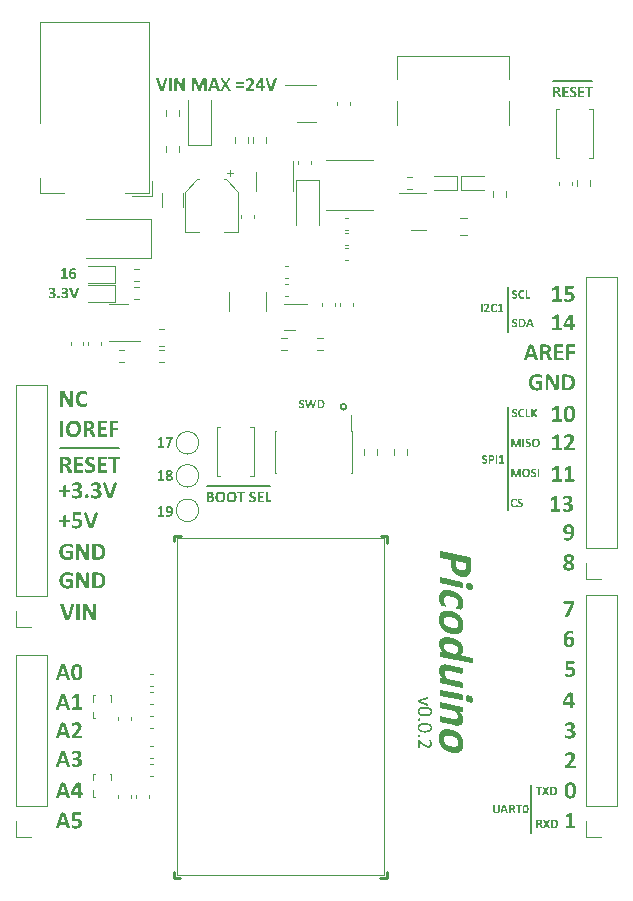
<source format=gbr>
%TF.GenerationSoftware,KiCad,Pcbnew,7.0.9*%
%TF.CreationDate,2024-03-12T23:32:04+08:00*%
%TF.ProjectId,picoduino,7069636f-6475-4696-9e6f-2e6b69636164,rev?*%
%TF.SameCoordinates,Original*%
%TF.FileFunction,Legend,Top*%
%TF.FilePolarity,Positive*%
%FSLAX46Y46*%
G04 Gerber Fmt 4.6, Leading zero omitted, Abs format (unit mm)*
G04 Created by KiCad (PCBNEW 7.0.9) date 2024-03-12 23:32:04*
%MOMM*%
%LPD*%
G01*
G04 APERTURE LIST*
%ADD10C,0.150000*%
%ADD11C,0.158750*%
%ADD12C,0.200000*%
%ADD13C,0.127000*%
%ADD14C,0.300000*%
%ADD15C,0.160000*%
%ADD16C,0.120000*%
%ADD17C,0.250000*%
%ADD18C,0.100000*%
G04 APERTURE END LIST*
D10*
X172085000Y-130810000D02*
X172085000Y-134874000D01*
X170180000Y-98806000D02*
X170180000Y-107569000D01*
X156464000Y-98806000D02*
G75*
G03*
X156464000Y-98806000I-254000J0D01*
G01*
X170180000Y-88646000D02*
X170180000Y-92456000D01*
D11*
G36*
X170933036Y-99472238D02*
G01*
X170932853Y-99482633D01*
X170932301Y-99492787D01*
X170931383Y-99502700D01*
X170930096Y-99512373D01*
X170928443Y-99521806D01*
X170926421Y-99530998D01*
X170924033Y-99539950D01*
X170921276Y-99548662D01*
X170918152Y-99557133D01*
X170914661Y-99565363D01*
X170912129Y-99570717D01*
X170908079Y-99578543D01*
X170903767Y-99586122D01*
X170899194Y-99593454D01*
X170894361Y-99600539D01*
X170889266Y-99607376D01*
X170883910Y-99613966D01*
X170878293Y-99620309D01*
X170872415Y-99626404D01*
X170866277Y-99632252D01*
X170859877Y-99637853D01*
X170855465Y-99641450D01*
X170848689Y-99646640D01*
X170841697Y-99651586D01*
X170834488Y-99656289D01*
X170827063Y-99660748D01*
X170819421Y-99664963D01*
X170811563Y-99668934D01*
X170803489Y-99672661D01*
X170795198Y-99676144D01*
X170786691Y-99679384D01*
X170777967Y-99682379D01*
X170772032Y-99684241D01*
X170762999Y-99686790D01*
X170753853Y-99689088D01*
X170744594Y-99691136D01*
X170735221Y-99692933D01*
X170725735Y-99694479D01*
X170716136Y-99695775D01*
X170706423Y-99696819D01*
X170696597Y-99697613D01*
X170686658Y-99698156D01*
X170676605Y-99698449D01*
X170669840Y-99698505D01*
X170660690Y-99698410D01*
X170651705Y-99698126D01*
X170642885Y-99697653D01*
X170634230Y-99696990D01*
X170625739Y-99696139D01*
X170617414Y-99695098D01*
X170609253Y-99693867D01*
X170601257Y-99692448D01*
X170593505Y-99690894D01*
X170584133Y-99688839D01*
X170575115Y-99686661D01*
X170566449Y-99684359D01*
X170558136Y-99681933D01*
X170550176Y-99679383D01*
X170545570Y-99677793D01*
X170538194Y-99675087D01*
X170529859Y-99671790D01*
X170522087Y-99668438D01*
X170514879Y-99665030D01*
X170507182Y-99660986D01*
X170505123Y-99659817D01*
X170497576Y-99655262D01*
X170490428Y-99650458D01*
X170484154Y-99645520D01*
X170481676Y-99643208D01*
X170476950Y-99636907D01*
X170473583Y-99629586D01*
X170471515Y-99622496D01*
X170470098Y-99613985D01*
X170469317Y-99606083D01*
X170468816Y-99597059D01*
X170468610Y-99588431D01*
X170468584Y-99583808D01*
X170468645Y-99575651D01*
X170468860Y-99567291D01*
X170469280Y-99559017D01*
X170469561Y-99555281D01*
X170470633Y-99547267D01*
X170472369Y-99539514D01*
X170473274Y-99536718D01*
X170476841Y-99529649D01*
X170479917Y-99526558D01*
X170487163Y-99523581D01*
X170489491Y-99523431D01*
X170497393Y-99525301D01*
X170504549Y-99528927D01*
X170511180Y-99533201D01*
X170517709Y-99537569D01*
X170524986Y-99542124D01*
X170531819Y-99546177D01*
X170539201Y-99550367D01*
X170547133Y-99554695D01*
X170554238Y-99558310D01*
X170561753Y-99561831D01*
X170569679Y-99565256D01*
X170578014Y-99568586D01*
X170586760Y-99571820D01*
X170595916Y-99574959D01*
X170599694Y-99576188D01*
X170607464Y-99578478D01*
X170615533Y-99580462D01*
X170623901Y-99582141D01*
X170632569Y-99583515D01*
X170641536Y-99584584D01*
X170650802Y-99585347D01*
X170660367Y-99585805D01*
X170670231Y-99585958D01*
X170678341Y-99585795D01*
X170686183Y-99585309D01*
X170695242Y-99584297D01*
X170703915Y-99582818D01*
X170712204Y-99580871D01*
X170717517Y-99579314D01*
X170725130Y-99576637D01*
X170733440Y-99573046D01*
X170741132Y-99568949D01*
X170748207Y-99564348D01*
X170752883Y-99560752D01*
X170758958Y-99555181D01*
X170764359Y-99549067D01*
X170769088Y-99542411D01*
X170773143Y-99535213D01*
X170775158Y-99530856D01*
X170778203Y-99522805D01*
X170780501Y-99514379D01*
X170782050Y-99505580D01*
X170782783Y-99497739D01*
X170782974Y-99490996D01*
X170782507Y-99482151D01*
X170781105Y-99473786D01*
X170778770Y-99465902D01*
X170775500Y-99458500D01*
X170771296Y-99451578D01*
X170769687Y-99449377D01*
X170764489Y-99442993D01*
X170758714Y-99436884D01*
X170752362Y-99431050D01*
X170745434Y-99425490D01*
X170737928Y-99420205D01*
X170735297Y-99418505D01*
X170728560Y-99414334D01*
X170721536Y-99410250D01*
X170714226Y-99406252D01*
X170706629Y-99402339D01*
X170698747Y-99398512D01*
X170690578Y-99394771D01*
X170687230Y-99393299D01*
X170678817Y-99389546D01*
X170670309Y-99385735D01*
X170661705Y-99381867D01*
X170653006Y-99377942D01*
X170644211Y-99373960D01*
X170635321Y-99369920D01*
X170631739Y-99368288D01*
X170624631Y-99364912D01*
X170617572Y-99361425D01*
X170610563Y-99357829D01*
X170603602Y-99354122D01*
X170596690Y-99350306D01*
X170589826Y-99346380D01*
X170583012Y-99342344D01*
X170576247Y-99338198D01*
X170569640Y-99333893D01*
X170563204Y-99329381D01*
X170556939Y-99324661D01*
X170550845Y-99319733D01*
X170544922Y-99314598D01*
X170539170Y-99309255D01*
X170533590Y-99303704D01*
X170528180Y-99297946D01*
X170523026Y-99291953D01*
X170518117Y-99285698D01*
X170513452Y-99279179D01*
X170509031Y-99272399D01*
X170504854Y-99265355D01*
X170500922Y-99258049D01*
X170497234Y-99250481D01*
X170493790Y-99242650D01*
X170490722Y-99234443D01*
X170488063Y-99225846D01*
X170485813Y-99216858D01*
X170483972Y-99207479D01*
X170482540Y-99197709D01*
X170481517Y-99187549D01*
X170481018Y-99179672D01*
X170480750Y-99171575D01*
X170480699Y-99166055D01*
X170480865Y-99156566D01*
X170481365Y-99147297D01*
X170482198Y-99138248D01*
X170483364Y-99129419D01*
X170484863Y-99120809D01*
X170486696Y-99112420D01*
X170488861Y-99104250D01*
X170491360Y-99096300D01*
X170494192Y-99088569D01*
X170497357Y-99081059D01*
X170499652Y-99076174D01*
X170503321Y-99069000D01*
X170507220Y-99062060D01*
X170511349Y-99055353D01*
X170517212Y-99046774D01*
X170523485Y-99038610D01*
X170530166Y-99030862D01*
X170537257Y-99023528D01*
X170544757Y-99016610D01*
X170550650Y-99011694D01*
X170558887Y-99005496D01*
X170567478Y-98999702D01*
X170574154Y-98995620D01*
X170581029Y-98991765D01*
X170588103Y-98988137D01*
X170595377Y-98984736D01*
X170602850Y-98981561D01*
X170610521Y-98978613D01*
X170618393Y-98975891D01*
X170626463Y-98973397D01*
X170634716Y-98971127D01*
X170643061Y-98969080D01*
X170651500Y-98967257D01*
X170660031Y-98965657D01*
X170668655Y-98964280D01*
X170677371Y-98963127D01*
X170686181Y-98962197D01*
X170695083Y-98961490D01*
X170704078Y-98961006D01*
X170713165Y-98960746D01*
X170719275Y-98960696D01*
X170727152Y-98960796D01*
X170735029Y-98961097D01*
X170742906Y-98961598D01*
X170750782Y-98962299D01*
X170758659Y-98963200D01*
X170766536Y-98964302D01*
X170769687Y-98964799D01*
X170777539Y-98966092D01*
X170786735Y-98967832D01*
X170795683Y-98969779D01*
X170804384Y-98971931D01*
X170812838Y-98974289D01*
X170816972Y-98975546D01*
X170825074Y-98978172D01*
X170832818Y-98980922D01*
X170840204Y-98983796D01*
X170848371Y-98987305D01*
X170856051Y-98990982D01*
X170863830Y-98995012D01*
X170870859Y-98999137D01*
X170877394Y-99003964D01*
X170878521Y-99005050D01*
X170883873Y-99011159D01*
X170885946Y-99014625D01*
X170888642Y-99022095D01*
X170889268Y-99024785D01*
X170890560Y-99032870D01*
X170891222Y-99040612D01*
X170891579Y-99048452D01*
X170891762Y-99056798D01*
X170891808Y-99064450D01*
X170891746Y-99073061D01*
X170891533Y-99081686D01*
X170891121Y-99090027D01*
X170891027Y-99091415D01*
X170890198Y-99099692D01*
X170888761Y-99107721D01*
X170888291Y-99109586D01*
X170885162Y-99116929D01*
X170882625Y-99119942D01*
X170875233Y-99123147D01*
X170873050Y-99123264D01*
X170865186Y-99121310D01*
X170857682Y-99117700D01*
X170853706Y-99115448D01*
X170846782Y-99111357D01*
X170839101Y-99107095D01*
X170831758Y-99103226D01*
X170823836Y-99099225D01*
X170821466Y-99098058D01*
X170814066Y-99094603D01*
X170806226Y-99091271D01*
X170797946Y-99088063D01*
X170789226Y-99084979D01*
X170781624Y-99082503D01*
X170776916Y-99081059D01*
X170768916Y-99078807D01*
X170760667Y-99076937D01*
X170752170Y-99075449D01*
X170743425Y-99074342D01*
X170734432Y-99073617D01*
X170725190Y-99073274D01*
X170721424Y-99073243D01*
X170712771Y-99073449D01*
X170704544Y-99074067D01*
X170696743Y-99075098D01*
X170688180Y-99076821D01*
X170680196Y-99079105D01*
X170672774Y-99081808D01*
X170664955Y-99085448D01*
X170657844Y-99089673D01*
X170651442Y-99094485D01*
X170650692Y-99095127D01*
X170644561Y-99101183D01*
X170639357Y-99107918D01*
X170635081Y-99115333D01*
X170633106Y-99119747D01*
X170630367Y-99127909D01*
X170628524Y-99136350D01*
X170627578Y-99145069D01*
X170627440Y-99150033D01*
X170627893Y-99158679D01*
X170629253Y-99166886D01*
X170631520Y-99174653D01*
X170634694Y-99181980D01*
X170638774Y-99188868D01*
X170640336Y-99191066D01*
X170645481Y-99197450D01*
X170651244Y-99203559D01*
X170657626Y-99209393D01*
X170664626Y-99214953D01*
X170672244Y-99220238D01*
X170674921Y-99221938D01*
X170681841Y-99226113D01*
X170689049Y-99230212D01*
X170696542Y-99234234D01*
X170704321Y-99238180D01*
X170712387Y-99242050D01*
X170720739Y-99245843D01*
X170724160Y-99247339D01*
X170732793Y-99251041D01*
X170741475Y-99254819D01*
X170750203Y-99258674D01*
X170758980Y-99262605D01*
X170767804Y-99266612D01*
X170776676Y-99270695D01*
X170780238Y-99272350D01*
X170787355Y-99275681D01*
X170794441Y-99279128D01*
X170801496Y-99282690D01*
X170808521Y-99286369D01*
X170815516Y-99290164D01*
X170822480Y-99294075D01*
X170829413Y-99298102D01*
X170836316Y-99302245D01*
X170843106Y-99306550D01*
X170849701Y-99311062D01*
X170856100Y-99315782D01*
X170862304Y-99320710D01*
X170868312Y-99325845D01*
X170874125Y-99331188D01*
X170879743Y-99336738D01*
X170885165Y-99342496D01*
X170890407Y-99348486D01*
X170895386Y-99354733D01*
X170900103Y-99361236D01*
X170904558Y-99367995D01*
X170908750Y-99375011D01*
X170912679Y-99382284D01*
X170916346Y-99389812D01*
X170919750Y-99397598D01*
X170922864Y-99405688D01*
X170925563Y-99414133D01*
X170927846Y-99422932D01*
X170929715Y-99432085D01*
X170931168Y-99441592D01*
X170932206Y-99451453D01*
X170932829Y-99461669D01*
X170933024Y-99469563D01*
X170933036Y-99472238D01*
G37*
G36*
X171532506Y-99569349D02*
G01*
X171532414Y-99577888D01*
X171532102Y-99586149D01*
X171531725Y-99591624D01*
X171530777Y-99599675D01*
X171529184Y-99607451D01*
X171526773Y-99614992D01*
X171524886Y-99618784D01*
X171520466Y-99625386D01*
X171516093Y-99631094D01*
X171510590Y-99636729D01*
X171504095Y-99642130D01*
X171497803Y-99646823D01*
X171492646Y-99650438D01*
X171485857Y-99654873D01*
X171478532Y-99659240D01*
X171470671Y-99663538D01*
X171462274Y-99667767D01*
X171454868Y-99671239D01*
X171450245Y-99673299D01*
X171442253Y-99676571D01*
X171433908Y-99679672D01*
X171425209Y-99682601D01*
X171416158Y-99685358D01*
X171406754Y-99687944D01*
X171398976Y-99689889D01*
X171392995Y-99691275D01*
X171384901Y-99692970D01*
X171376643Y-99694438D01*
X171368219Y-99695681D01*
X171359631Y-99696697D01*
X171350878Y-99697488D01*
X171341960Y-99698053D01*
X171332877Y-99698392D01*
X171323630Y-99698505D01*
X171314551Y-99698416D01*
X171305583Y-99698151D01*
X171296727Y-99697708D01*
X171287982Y-99697088D01*
X171279349Y-99696291D01*
X171270827Y-99695317D01*
X171262417Y-99694166D01*
X171254118Y-99692838D01*
X171245931Y-99691333D01*
X171237855Y-99689651D01*
X171229890Y-99687792D01*
X171222037Y-99685755D01*
X171214295Y-99683542D01*
X171206665Y-99681151D01*
X171199146Y-99678584D01*
X171191739Y-99675839D01*
X171184455Y-99672919D01*
X171173789Y-99668212D01*
X171163431Y-99663114D01*
X171153382Y-99657624D01*
X171143643Y-99651743D01*
X171134212Y-99645470D01*
X171125091Y-99638806D01*
X171116279Y-99631750D01*
X171107775Y-99624302D01*
X171099581Y-99616463D01*
X171091697Y-99608233D01*
X171084135Y-99599609D01*
X171076909Y-99590590D01*
X171070020Y-99581176D01*
X171065615Y-99574681D01*
X171061359Y-99568010D01*
X171057253Y-99561163D01*
X171053296Y-99554141D01*
X171049489Y-99546944D01*
X171045831Y-99539571D01*
X171042323Y-99532022D01*
X171038965Y-99524298D01*
X171035756Y-99516398D01*
X171032697Y-99508323D01*
X171029788Y-99500072D01*
X171028389Y-99495881D01*
X171025739Y-99487368D01*
X171023260Y-99478683D01*
X171020952Y-99469825D01*
X171018815Y-99460795D01*
X171016848Y-99451593D01*
X171015053Y-99442218D01*
X171013429Y-99432670D01*
X171011976Y-99422950D01*
X171010693Y-99413057D01*
X171009582Y-99402992D01*
X171008642Y-99392755D01*
X171007872Y-99382345D01*
X171007274Y-99371762D01*
X171006847Y-99361007D01*
X171006590Y-99350079D01*
X171006505Y-99338979D01*
X171006599Y-99327677D01*
X171006883Y-99316533D01*
X171007357Y-99305549D01*
X171008019Y-99294722D01*
X171008871Y-99284055D01*
X171009912Y-99273547D01*
X171011142Y-99263197D01*
X171012562Y-99253006D01*
X171014171Y-99242974D01*
X171015969Y-99233100D01*
X171017957Y-99223385D01*
X171020133Y-99213829D01*
X171022500Y-99204432D01*
X171025055Y-99195193D01*
X171027800Y-99186114D01*
X171030734Y-99177193D01*
X171033837Y-99168440D01*
X171037090Y-99159864D01*
X171040493Y-99151465D01*
X171044045Y-99143243D01*
X171047747Y-99135198D01*
X171051598Y-99127331D01*
X171055599Y-99119640D01*
X171059750Y-99112127D01*
X171064050Y-99104790D01*
X171068500Y-99097631D01*
X171073099Y-99090648D01*
X171077848Y-99083843D01*
X171082747Y-99077215D01*
X171087795Y-99070764D01*
X171092993Y-99064490D01*
X171098340Y-99058393D01*
X171103830Y-99052476D01*
X171109456Y-99046740D01*
X171115218Y-99041185D01*
X171121116Y-99035813D01*
X171127149Y-99030622D01*
X171133319Y-99025613D01*
X171139624Y-99020785D01*
X171146065Y-99016139D01*
X171152642Y-99011675D01*
X171159355Y-99007392D01*
X171166204Y-99003291D01*
X171173188Y-98999372D01*
X171180309Y-98995634D01*
X171187565Y-98992078D01*
X171194957Y-98988704D01*
X171202485Y-98985511D01*
X171210129Y-98982506D01*
X171217869Y-98979695D01*
X171225706Y-98977078D01*
X171233638Y-98974654D01*
X171241667Y-98972425D01*
X171249792Y-98970389D01*
X171258013Y-98968548D01*
X171266330Y-98966900D01*
X171274744Y-98965446D01*
X171283253Y-98964186D01*
X171291859Y-98963119D01*
X171300561Y-98962247D01*
X171309359Y-98961568D01*
X171318253Y-98961084D01*
X171327244Y-98960793D01*
X171336330Y-98960696D01*
X171345554Y-98960820D01*
X171354664Y-98961192D01*
X171363659Y-98961812D01*
X171372539Y-98962680D01*
X171381305Y-98963797D01*
X171389957Y-98965161D01*
X171393385Y-98965776D01*
X171401890Y-98967384D01*
X171410185Y-98969154D01*
X171418270Y-98971086D01*
X171426144Y-98973180D01*
X171433810Y-98975436D01*
X171441265Y-98977855D01*
X171444188Y-98978868D01*
X171452816Y-98981968D01*
X171461114Y-98985261D01*
X171469082Y-98988746D01*
X171476721Y-98992423D01*
X171484030Y-98996293D01*
X171486393Y-98997625D01*
X171494057Y-99002101D01*
X171501488Y-99006873D01*
X171508155Y-99011804D01*
X171512576Y-99015797D01*
X171518175Y-99021845D01*
X171522736Y-99028302D01*
X171525698Y-99035798D01*
X171527035Y-99041394D01*
X171528469Y-99049365D01*
X171529365Y-99057315D01*
X171529575Y-99059956D01*
X171530020Y-99067834D01*
X171530264Y-99076077D01*
X171530354Y-99084377D01*
X171530357Y-99086334D01*
X171530284Y-99094431D01*
X171530026Y-99102810D01*
X171529522Y-99111213D01*
X171529184Y-99115057D01*
X171528204Y-99123246D01*
X171526436Y-99131271D01*
X171525472Y-99134206D01*
X171521810Y-99141482D01*
X171518829Y-99144953D01*
X171511538Y-99148193D01*
X171510036Y-99148274D01*
X171501995Y-99146442D01*
X171494470Y-99142431D01*
X171489129Y-99138700D01*
X171482314Y-99133681D01*
X171475590Y-99129069D01*
X171468156Y-99124251D01*
X171461218Y-99119958D01*
X171456302Y-99117011D01*
X171448554Y-99112624D01*
X171440256Y-99108402D01*
X171432921Y-99105009D01*
X171425204Y-99101731D01*
X171417106Y-99098567D01*
X171408626Y-99095518D01*
X171399693Y-99092703D01*
X171390235Y-99090366D01*
X171382291Y-99088839D01*
X171374012Y-99087618D01*
X171365396Y-99086702D01*
X171356444Y-99086092D01*
X171347157Y-99085786D01*
X171342387Y-99085748D01*
X171334518Y-99085899D01*
X171324277Y-99086571D01*
X171314322Y-99087780D01*
X171304655Y-99089526D01*
X171295274Y-99091810D01*
X171286181Y-99094631D01*
X171277374Y-99097989D01*
X171268855Y-99101885D01*
X171266770Y-99102943D01*
X171258618Y-99107474D01*
X171250772Y-99112468D01*
X171243231Y-99117927D01*
X171235995Y-99123850D01*
X171229065Y-99130237D01*
X171222440Y-99137088D01*
X171216120Y-99144403D01*
X171210106Y-99152182D01*
X171204467Y-99160401D01*
X171199176Y-99169035D01*
X171194233Y-99178084D01*
X171190754Y-99185144D01*
X171187471Y-99192437D01*
X171184384Y-99199963D01*
X171181493Y-99207723D01*
X171178797Y-99215717D01*
X171176297Y-99223944D01*
X171174739Y-99229558D01*
X171172574Y-99238159D01*
X171170622Y-99246963D01*
X171168883Y-99255969D01*
X171167357Y-99265178D01*
X171166044Y-99274590D01*
X171164944Y-99284204D01*
X171164056Y-99294021D01*
X171163382Y-99304040D01*
X171162921Y-99314262D01*
X171162672Y-99324687D01*
X171162625Y-99331750D01*
X171162738Y-99343291D01*
X171163078Y-99354540D01*
X171163645Y-99365497D01*
X171164438Y-99376162D01*
X171165458Y-99386535D01*
X171166705Y-99396617D01*
X171168179Y-99406406D01*
X171169879Y-99415904D01*
X171171806Y-99425109D01*
X171173959Y-99434023D01*
X171175521Y-99439803D01*
X171178035Y-99448200D01*
X171180741Y-99456319D01*
X171183640Y-99464160D01*
X171186732Y-99471722D01*
X171190015Y-99479007D01*
X171193491Y-99486013D01*
X171198425Y-99494921D01*
X171203700Y-99503336D01*
X171209318Y-99511255D01*
X171212255Y-99515030D01*
X171218416Y-99522171D01*
X171224882Y-99528841D01*
X171231654Y-99535042D01*
X171238731Y-99540773D01*
X171246113Y-99546033D01*
X171253801Y-99550823D01*
X171261793Y-99555143D01*
X171270092Y-99558993D01*
X171278674Y-99562382D01*
X171287518Y-99565319D01*
X171296626Y-99567804D01*
X171305995Y-99569838D01*
X171315628Y-99571419D01*
X171325523Y-99572549D01*
X171335680Y-99573226D01*
X171346100Y-99573452D01*
X171355558Y-99573300D01*
X171364687Y-99572842D01*
X171373486Y-99572079D01*
X171381955Y-99571010D01*
X171390094Y-99569636D01*
X171397904Y-99567957D01*
X171407202Y-99565429D01*
X171412534Y-99563683D01*
X171421131Y-99560526D01*
X171429337Y-99557283D01*
X171437152Y-99553954D01*
X171444576Y-99550539D01*
X171451608Y-99547039D01*
X171459531Y-99542725D01*
X171460796Y-99541994D01*
X171468089Y-99537607D01*
X171474874Y-99533384D01*
X171482147Y-99528667D01*
X171488728Y-99524173D01*
X171493818Y-99520501D01*
X171500608Y-99515872D01*
X171507648Y-99512273D01*
X171513748Y-99510926D01*
X171521451Y-99512456D01*
X171522541Y-99513076D01*
X171527312Y-99519624D01*
X171528012Y-99521478D01*
X171530117Y-99529555D01*
X171531206Y-99537666D01*
X171531334Y-99539063D01*
X171531952Y-99546890D01*
X171532313Y-99555207D01*
X171532478Y-99563612D01*
X171532506Y-99569349D01*
G37*
G36*
X172023727Y-99622692D02*
G01*
X172023642Y-99630959D01*
X172023341Y-99639472D01*
X172022754Y-99647952D01*
X172022360Y-99651806D01*
X172021141Y-99660049D01*
X172019388Y-99667739D01*
X172018256Y-99671345D01*
X172014964Y-99678436D01*
X172011418Y-99682678D01*
X172004171Y-99685841D01*
X172001843Y-99686000D01*
X171675926Y-99686000D01*
X171667279Y-99685340D01*
X171659317Y-99683362D01*
X171652039Y-99680064D01*
X171645444Y-99675448D01*
X171640058Y-99669232D01*
X171636212Y-99661331D01*
X171634108Y-99653035D01*
X171633242Y-99644897D01*
X171633134Y-99640473D01*
X171633134Y-98996258D01*
X171635281Y-98988425D01*
X171636651Y-98986488D01*
X171643047Y-98981557D01*
X171648570Y-98979258D01*
X171656173Y-98977229D01*
X171664068Y-98975815D01*
X171670650Y-98974960D01*
X171679104Y-98974110D01*
X171687528Y-98973588D01*
X171695599Y-98973311D01*
X171704325Y-98973203D01*
X171705625Y-98973201D01*
X171714655Y-98973285D01*
X171722936Y-98973538D01*
X171731485Y-98974032D01*
X171739934Y-98974852D01*
X171740796Y-98974960D01*
X171748811Y-98976051D01*
X171757017Y-98977663D01*
X171762681Y-98979258D01*
X171770077Y-98982509D01*
X171774404Y-98986293D01*
X171777885Y-98993400D01*
X171778117Y-98996062D01*
X171778117Y-99560947D01*
X172001843Y-99560947D01*
X172009557Y-99562855D01*
X172011418Y-99564073D01*
X172016413Y-99570312D01*
X172018256Y-99574429D01*
X172020520Y-99582238D01*
X172021899Y-99589968D01*
X172022360Y-99593578D01*
X172023081Y-99601459D01*
X172023502Y-99609497D01*
X172023694Y-99617396D01*
X172023727Y-99622692D01*
G37*
G36*
X172625933Y-99661380D02*
G01*
X172624455Y-99669062D01*
X172622806Y-99672127D01*
X172616929Y-99677301D01*
X172611278Y-99679747D01*
X172603387Y-99681935D01*
X172595048Y-99683484D01*
X172588026Y-99684436D01*
X172580125Y-99685120D01*
X172571271Y-99685609D01*
X172562742Y-99685876D01*
X172554852Y-99685986D01*
X172550706Y-99686000D01*
X172542081Y-99685957D01*
X172534085Y-99685829D01*
X172524975Y-99685548D01*
X172516847Y-99685134D01*
X172508391Y-99684461D01*
X172500314Y-99683432D01*
X172499317Y-99683264D01*
X172491220Y-99681509D01*
X172483212Y-99678776D01*
X172476847Y-99675057D01*
X172471079Y-99669456D01*
X172466600Y-99662910D01*
X172466100Y-99661966D01*
X172251166Y-99326865D01*
X172251166Y-99661966D01*
X172249450Y-99669866D01*
X172247845Y-99672517D01*
X172241381Y-99677570D01*
X172236316Y-99679747D01*
X172228713Y-99681935D01*
X172220819Y-99683484D01*
X172214237Y-99684436D01*
X172205940Y-99685192D01*
X172197554Y-99685656D01*
X172189434Y-99685902D01*
X172180585Y-99685998D01*
X172179261Y-99686000D01*
X172170442Y-99685925D01*
X172162276Y-99685700D01*
X172153746Y-99685261D01*
X172145172Y-99684533D01*
X172144286Y-99684436D01*
X172136168Y-99683223D01*
X172128518Y-99681623D01*
X172122206Y-99679747D01*
X172114755Y-99676247D01*
X172110287Y-99672517D01*
X172107048Y-99665250D01*
X172106770Y-99661966D01*
X172106770Y-98996648D01*
X172108587Y-98988850D01*
X172110287Y-98986293D01*
X172116683Y-98981530D01*
X172122206Y-98979258D01*
X172129809Y-98977229D01*
X172137703Y-98975815D01*
X172144286Y-98974960D01*
X172152740Y-98974110D01*
X172161163Y-98973588D01*
X172169235Y-98973311D01*
X172177961Y-98973203D01*
X172179261Y-98973201D01*
X172188214Y-98973285D01*
X172196438Y-98973538D01*
X172204944Y-98974032D01*
X172213374Y-98974852D01*
X172214237Y-98974960D01*
X172222354Y-98976051D01*
X172230634Y-98977663D01*
X172236316Y-98979258D01*
X172243657Y-98982606D01*
X172247845Y-98986293D01*
X172250959Y-98993730D01*
X172251166Y-98996648D01*
X172251166Y-99297360D01*
X172459457Y-98997235D01*
X172464050Y-98990423D01*
X172468836Y-98985511D01*
X172475586Y-98981080D01*
X172483099Y-98978086D01*
X172491050Y-98976154D01*
X172499036Y-98974972D01*
X172505570Y-98974374D01*
X172513961Y-98973807D01*
X172522405Y-98973459D01*
X172530556Y-98973274D01*
X172539417Y-98973202D01*
X172540741Y-98973201D01*
X172548746Y-98973263D01*
X172557390Y-98973491D01*
X172565287Y-98973888D01*
X172573396Y-98974548D01*
X172577084Y-98974960D01*
X172585426Y-98976070D01*
X172593281Y-98977600D01*
X172599750Y-98979454D01*
X172607028Y-98982775D01*
X172611669Y-98986879D01*
X172614831Y-98994311D01*
X172614990Y-98996648D01*
X172614018Y-99004930D01*
X172611374Y-99012754D01*
X172609910Y-99015797D01*
X172605998Y-99023029D01*
X172601633Y-99030436D01*
X172596911Y-99038099D01*
X172592194Y-99045545D01*
X172591348Y-99046865D01*
X172396344Y-99300682D01*
X172608933Y-99619956D01*
X172613133Y-99627854D01*
X172617164Y-99635730D01*
X172620626Y-99642969D01*
X172623392Y-99649852D01*
X172625513Y-99657403D01*
X172625933Y-99661380D01*
G37*
D12*
G36*
X133294863Y-110619240D02*
G01*
X133294661Y-110635295D01*
X133294052Y-110650075D01*
X133292900Y-110665001D01*
X133292299Y-110670531D01*
X133290066Y-110685283D01*
X133286406Y-110700390D01*
X133284972Y-110704603D01*
X133278097Y-110717797D01*
X133273614Y-110722189D01*
X133259555Y-110727273D01*
X133257861Y-110727318D01*
X133242844Y-110723811D01*
X133228254Y-110717014D01*
X133214263Y-110709000D01*
X133200334Y-110700685D01*
X133186887Y-110693335D01*
X133172049Y-110685778D01*
X133158622Y-110679324D01*
X133144228Y-110672727D01*
X133135129Y-110668699D01*
X133119207Y-110662025D01*
X133102356Y-110655512D01*
X133088205Y-110650417D01*
X133073459Y-110645425D01*
X133058118Y-110640537D01*
X133042181Y-110635751D01*
X133025649Y-110631068D01*
X133017159Y-110628766D01*
X132999688Y-110624387D01*
X132981530Y-110620591D01*
X132962686Y-110617380D01*
X132948101Y-110615354D01*
X132933130Y-110613657D01*
X132917773Y-110612289D01*
X132902029Y-110611249D01*
X132885899Y-110610537D01*
X132869383Y-110610154D01*
X132858157Y-110610081D01*
X132840118Y-110610377D01*
X132822407Y-110611266D01*
X132805024Y-110612747D01*
X132787970Y-110614821D01*
X132771244Y-110617487D01*
X132754847Y-110620746D01*
X132738778Y-110624597D01*
X132723037Y-110629040D01*
X132707626Y-110634077D01*
X132692542Y-110639705D01*
X132682669Y-110643787D01*
X132668233Y-110650354D01*
X132654191Y-110657418D01*
X132640541Y-110664977D01*
X132627285Y-110673033D01*
X132614421Y-110681584D01*
X132601950Y-110690631D01*
X132589872Y-110700174D01*
X132578186Y-110710213D01*
X132566894Y-110720748D01*
X132555994Y-110731778D01*
X132548946Y-110739408D01*
X132538730Y-110751170D01*
X132528965Y-110763377D01*
X132519650Y-110776029D01*
X132510787Y-110789125D01*
X132502374Y-110802665D01*
X132494412Y-110816649D01*
X132486901Y-110831078D01*
X132479840Y-110845951D01*
X132473231Y-110861269D01*
X132467072Y-110877030D01*
X132463217Y-110887785D01*
X132457913Y-110904158D01*
X132453131Y-110920853D01*
X132448871Y-110937869D01*
X132445133Y-110955208D01*
X132441916Y-110972868D01*
X132439221Y-110990851D01*
X132437048Y-111009156D01*
X132435396Y-111027782D01*
X132434266Y-111046731D01*
X132433657Y-111066001D01*
X132433541Y-111079027D01*
X132433808Y-111100359D01*
X132434610Y-111121214D01*
X132435946Y-111141592D01*
X132437817Y-111161494D01*
X132440223Y-111180919D01*
X132443162Y-111199868D01*
X132446637Y-111218340D01*
X132450646Y-111236335D01*
X132455189Y-111253854D01*
X132460267Y-111270896D01*
X132463949Y-111281993D01*
X132469863Y-111298163D01*
X132476202Y-111313837D01*
X132482967Y-111329015D01*
X132490156Y-111343697D01*
X132497770Y-111357883D01*
X132505809Y-111371574D01*
X132514274Y-111384768D01*
X132523163Y-111397467D01*
X132532477Y-111409669D01*
X132542217Y-111421376D01*
X132548946Y-111428905D01*
X132559374Y-111439711D01*
X132570189Y-111450007D01*
X132581390Y-111459795D01*
X132592978Y-111469074D01*
X132604952Y-111477844D01*
X132617313Y-111486105D01*
X132630060Y-111493858D01*
X132643193Y-111501102D01*
X132656713Y-111507837D01*
X132670619Y-111514064D01*
X132680104Y-111517932D01*
X132694668Y-111523301D01*
X132709509Y-111528141D01*
X132724627Y-111532454D01*
X132740022Y-111536239D01*
X132755694Y-111539495D01*
X132771642Y-111542223D01*
X132787868Y-111544424D01*
X132804370Y-111546096D01*
X132821150Y-111547240D01*
X132838206Y-111547856D01*
X132849731Y-111547974D01*
X132866728Y-111547639D01*
X132883648Y-111546634D01*
X132900491Y-111544960D01*
X132917256Y-111542616D01*
X132933945Y-111539602D01*
X132939490Y-111538448D01*
X132955895Y-111534417D01*
X132971862Y-111529741D01*
X132987391Y-111524422D01*
X133002482Y-111518458D01*
X133017135Y-111511851D01*
X133021922Y-111509505D01*
X133021922Y-111219711D01*
X132769497Y-111219711D01*
X132754761Y-111215153D01*
X132744697Y-111203991D01*
X132740554Y-111195898D01*
X132736066Y-111181884D01*
X132733191Y-111166166D01*
X132731508Y-111150126D01*
X132730657Y-111134949D01*
X132730306Y-111118127D01*
X132730296Y-111114565D01*
X132730499Y-111098626D01*
X132731200Y-111082683D01*
X132732550Y-111067295D01*
X132732861Y-111064739D01*
X132735368Y-111049698D01*
X132739615Y-111034837D01*
X132740554Y-111032499D01*
X132748233Y-111019313D01*
X132753011Y-111014547D01*
X132766680Y-111008829D01*
X132769497Y-111008685D01*
X133219759Y-111008685D01*
X133234410Y-111009973D01*
X133249068Y-111014547D01*
X133261865Y-111022041D01*
X133271782Y-111031400D01*
X133280484Y-111043582D01*
X133286478Y-111057165D01*
X133286803Y-111058145D01*
X133290310Y-111072841D01*
X133291807Y-111088120D01*
X133291933Y-111094415D01*
X133291933Y-111620147D01*
X133291246Y-111635054D01*
X133288831Y-111650674D01*
X133284677Y-111665077D01*
X133280942Y-111674003D01*
X133272047Y-111687269D01*
X133260188Y-111697618D01*
X133246581Y-111705553D01*
X133236612Y-111709907D01*
X133221254Y-111715730D01*
X133206863Y-111720804D01*
X133191338Y-111725956D01*
X133174680Y-111731186D01*
X133159933Y-111735602D01*
X133153813Y-111737384D01*
X133138268Y-111741751D01*
X133122543Y-111745921D01*
X133106640Y-111749894D01*
X133090558Y-111753670D01*
X133074297Y-111757250D01*
X133057857Y-111760632D01*
X133051231Y-111761930D01*
X133034603Y-111765011D01*
X133017922Y-111767841D01*
X133001187Y-111770420D01*
X132984398Y-111772750D01*
X132967556Y-111774828D01*
X132950660Y-111776657D01*
X132943886Y-111777318D01*
X132927039Y-111778795D01*
X132910155Y-111780023D01*
X132893236Y-111780999D01*
X132876281Y-111781726D01*
X132859290Y-111782201D01*
X132842263Y-111782427D01*
X132835443Y-111782447D01*
X132815606Y-111782268D01*
X132796030Y-111781731D01*
X132776714Y-111780837D01*
X132757659Y-111779585D01*
X132738864Y-111777975D01*
X132720330Y-111776007D01*
X132702056Y-111773681D01*
X132684043Y-111770998D01*
X132666290Y-111767957D01*
X132648797Y-111764558D01*
X132631565Y-111760801D01*
X132614594Y-111756687D01*
X132597883Y-111752215D01*
X132581432Y-111747385D01*
X132565242Y-111742197D01*
X132549312Y-111736651D01*
X132533664Y-111730721D01*
X132518320Y-111724470D01*
X132503279Y-111717898D01*
X132488541Y-111711006D01*
X132474107Y-111703793D01*
X132459976Y-111696260D01*
X132446149Y-111688406D01*
X132432625Y-111680231D01*
X132419405Y-111671736D01*
X132406487Y-111662920D01*
X132393874Y-111653784D01*
X132381563Y-111644327D01*
X132369556Y-111634550D01*
X132357852Y-111624452D01*
X132346452Y-111614034D01*
X132335355Y-111603295D01*
X132324571Y-111592201D01*
X132314106Y-111580809D01*
X132303963Y-111569120D01*
X132294139Y-111557133D01*
X132284637Y-111544848D01*
X132275455Y-111532266D01*
X132266593Y-111519386D01*
X132258053Y-111506208D01*
X132249832Y-111492733D01*
X132241933Y-111478960D01*
X132234353Y-111464889D01*
X132227095Y-111450521D01*
X132220157Y-111435855D01*
X132213539Y-111420891D01*
X132207242Y-111405630D01*
X132201266Y-111390071D01*
X132195676Y-111374233D01*
X132190447Y-111358134D01*
X132185578Y-111341775D01*
X132181070Y-111325156D01*
X132176923Y-111308276D01*
X132173136Y-111291135D01*
X132169710Y-111273734D01*
X132166645Y-111256073D01*
X132163940Y-111238151D01*
X132161596Y-111219969D01*
X132159612Y-111201526D01*
X132157989Y-111182823D01*
X132156727Y-111163859D01*
X132155825Y-111144635D01*
X132155284Y-111125151D01*
X132155104Y-111105406D01*
X132155297Y-111084975D01*
X132155877Y-111064808D01*
X132156843Y-111044904D01*
X132158195Y-111025263D01*
X132159934Y-111005886D01*
X132162059Y-110986772D01*
X132164571Y-110967922D01*
X132167469Y-110949334D01*
X132170753Y-110931011D01*
X132174424Y-110912950D01*
X132178481Y-110895153D01*
X132182925Y-110877619D01*
X132187755Y-110860348D01*
X132192971Y-110843341D01*
X132198574Y-110826597D01*
X132204563Y-110810116D01*
X132210906Y-110793920D01*
X132217569Y-110778031D01*
X132224553Y-110762447D01*
X132231857Y-110747170D01*
X132239482Y-110732199D01*
X132247428Y-110717535D01*
X132255694Y-110703176D01*
X132264281Y-110689124D01*
X132273188Y-110675378D01*
X132282416Y-110661939D01*
X132291964Y-110648806D01*
X132301833Y-110635979D01*
X132312023Y-110623458D01*
X132322533Y-110611243D01*
X132333363Y-110599335D01*
X132344515Y-110587733D01*
X132356018Y-110576453D01*
X132367813Y-110565511D01*
X132379900Y-110554906D01*
X132392279Y-110544639D01*
X132404950Y-110534710D01*
X132417913Y-110525119D01*
X132431168Y-110515865D01*
X132444715Y-110506950D01*
X132458554Y-110498372D01*
X132472685Y-110490131D01*
X132487107Y-110482229D01*
X132501822Y-110474664D01*
X132516829Y-110467437D01*
X132532127Y-110460547D01*
X132547718Y-110453996D01*
X132563600Y-110447782D01*
X132579745Y-110441881D01*
X132596121Y-110436362D01*
X132612729Y-110431222D01*
X132629569Y-110426464D01*
X132646641Y-110422086D01*
X132663944Y-110418089D01*
X132681479Y-110414473D01*
X132699247Y-110411237D01*
X132717246Y-110408382D01*
X132735477Y-110405907D01*
X132753939Y-110403814D01*
X132772634Y-110402101D01*
X132791560Y-110400768D01*
X132810719Y-110399817D01*
X132830109Y-110399246D01*
X132849731Y-110399055D01*
X132865807Y-110399152D01*
X132881613Y-110399442D01*
X132897149Y-110399925D01*
X132912413Y-110400601D01*
X132927408Y-110401470D01*
X132942132Y-110402533D01*
X132961343Y-110404250D01*
X132980074Y-110406311D01*
X132998323Y-110408715D01*
X133007267Y-110410046D01*
X133024756Y-110412874D01*
X133041683Y-110415862D01*
X133058049Y-110419011D01*
X133073854Y-110422319D01*
X133089098Y-110425788D01*
X133103782Y-110429418D01*
X133121347Y-110434180D01*
X133131465Y-110437157D01*
X133147619Y-110442143D01*
X133162878Y-110447254D01*
X133177243Y-110452490D01*
X133193300Y-110458938D01*
X133208069Y-110465567D01*
X133219392Y-110471229D01*
X133233763Y-110479015D01*
X133247696Y-110487356D01*
X133260196Y-110496027D01*
X133268485Y-110503103D01*
X133277845Y-110514798D01*
X133284523Y-110528686D01*
X133288635Y-110542304D01*
X133291360Y-110556867D01*
X133293106Y-110572164D01*
X133294127Y-110587173D01*
X133294711Y-110603935D01*
X133294863Y-110619240D01*
G37*
G36*
X134662868Y-111662279D02*
G01*
X134661872Y-111678045D01*
X134658885Y-111692599D01*
X134654441Y-111704778D01*
X134646925Y-111718694D01*
X134637474Y-111730675D01*
X134632459Y-111735552D01*
X134620301Y-111744347D01*
X134606450Y-111751087D01*
X134599487Y-111753504D01*
X134585095Y-111756853D01*
X134570498Y-111758656D01*
X134560652Y-111759000D01*
X134445247Y-111759000D01*
X134429995Y-111758649D01*
X134413681Y-111757390D01*
X134398557Y-111755214D01*
X134382965Y-111751672D01*
X134368475Y-111746417D01*
X134354681Y-111739307D01*
X134341582Y-111730343D01*
X134334605Y-111724561D01*
X134323683Y-111713822D01*
X134312898Y-111701389D01*
X134303574Y-111689119D01*
X134294355Y-111675553D01*
X134291741Y-111671438D01*
X134283867Y-111658078D01*
X134275632Y-111643274D01*
X134268494Y-111629836D01*
X134261106Y-111615396D01*
X134253468Y-111599954D01*
X134245579Y-111583511D01*
X133913653Y-110935413D01*
X133906400Y-110920804D01*
X133899113Y-110905920D01*
X133891791Y-110890762D01*
X133884435Y-110875329D01*
X133877045Y-110859621D01*
X133869620Y-110843638D01*
X133862161Y-110827381D01*
X133854668Y-110810849D01*
X133847341Y-110794145D01*
X133840197Y-110777555D01*
X133833236Y-110761080D01*
X133826458Y-110744720D01*
X133819863Y-110728474D01*
X133813452Y-110712343D01*
X133807224Y-110696326D01*
X133801179Y-110680423D01*
X133799347Y-110680423D01*
X133800320Y-110699646D01*
X133801225Y-110718846D01*
X133802060Y-110738022D01*
X133802827Y-110757176D01*
X133803526Y-110776307D01*
X133804156Y-110795416D01*
X133804717Y-110814501D01*
X133805209Y-110833563D01*
X133805724Y-110852689D01*
X133806171Y-110871963D01*
X133806548Y-110891386D01*
X133806787Y-110906051D01*
X133806986Y-110920800D01*
X133807147Y-110935632D01*
X133807270Y-110950548D01*
X133807353Y-110965548D01*
X133807398Y-110980631D01*
X133807407Y-110990734D01*
X133807407Y-111713204D01*
X133804110Y-111727904D01*
X133801545Y-111732255D01*
X133790703Y-111742368D01*
X133782128Y-111746909D01*
X133768053Y-111751548D01*
X133752975Y-111754742D01*
X133744392Y-111756069D01*
X133728414Y-111757614D01*
X133713725Y-111758439D01*
X133697342Y-111758896D01*
X133683942Y-111759000D01*
X133668670Y-111758859D01*
X133652676Y-111758356D01*
X133636544Y-111757351D01*
X133623859Y-111756069D01*
X133608907Y-111753542D01*
X133594252Y-111749886D01*
X133586856Y-111747276D01*
X133574035Y-111739540D01*
X133568538Y-111733354D01*
X133563654Y-111719070D01*
X133563408Y-111714669D01*
X133563408Y-110519223D01*
X133564400Y-110501938D01*
X133567375Y-110486353D01*
X133572334Y-110472468D01*
X133580626Y-110458419D01*
X133591618Y-110446683D01*
X133604717Y-110437261D01*
X133619007Y-110430153D01*
X133634490Y-110425360D01*
X133651164Y-110422880D01*
X133661228Y-110422503D01*
X133806308Y-110422503D01*
X133822862Y-110422818D01*
X133838225Y-110423765D01*
X133854322Y-110425620D01*
X133868862Y-110428299D01*
X133872254Y-110429097D01*
X133887011Y-110433502D01*
X133900783Y-110439298D01*
X133913569Y-110446485D01*
X133920247Y-110451079D01*
X133931968Y-110460691D01*
X133943225Y-110472215D01*
X133952842Y-110484065D01*
X133959815Y-110493944D01*
X133968024Y-110506418D01*
X133976304Y-110520120D01*
X133984654Y-110535049D01*
X133991866Y-110548822D01*
X133997916Y-110560988D01*
X134257669Y-111046421D01*
X134264749Y-111060133D01*
X134271794Y-111073791D01*
X134278803Y-111087395D01*
X134285776Y-111100946D01*
X134292713Y-111114443D01*
X134299615Y-111127887D01*
X134302365Y-111133249D01*
X134309304Y-111146530D01*
X134316154Y-111159811D01*
X134322914Y-111173091D01*
X134329585Y-111186372D01*
X134336166Y-111199653D01*
X134342658Y-111212934D01*
X134345230Y-111218246D01*
X134351720Y-111231491D01*
X134359414Y-111247290D01*
X134367004Y-111262987D01*
X134374492Y-111278580D01*
X134381876Y-111294070D01*
X134385530Y-111301777D01*
X134392786Y-111317164D01*
X134399990Y-111332551D01*
X134407142Y-111347939D01*
X134414244Y-111363326D01*
X134421293Y-111378713D01*
X134423632Y-111383842D01*
X134424731Y-111383842D01*
X134423935Y-111365885D01*
X134423197Y-111347733D01*
X134422515Y-111329386D01*
X134421892Y-111310844D01*
X134421325Y-111292108D01*
X134420815Y-111273178D01*
X134420363Y-111254052D01*
X134419968Y-111234732D01*
X134419625Y-111215429D01*
X134419327Y-111196356D01*
X134419075Y-111177511D01*
X134418869Y-111158895D01*
X134418709Y-111140508D01*
X134418594Y-111122350D01*
X134418526Y-111104421D01*
X134418503Y-111086721D01*
X134418503Y-110466466D01*
X134422304Y-110451780D01*
X134424731Y-110448148D01*
X134436376Y-110438193D01*
X134445247Y-110433860D01*
X134459753Y-110429112D01*
X134474865Y-110426158D01*
X134483349Y-110425067D01*
X134499521Y-110423715D01*
X134514313Y-110422994D01*
X134530753Y-110422593D01*
X134544166Y-110422503D01*
X134558992Y-110422625D01*
X134574562Y-110423066D01*
X134590327Y-110423945D01*
X134602784Y-110425067D01*
X134617857Y-110427263D01*
X134632322Y-110430975D01*
X134639420Y-110433860D01*
X134652241Y-110442031D01*
X134657739Y-110448515D01*
X134662622Y-110462450D01*
X134662868Y-110466833D01*
X134662868Y-111662279D01*
G37*
G36*
X135391264Y-110422666D02*
G01*
X135412890Y-110423155D01*
X135434094Y-110423971D01*
X135454878Y-110425113D01*
X135475242Y-110426581D01*
X135495184Y-110428376D01*
X135514706Y-110430497D01*
X135533807Y-110432944D01*
X135552487Y-110435718D01*
X135570747Y-110438817D01*
X135588586Y-110442243D01*
X135606004Y-110445996D01*
X135623001Y-110450074D01*
X135639578Y-110454479D01*
X135655733Y-110459211D01*
X135671468Y-110464268D01*
X135686840Y-110469648D01*
X135701905Y-110475345D01*
X135716664Y-110481360D01*
X135731117Y-110487693D01*
X135745264Y-110494343D01*
X135759104Y-110501311D01*
X135772638Y-110508597D01*
X135785866Y-110516200D01*
X135798787Y-110524121D01*
X135811402Y-110532360D01*
X135823711Y-110540917D01*
X135835714Y-110549791D01*
X135847411Y-110558983D01*
X135858801Y-110568493D01*
X135869885Y-110578321D01*
X135880662Y-110588466D01*
X135891128Y-110598876D01*
X135901276Y-110609589D01*
X135911106Y-110620606D01*
X135920619Y-110631926D01*
X135929814Y-110643549D01*
X135938691Y-110655476D01*
X135947251Y-110667706D01*
X135955492Y-110680240D01*
X135963416Y-110693077D01*
X135971023Y-110706217D01*
X135978311Y-110719661D01*
X135985282Y-110733409D01*
X135991936Y-110747459D01*
X135998271Y-110761813D01*
X136004289Y-110776471D01*
X136009989Y-110791431D01*
X136015357Y-110806648D01*
X136020379Y-110822166D01*
X136025054Y-110837984D01*
X136029383Y-110854103D01*
X136033366Y-110870522D01*
X136037003Y-110887241D01*
X136040293Y-110904262D01*
X136043237Y-110921582D01*
X136045834Y-110939204D01*
X136048085Y-110957125D01*
X136049990Y-110975348D01*
X136051548Y-110993871D01*
X136052761Y-111012694D01*
X136053626Y-111031818D01*
X136054146Y-111051242D01*
X136054319Y-111070967D01*
X136054132Y-111093749D01*
X136053569Y-111116116D01*
X136052632Y-111138068D01*
X136051320Y-111159605D01*
X136049632Y-111180726D01*
X136047570Y-111201433D01*
X136045133Y-111221725D01*
X136042321Y-111241602D01*
X136039134Y-111261063D01*
X136035572Y-111280110D01*
X136031635Y-111298742D01*
X136027323Y-111316958D01*
X136022636Y-111334760D01*
X136017574Y-111352146D01*
X136012137Y-111369118D01*
X136006325Y-111385674D01*
X136000163Y-111401791D01*
X135993674Y-111417537D01*
X135986859Y-111432910D01*
X135979718Y-111447910D01*
X135972251Y-111462539D01*
X135964457Y-111476796D01*
X135956337Y-111490681D01*
X135947890Y-111504193D01*
X135939118Y-111517334D01*
X135930019Y-111530102D01*
X135920593Y-111542498D01*
X135910842Y-111554522D01*
X135900764Y-111566175D01*
X135890360Y-111577455D01*
X135879629Y-111588362D01*
X135868572Y-111598898D01*
X135857247Y-111609076D01*
X135845617Y-111618911D01*
X135833685Y-111628402D01*
X135821449Y-111637550D01*
X135808909Y-111646354D01*
X135796067Y-111654815D01*
X135782920Y-111662932D01*
X135769471Y-111670706D01*
X135755718Y-111678136D01*
X135741662Y-111685223D01*
X135727302Y-111691966D01*
X135712639Y-111698366D01*
X135697672Y-111704423D01*
X135682402Y-111710136D01*
X135666829Y-111715505D01*
X135650952Y-111720531D01*
X135634732Y-111725190D01*
X135618128Y-111729547D01*
X135601141Y-111733604D01*
X135583770Y-111737361D01*
X135566016Y-111740817D01*
X135547878Y-111743973D01*
X135529356Y-111746828D01*
X135510451Y-111749382D01*
X135491163Y-111751636D01*
X135471491Y-111753590D01*
X135451435Y-111755243D01*
X135430996Y-111756595D01*
X135410173Y-111757647D01*
X135388967Y-111758398D01*
X135367378Y-111758849D01*
X135345404Y-111759000D01*
X135027034Y-111759000D01*
X135010822Y-111757740D01*
X134995893Y-111753962D01*
X134982246Y-111747665D01*
X134969881Y-111738849D01*
X134959783Y-111727195D01*
X134952570Y-111712380D01*
X134948626Y-111696825D01*
X134947003Y-111681566D01*
X134946800Y-111673270D01*
X134946800Y-110633528D01*
X135216444Y-110633528D01*
X135216444Y-111547974D01*
X135357494Y-111547974D01*
X135378068Y-111547719D01*
X135398023Y-111546956D01*
X135417360Y-111545684D01*
X135436079Y-111543904D01*
X135454180Y-111541614D01*
X135471663Y-111538816D01*
X135488527Y-111535509D01*
X135504773Y-111531693D01*
X135520400Y-111527369D01*
X135535410Y-111522536D01*
X135545073Y-111519031D01*
X135559204Y-111513278D01*
X135572885Y-111507010D01*
X135586115Y-111500226D01*
X135598894Y-111492927D01*
X135615232Y-111482394D01*
X135630768Y-111470946D01*
X135645502Y-111458581D01*
X135659436Y-111445300D01*
X135672568Y-111431103D01*
X135684898Y-111416002D01*
X135693620Y-111404091D01*
X135701891Y-111391676D01*
X135709711Y-111378760D01*
X135717081Y-111365341D01*
X135724000Y-111351420D01*
X135730467Y-111336997D01*
X135736485Y-111322071D01*
X135742051Y-111306643D01*
X135747166Y-111290712D01*
X135748771Y-111285290D01*
X135753289Y-111268618D01*
X135757362Y-111251438D01*
X135760991Y-111233748D01*
X135764176Y-111215550D01*
X135766916Y-111196843D01*
X135769212Y-111177627D01*
X135771063Y-111157902D01*
X135772470Y-111137669D01*
X135773433Y-111116926D01*
X135773952Y-111095676D01*
X135774050Y-111081226D01*
X135773854Y-111063481D01*
X135773265Y-111045969D01*
X135772283Y-111028688D01*
X135770908Y-111011639D01*
X135769140Y-110994822D01*
X135766979Y-110978237D01*
X135764426Y-110961884D01*
X135761480Y-110945762D01*
X135758140Y-110929873D01*
X135754408Y-110914215D01*
X135751702Y-110903905D01*
X135747342Y-110888646D01*
X135742506Y-110873779D01*
X135737193Y-110859305D01*
X135731403Y-110845224D01*
X135725137Y-110831536D01*
X135718395Y-110818240D01*
X135711175Y-110805338D01*
X135703480Y-110792828D01*
X135692477Y-110776760D01*
X135680628Y-110761390D01*
X135668005Y-110746695D01*
X135654501Y-110732836D01*
X135640116Y-110719813D01*
X135624849Y-110707626D01*
X135612820Y-110699034D01*
X135600295Y-110690912D01*
X135587274Y-110683260D01*
X135573758Y-110676078D01*
X135559746Y-110669367D01*
X135554965Y-110667234D01*
X135540183Y-110661210D01*
X135524551Y-110655779D01*
X135508069Y-110650941D01*
X135490736Y-110646695D01*
X135472554Y-110643041D01*
X135453522Y-110639980D01*
X135433639Y-110637511D01*
X135412907Y-110635635D01*
X135391324Y-110634351D01*
X135376464Y-110633825D01*
X135361225Y-110633561D01*
X135353464Y-110633528D01*
X135216444Y-110633528D01*
X134946800Y-110633528D01*
X134946800Y-110508232D01*
X134947611Y-110492085D01*
X134950609Y-110475493D01*
X134955816Y-110461320D01*
X134964471Y-110448085D01*
X134969881Y-110442653D01*
X134982246Y-110433837D01*
X134995893Y-110427540D01*
X135010822Y-110423762D01*
X135027034Y-110422503D01*
X135369218Y-110422503D01*
X135391264Y-110422666D01*
G37*
G36*
X132666816Y-103056556D02*
G01*
X132681907Y-103056717D01*
X132698789Y-103057052D01*
X132714331Y-103057542D01*
X132730770Y-103058308D01*
X132737257Y-103058701D01*
X132753904Y-103059708D01*
X132769772Y-103060899D01*
X132784861Y-103062273D01*
X132799173Y-103063830D01*
X132814140Y-103066108D01*
X132828818Y-103068681D01*
X132843206Y-103071551D01*
X132861939Y-103075839D01*
X132880157Y-103080653D01*
X132897860Y-103085994D01*
X132915048Y-103091862D01*
X132931720Y-103098256D01*
X132943886Y-103103397D01*
X132959697Y-103110633D01*
X132974890Y-103118418D01*
X132989464Y-103126753D01*
X133003421Y-103135637D01*
X133016759Y-103145071D01*
X133029478Y-103155055D01*
X133041580Y-103165588D01*
X133053063Y-103176670D01*
X133063991Y-103188199D01*
X133074243Y-103200255D01*
X133083820Y-103212837D01*
X133092722Y-103225946D01*
X133100948Y-103239582D01*
X133108498Y-103253744D01*
X133115374Y-103268433D01*
X133121573Y-103283648D01*
X133127154Y-103299408D01*
X133131992Y-103315728D01*
X133136085Y-103332610D01*
X133139433Y-103350052D01*
X133142038Y-103368055D01*
X133143898Y-103386620D01*
X133145015Y-103405745D01*
X133145364Y-103420457D01*
X133145387Y-103425431D01*
X133145118Y-103442101D01*
X133144311Y-103458404D01*
X133142965Y-103474341D01*
X133141082Y-103489912D01*
X133138661Y-103505116D01*
X133135701Y-103519953D01*
X133132203Y-103534425D01*
X133128168Y-103548530D01*
X133122508Y-103565637D01*
X133116060Y-103582154D01*
X133108826Y-103598080D01*
X133100805Y-103613416D01*
X133091996Y-103628162D01*
X133082401Y-103642318D01*
X133078342Y-103647815D01*
X133067662Y-103661161D01*
X133056231Y-103673954D01*
X133044049Y-103686192D01*
X133031115Y-103697875D01*
X133017431Y-103709003D01*
X133002994Y-103719578D01*
X132997009Y-103723652D01*
X132981566Y-103733423D01*
X132968734Y-103740802D01*
X132955480Y-103747791D01*
X132941801Y-103754392D01*
X132927699Y-103760603D01*
X132913173Y-103766424D01*
X132898224Y-103771857D01*
X132886734Y-103775676D01*
X132901503Y-103783209D01*
X132915768Y-103791521D01*
X132929530Y-103800611D01*
X132942787Y-103810480D01*
X132954170Y-103819717D01*
X132965237Y-103829795D01*
X132975989Y-103840714D01*
X132986425Y-103852475D01*
X132992247Y-103859573D01*
X133002364Y-103872621D01*
X133012202Y-103886441D01*
X133020411Y-103898900D01*
X133028414Y-103911926D01*
X133036210Y-103925519D01*
X133043878Y-103939730D01*
X133051495Y-103954610D01*
X133059059Y-103970161D01*
X133065324Y-103983631D01*
X133071553Y-103997567D01*
X133076510Y-104009050D01*
X133188984Y-104268069D01*
X133194394Y-104281774D01*
X133199793Y-104295939D01*
X133205293Y-104311266D01*
X133209501Y-104324489D01*
X133213182Y-104339366D01*
X133214630Y-104352333D01*
X133212157Y-104367308D01*
X133210233Y-104371384D01*
X133198573Y-104380781D01*
X133190816Y-104383840D01*
X133175895Y-104387524D01*
X133161126Y-104389699D01*
X133145387Y-104391168D01*
X133129175Y-104391969D01*
X133112736Y-104392483D01*
X133096971Y-104392783D01*
X133079660Y-104392955D01*
X133064054Y-104393000D01*
X133048461Y-104392935D01*
X133031831Y-104392697D01*
X133016885Y-104392284D01*
X133001864Y-104391597D01*
X132995177Y-104391168D01*
X132980187Y-104389472D01*
X132964937Y-104386587D01*
X132954511Y-104383474D01*
X132941033Y-104376808D01*
X132933262Y-104369552D01*
X132926034Y-104356592D01*
X132923004Y-104348669D01*
X132803569Y-104057410D01*
X132796832Y-104042231D01*
X132790131Y-104027607D01*
X132783465Y-104013537D01*
X132776836Y-104000022D01*
X132768927Y-103984536D01*
X132761071Y-103969849D01*
X132753210Y-103955874D01*
X132745014Y-103942801D01*
X132736483Y-103930629D01*
X132726107Y-103917569D01*
X132715275Y-103905735D01*
X132703847Y-103895111D01*
X132691683Y-103885679D01*
X132678783Y-103877440D01*
X132665146Y-103870392D01*
X132657023Y-103866900D01*
X132642107Y-103861761D01*
X132626209Y-103857884D01*
X132609329Y-103855270D01*
X132594079Y-103854033D01*
X132580819Y-103853711D01*
X132496189Y-103853711D01*
X132496189Y-104350501D01*
X132492274Y-104364652D01*
X132489228Y-104368819D01*
X132477551Y-104377750D01*
X132467247Y-104382009D01*
X132451819Y-104385895D01*
X132436943Y-104388556D01*
X132426214Y-104390069D01*
X132410629Y-104391485D01*
X132394829Y-104392356D01*
X132379502Y-104392816D01*
X132362773Y-104392997D01*
X132360268Y-104393000D01*
X132343731Y-104392859D01*
X132328422Y-104392439D01*
X132312428Y-104391614D01*
X132296350Y-104390249D01*
X132294689Y-104390069D01*
X132279469Y-104387829D01*
X132263944Y-104384669D01*
X132253290Y-104381642D01*
X132239526Y-104375365D01*
X132231674Y-104368453D01*
X132225835Y-104354783D01*
X132225446Y-104349769D01*
X132225446Y-103267528D01*
X132496189Y-103267528D01*
X132496189Y-103642685D01*
X132634309Y-103642685D01*
X132651935Y-103642355D01*
X132668863Y-103641362D01*
X132685093Y-103639707D01*
X132700626Y-103637390D01*
X132715462Y-103634412D01*
X132732343Y-103629964D01*
X132735059Y-103629130D01*
X132750880Y-103623523D01*
X132765645Y-103617143D01*
X132779353Y-103609990D01*
X132792006Y-103602065D01*
X132805432Y-103591842D01*
X132807233Y-103590295D01*
X132819194Y-103578780D01*
X132829753Y-103566353D01*
X132838909Y-103553014D01*
X132846663Y-103538764D01*
X132850464Y-103530212D01*
X132856174Y-103514599D01*
X132860481Y-103498215D01*
X132863057Y-103483557D01*
X132864603Y-103468333D01*
X132865118Y-103452542D01*
X132864649Y-103436474D01*
X132863241Y-103421058D01*
X132860893Y-103406295D01*
X132856640Y-103388758D01*
X132850919Y-103372241D01*
X132843731Y-103356744D01*
X132835076Y-103342267D01*
X132824864Y-103328838D01*
X132812772Y-103316714D01*
X132798803Y-103305897D01*
X132786275Y-103298183D01*
X132772545Y-103291305D01*
X132757613Y-103285263D01*
X132741478Y-103280057D01*
X132737257Y-103278886D01*
X132722459Y-103275619D01*
X132707805Y-103273100D01*
X132692005Y-103271011D01*
X132690362Y-103270826D01*
X132673960Y-103269232D01*
X132659038Y-103268353D01*
X132642223Y-103267789D01*
X132626304Y-103267557D01*
X132617822Y-103267528D01*
X132496189Y-103267528D01*
X132225446Y-103267528D01*
X132225446Y-103141866D01*
X132226258Y-103125731D01*
X132229255Y-103109187D01*
X132234462Y-103095097D01*
X132243117Y-103081999D01*
X132248527Y-103076653D01*
X132260892Y-103067837D01*
X132274539Y-103061540D01*
X132289468Y-103057762D01*
X132305680Y-103056503D01*
X132650795Y-103056503D01*
X132666816Y-103056556D01*
G37*
G36*
X134196852Y-104287487D02*
G01*
X134196649Y-104303426D01*
X134195948Y-104319368D01*
X134194598Y-104334756D01*
X134194288Y-104337312D01*
X134191781Y-104352177D01*
X134187836Y-104366324D01*
X134186594Y-104369552D01*
X134179181Y-104382232D01*
X134173771Y-104387504D01*
X134160060Y-104392806D01*
X134156552Y-104393000D01*
X133486838Y-104393000D01*
X133470627Y-104391740D01*
X133455697Y-104387962D01*
X133442050Y-104381665D01*
X133429685Y-104372849D01*
X133419588Y-104361195D01*
X133412375Y-104346380D01*
X133408430Y-104330825D01*
X133406807Y-104315566D01*
X133406605Y-104307270D01*
X133406605Y-103142232D01*
X133407416Y-103126085D01*
X133410414Y-103109493D01*
X133415621Y-103095320D01*
X133424276Y-103082085D01*
X133429685Y-103076653D01*
X133442050Y-103067837D01*
X133455697Y-103061540D01*
X133470627Y-103057762D01*
X133486838Y-103056503D01*
X134152522Y-103056503D01*
X134167148Y-103060430D01*
X134169009Y-103061632D01*
X134178406Y-103072979D01*
X134181465Y-103079584D01*
X134185953Y-103094238D01*
X134188655Y-103108843D01*
X134189159Y-103112556D01*
X134190619Y-103127456D01*
X134191420Y-103143256D01*
X134191713Y-103159311D01*
X134191723Y-103163115D01*
X134191520Y-103178522D01*
X134190819Y-103194079D01*
X134189469Y-103209289D01*
X134189159Y-103211841D01*
X134186652Y-103226706D01*
X134182707Y-103240853D01*
X134181465Y-103244081D01*
X134173786Y-103257267D01*
X134169009Y-103262033D01*
X134155340Y-103267394D01*
X134152522Y-103267528D01*
X133676249Y-103267528D01*
X133676249Y-103595791D01*
X134079249Y-103595791D01*
X134093519Y-103599661D01*
X134096468Y-103601653D01*
X134106203Y-103613297D01*
X134109291Y-103619605D01*
X134114017Y-103634542D01*
X134116654Y-103649314D01*
X134116985Y-103651845D01*
X134118445Y-103666989D01*
X134119246Y-103682559D01*
X134119539Y-103698041D01*
X134119549Y-103701670D01*
X134119389Y-103716370D01*
X134118826Y-103731266D01*
X134117586Y-103747111D01*
X134116985Y-103752228D01*
X134114478Y-103767033D01*
X134110230Y-103781768D01*
X134109291Y-103784102D01*
X134101455Y-103797130D01*
X134096468Y-103801688D01*
X134082181Y-103806691D01*
X134079249Y-103806817D01*
X133676249Y-103806817D01*
X133676249Y-104181974D01*
X134156552Y-104181974D01*
X134170822Y-104185843D01*
X134173771Y-104187836D01*
X134183506Y-104199331D01*
X134186594Y-104205787D01*
X134191082Y-104219892D01*
X134193784Y-104234320D01*
X134194288Y-104238027D01*
X134195748Y-104252798D01*
X134196549Y-104268254D01*
X134196842Y-104283816D01*
X134196852Y-104287487D01*
G37*
G36*
X135200690Y-103992197D02*
G01*
X135200346Y-104011687D01*
X135199312Y-104030725D01*
X135197589Y-104049313D01*
X135195178Y-104067450D01*
X135192077Y-104085137D01*
X135188287Y-104102372D01*
X135183808Y-104119157D01*
X135178640Y-104135491D01*
X135172783Y-104151374D01*
X135166236Y-104166807D01*
X135161489Y-104176845D01*
X135153894Y-104191519D01*
X135145810Y-104205730D01*
X135137236Y-104219477D01*
X135128173Y-104232761D01*
X135118620Y-104245581D01*
X135108578Y-104257937D01*
X135098047Y-104269830D01*
X135087026Y-104281258D01*
X135075515Y-104292224D01*
X135063516Y-104302725D01*
X135055244Y-104309468D01*
X135042539Y-104319200D01*
X135029428Y-104328475D01*
X135015911Y-104337292D01*
X135001989Y-104345653D01*
X134987661Y-104353556D01*
X134972928Y-104361001D01*
X134957788Y-104367990D01*
X134942243Y-104374521D01*
X134926292Y-104380595D01*
X134909936Y-104386212D01*
X134898806Y-104389702D01*
X134881870Y-104394482D01*
X134864721Y-104398791D01*
X134847360Y-104402631D01*
X134829787Y-104406000D01*
X134812000Y-104408899D01*
X134794002Y-104411328D01*
X134775790Y-104413287D01*
X134757367Y-104414775D01*
X134738730Y-104415794D01*
X134719882Y-104416342D01*
X134707198Y-104416447D01*
X134690042Y-104416269D01*
X134673195Y-104415737D01*
X134656657Y-104414850D01*
X134640428Y-104413607D01*
X134624508Y-104412010D01*
X134608898Y-104410058D01*
X134593596Y-104407751D01*
X134578604Y-104405090D01*
X134564069Y-104402176D01*
X134546497Y-104398324D01*
X134529587Y-104394240D01*
X134513338Y-104389924D01*
X134497752Y-104385375D01*
X134482827Y-104380593D01*
X134474190Y-104377612D01*
X134460360Y-104372539D01*
X134444732Y-104366357D01*
X134430161Y-104360071D01*
X134416645Y-104353683D01*
X134402212Y-104346099D01*
X134398353Y-104343907D01*
X134384202Y-104335366D01*
X134370800Y-104326359D01*
X134359036Y-104317100D01*
X134354389Y-104312766D01*
X134345527Y-104300950D01*
X134339215Y-104287223D01*
X134335338Y-104273931D01*
X134332681Y-104257973D01*
X134331216Y-104243157D01*
X134330277Y-104226236D01*
X134329891Y-104210059D01*
X134329842Y-104201391D01*
X134329957Y-104186095D01*
X134330359Y-104170420D01*
X134331147Y-104154907D01*
X134331674Y-104147902D01*
X134333684Y-104132875D01*
X134336939Y-104118339D01*
X134338635Y-104113097D01*
X134345324Y-104099842D01*
X134351092Y-104094046D01*
X134364678Y-104088465D01*
X134369043Y-104088184D01*
X134383860Y-104091691D01*
X134397276Y-104098488D01*
X134409710Y-104106503D01*
X134421952Y-104114692D01*
X134435596Y-104123232D01*
X134448407Y-104130832D01*
X134462249Y-104138688D01*
X134477121Y-104146803D01*
X134490443Y-104153583D01*
X134504534Y-104160184D01*
X134519394Y-104166606D01*
X134535024Y-104172849D01*
X134551422Y-104178913D01*
X134568590Y-104184799D01*
X134575673Y-104187103D01*
X134590242Y-104191396D01*
X134605371Y-104195117D01*
X134621062Y-104198265D01*
X134637314Y-104200841D01*
X134654126Y-104202845D01*
X134671500Y-104204276D01*
X134689435Y-104205135D01*
X134707930Y-104205421D01*
X134723136Y-104205117D01*
X134737841Y-104204205D01*
X134754825Y-104202307D01*
X134771088Y-104199533D01*
X134786630Y-104195884D01*
X134796591Y-104192965D01*
X134810866Y-104187946D01*
X134826446Y-104181211D01*
X134840869Y-104173530D01*
X134854135Y-104164902D01*
X134862903Y-104158160D01*
X134874293Y-104147714D01*
X134884421Y-104136251D01*
X134893286Y-104123771D01*
X134900890Y-104110275D01*
X134904668Y-104102106D01*
X134910378Y-104087009D01*
X134914686Y-104071211D01*
X134917591Y-104054712D01*
X134918965Y-104040012D01*
X134919323Y-104027368D01*
X134918447Y-104010783D01*
X134915819Y-103995099D01*
X134911440Y-103980317D01*
X134905309Y-103966437D01*
X134897427Y-103953458D01*
X134894410Y-103949332D01*
X134884664Y-103937363D01*
X134873836Y-103925908D01*
X134861926Y-103914969D01*
X134848935Y-103904544D01*
X134834861Y-103894635D01*
X134829930Y-103891447D01*
X134817297Y-103883628D01*
X134804127Y-103875969D01*
X134790420Y-103868472D01*
X134776177Y-103861136D01*
X134761397Y-103853961D01*
X134746081Y-103846946D01*
X134739804Y-103844186D01*
X134724030Y-103837148D01*
X134708076Y-103830004D01*
X134691944Y-103822751D01*
X134675633Y-103815392D01*
X134659143Y-103807925D01*
X134642474Y-103800351D01*
X134635757Y-103797291D01*
X134622430Y-103790960D01*
X134609195Y-103784423D01*
X134596052Y-103777679D01*
X134583000Y-103770730D01*
X134570040Y-103763574D01*
X134557172Y-103756213D01*
X134544395Y-103748645D01*
X134531709Y-103740871D01*
X134519322Y-103732800D01*
X134507254Y-103724339D01*
X134495508Y-103715489D01*
X134484082Y-103706250D01*
X134472976Y-103696621D01*
X134462192Y-103686603D01*
X134451727Y-103676196D01*
X134441584Y-103665400D01*
X134431921Y-103654163D01*
X134422716Y-103642434D01*
X134413969Y-103630212D01*
X134405680Y-103617498D01*
X134397849Y-103604292D01*
X134390476Y-103590593D01*
X134383561Y-103576402D01*
X134377103Y-103561719D01*
X134371350Y-103546332D01*
X134366364Y-103530212D01*
X134362146Y-103513359D01*
X134358694Y-103495773D01*
X134356009Y-103477455D01*
X134354091Y-103458404D01*
X134353156Y-103443635D01*
X134352653Y-103428454D01*
X134352557Y-103418104D01*
X134352869Y-103400313D01*
X134353806Y-103382933D01*
X134355368Y-103365966D01*
X134357555Y-103349411D01*
X134360366Y-103333268D01*
X134363801Y-103317537D01*
X134367862Y-103302219D01*
X134372547Y-103287312D01*
X134377857Y-103272818D01*
X134383791Y-103258736D01*
X134388094Y-103249577D01*
X134394973Y-103236126D01*
X134402284Y-103223113D01*
X134410026Y-103210537D01*
X134421020Y-103194452D01*
X134432780Y-103179145D01*
X134445308Y-103164616D01*
X134458603Y-103150866D01*
X134472666Y-103137894D01*
X134483715Y-103128676D01*
X134499160Y-103117056D01*
X134515269Y-103106191D01*
X134527786Y-103098538D01*
X134540677Y-103091310D01*
X134553941Y-103084507D01*
X134567579Y-103078130D01*
X134581590Y-103072177D01*
X134595975Y-103066649D01*
X134610733Y-103061547D01*
X134625865Y-103056869D01*
X134641339Y-103052613D01*
X134656987Y-103048776D01*
X134672809Y-103045358D01*
X134688805Y-103042358D01*
X134704975Y-103039776D01*
X134721318Y-103037613D01*
X134737836Y-103035869D01*
X134754527Y-103034544D01*
X134771393Y-103033637D01*
X134788432Y-103033148D01*
X134799888Y-103033055D01*
X134814657Y-103033243D01*
X134829426Y-103033807D01*
X134844195Y-103034746D01*
X134858964Y-103036061D01*
X134873733Y-103037751D01*
X134888502Y-103039817D01*
X134894410Y-103040749D01*
X134909132Y-103043173D01*
X134926374Y-103046436D01*
X134943153Y-103050085D01*
X134959467Y-103054121D01*
X134975318Y-103058543D01*
X134983070Y-103060899D01*
X134998260Y-103065823D01*
X135012780Y-103070980D01*
X135026630Y-103076368D01*
X135041942Y-103082947D01*
X135056343Y-103089842D01*
X135070929Y-103097398D01*
X135084108Y-103105132D01*
X135096361Y-103114183D01*
X135098475Y-103116220D01*
X135108508Y-103127674D01*
X135112397Y-103134172D01*
X135117450Y-103148179D01*
X135118625Y-103153223D01*
X135121046Y-103168383D01*
X135122288Y-103182898D01*
X135122958Y-103197599D01*
X135123301Y-103213246D01*
X135123387Y-103227595D01*
X135123272Y-103243740D01*
X135122871Y-103259911D01*
X135122099Y-103275551D01*
X135121922Y-103278153D01*
X135120369Y-103293674D01*
X135117675Y-103308727D01*
X135116793Y-103312225D01*
X135110925Y-103325992D01*
X135106168Y-103331642D01*
X135092308Y-103337651D01*
X135088217Y-103337870D01*
X135073470Y-103334207D01*
X135059401Y-103327438D01*
X135051946Y-103323216D01*
X135038963Y-103315545D01*
X135024561Y-103307554D01*
X135010794Y-103300298D01*
X134995940Y-103292798D01*
X134991496Y-103290609D01*
X134977620Y-103284131D01*
X134962920Y-103277884D01*
X134947395Y-103271869D01*
X134931046Y-103266086D01*
X134916792Y-103261444D01*
X134907965Y-103258736D01*
X134892964Y-103254514D01*
X134877497Y-103251008D01*
X134861565Y-103248217D01*
X134845168Y-103246142D01*
X134828306Y-103244782D01*
X134810979Y-103244138D01*
X134803918Y-103244081D01*
X134787693Y-103244468D01*
X134772267Y-103245627D01*
X134757640Y-103247559D01*
X134741584Y-103250789D01*
X134726615Y-103255072D01*
X134712698Y-103260141D01*
X134698038Y-103266965D01*
X134684705Y-103274887D01*
X134672701Y-103283909D01*
X134671294Y-103285114D01*
X134659799Y-103296468D01*
X134650042Y-103309096D01*
X134642024Y-103323000D01*
X134638321Y-103331276D01*
X134633185Y-103346580D01*
X134629730Y-103362407D01*
X134627956Y-103378755D01*
X134627697Y-103388062D01*
X134628547Y-103404274D01*
X134631097Y-103419661D01*
X134635347Y-103434224D01*
X134641298Y-103447963D01*
X134648949Y-103460877D01*
X134651877Y-103464999D01*
X134661524Y-103476969D01*
X134672330Y-103488423D01*
X134684296Y-103499363D01*
X134697420Y-103509787D01*
X134711704Y-103519696D01*
X134716723Y-103522884D01*
X134729700Y-103530713D01*
X134743213Y-103538398D01*
X134757263Y-103545940D01*
X134771850Y-103553338D01*
X134786973Y-103560594D01*
X134802633Y-103567707D01*
X134809047Y-103570512D01*
X134825235Y-103577453D01*
X134841512Y-103584537D01*
X134857878Y-103591764D01*
X134874334Y-103599134D01*
X134890880Y-103606647D01*
X134907515Y-103614304D01*
X134914193Y-103617406D01*
X134927537Y-103623652D01*
X134940824Y-103630115D01*
X134954053Y-103636795D01*
X134967225Y-103643693D01*
X134980339Y-103650808D01*
X134993397Y-103658141D01*
X135006397Y-103665692D01*
X135019340Y-103673460D01*
X135032071Y-103681532D01*
X135044436Y-103689992D01*
X135056434Y-103698842D01*
X135068066Y-103708081D01*
X135079332Y-103717710D01*
X135090232Y-103727728D01*
X135100765Y-103738135D01*
X135110931Y-103748931D01*
X135120760Y-103760162D01*
X135130097Y-103771875D01*
X135138941Y-103784068D01*
X135147293Y-103796742D01*
X135155152Y-103809896D01*
X135162520Y-103823532D01*
X135169395Y-103837649D01*
X135175778Y-103852246D01*
X135181617Y-103867416D01*
X135186677Y-103883249D01*
X135190959Y-103899747D01*
X135194462Y-103916909D01*
X135197187Y-103934735D01*
X135199133Y-103953225D01*
X135200301Y-103972379D01*
X135200666Y-103987180D01*
X135200690Y-103992197D01*
G37*
G36*
X136192805Y-104287487D02*
G01*
X136192602Y-104303426D01*
X136191901Y-104319368D01*
X136190551Y-104334756D01*
X136190240Y-104337312D01*
X136187733Y-104352177D01*
X136183789Y-104366324D01*
X136182547Y-104369552D01*
X136175133Y-104382232D01*
X136169724Y-104387504D01*
X136156012Y-104392806D01*
X136152505Y-104393000D01*
X135482791Y-104393000D01*
X135466579Y-104391740D01*
X135451650Y-104387962D01*
X135438003Y-104381665D01*
X135425638Y-104372849D01*
X135415540Y-104361195D01*
X135408327Y-104346380D01*
X135404383Y-104330825D01*
X135402760Y-104315566D01*
X135402557Y-104307270D01*
X135402557Y-103142232D01*
X135403369Y-103126085D01*
X135406366Y-103109493D01*
X135411573Y-103095320D01*
X135420228Y-103082085D01*
X135425638Y-103076653D01*
X135438003Y-103067837D01*
X135451650Y-103061540D01*
X135466579Y-103057762D01*
X135482791Y-103056503D01*
X136148475Y-103056503D01*
X136163101Y-103060430D01*
X136164961Y-103061632D01*
X136174359Y-103072979D01*
X136177418Y-103079584D01*
X136181905Y-103094238D01*
X136184608Y-103108843D01*
X136185111Y-103112556D01*
X136186571Y-103127456D01*
X136187373Y-103143256D01*
X136187666Y-103159311D01*
X136187676Y-103163115D01*
X136187473Y-103178522D01*
X136186772Y-103194079D01*
X136185422Y-103209289D01*
X136185111Y-103211841D01*
X136182604Y-103226706D01*
X136178660Y-103240853D01*
X136177418Y-103244081D01*
X136169739Y-103257267D01*
X136164961Y-103262033D01*
X136151292Y-103267394D01*
X136148475Y-103267528D01*
X135672201Y-103267528D01*
X135672201Y-103595791D01*
X136075202Y-103595791D01*
X136089471Y-103599661D01*
X136092421Y-103601653D01*
X136102156Y-103613297D01*
X136105244Y-103619605D01*
X136109970Y-103634542D01*
X136112607Y-103649314D01*
X136112937Y-103651845D01*
X136114397Y-103666989D01*
X136115199Y-103682559D01*
X136115492Y-103698041D01*
X136115502Y-103701670D01*
X136115342Y-103716370D01*
X136114778Y-103731266D01*
X136113538Y-103747111D01*
X136112937Y-103752228D01*
X136110430Y-103767033D01*
X136106183Y-103781768D01*
X136105244Y-103784102D01*
X136097407Y-103797130D01*
X136092421Y-103801688D01*
X136078134Y-103806691D01*
X136075202Y-103806817D01*
X135672201Y-103806817D01*
X135672201Y-104181974D01*
X136152505Y-104181974D01*
X136166774Y-104185843D01*
X136169724Y-104187836D01*
X136179459Y-104199331D01*
X136182547Y-104205787D01*
X136187035Y-104219892D01*
X136189737Y-104234320D01*
X136190240Y-104238027D01*
X136191700Y-104252798D01*
X136192502Y-104268254D01*
X136192795Y-104283816D01*
X136192805Y-104287487D01*
G37*
G36*
X137313879Y-103162382D02*
G01*
X137313677Y-103177790D01*
X137312975Y-103193346D01*
X137311625Y-103208557D01*
X137311315Y-103211108D01*
X137308808Y-103226211D01*
X137304863Y-103240480D01*
X137303621Y-103243715D01*
X137296208Y-103256394D01*
X137290799Y-103261667D01*
X137277087Y-103267322D01*
X137273579Y-103267528D01*
X136939822Y-103267528D01*
X136939822Y-104349402D01*
X136935906Y-104363759D01*
X136932861Y-104368087D01*
X136921183Y-104377332D01*
X136910879Y-104381642D01*
X136896563Y-104385507D01*
X136881615Y-104388305D01*
X136869113Y-104390069D01*
X136853438Y-104391485D01*
X136837753Y-104392356D01*
X136822677Y-104392816D01*
X136806338Y-104392997D01*
X136803900Y-104393000D01*
X136787364Y-104392859D01*
X136772054Y-104392439D01*
X136756060Y-104391614D01*
X136739982Y-104390249D01*
X136738321Y-104390069D01*
X136723101Y-104387829D01*
X136707577Y-104384669D01*
X136696922Y-104381642D01*
X136682951Y-104375262D01*
X136674574Y-104368087D01*
X136668391Y-104354417D01*
X136667979Y-104349402D01*
X136667979Y-103267528D01*
X136334221Y-103267528D01*
X136319982Y-103263951D01*
X136316636Y-103261667D01*
X136307239Y-103250023D01*
X136304180Y-103243715D01*
X136299692Y-103229335D01*
X136296989Y-103214819D01*
X136296486Y-103211108D01*
X136295026Y-103196260D01*
X136294224Y-103181033D01*
X136293931Y-103165921D01*
X136293921Y-103162382D01*
X136294124Y-103146591D01*
X136294825Y-103130677D01*
X136296175Y-103115155D01*
X136296486Y-103112556D01*
X136298993Y-103097040D01*
X136302937Y-103082743D01*
X136304180Y-103079584D01*
X136311858Y-103066390D01*
X136316636Y-103061998D01*
X136330478Y-103056696D01*
X136334221Y-103056503D01*
X137273579Y-103056503D01*
X137287849Y-103060131D01*
X137290799Y-103061998D01*
X137300533Y-103073156D01*
X137303621Y-103079584D01*
X137308109Y-103093872D01*
X137310812Y-103108718D01*
X137311315Y-103112556D01*
X137312775Y-103127700D01*
X137313576Y-103143271D01*
X137313869Y-103158753D01*
X137313879Y-103162382D01*
G37*
X132230000Y-102293000D02*
X137170474Y-102293000D01*
G36*
X132855464Y-87898635D02*
G01*
X132855290Y-87909142D01*
X132854689Y-87919685D01*
X132853532Y-87929904D01*
X132853266Y-87931607D01*
X132851356Y-87941635D01*
X132848351Y-87951002D01*
X132847404Y-87953101D01*
X132842070Y-87961681D01*
X132838856Y-87964580D01*
X132829613Y-87967946D01*
X132828109Y-87968000D01*
X132337669Y-87968000D01*
X132328089Y-87965191D01*
X132327167Y-87964580D01*
X132320618Y-87956841D01*
X132318618Y-87953101D01*
X132315321Y-87943697D01*
X132313182Y-87934079D01*
X132312757Y-87931607D01*
X132311644Y-87921650D01*
X132311034Y-87911346D01*
X132310810Y-87901053D01*
X132310803Y-87898635D01*
X132310938Y-87887890D01*
X132311405Y-87877176D01*
X132312305Y-87866878D01*
X132312512Y-87865173D01*
X132314224Y-87854947D01*
X132317000Y-87845351D01*
X132317886Y-87843191D01*
X132323057Y-87834624D01*
X132326434Y-87831224D01*
X132335721Y-87827411D01*
X132337669Y-87827316D01*
X132503022Y-87827316D01*
X132503022Y-87248949D01*
X132360140Y-87327106D01*
X132350790Y-87331266D01*
X132341081Y-87334746D01*
X132334250Y-87336387D01*
X132324026Y-87335749D01*
X132318618Y-87332235D01*
X132313424Y-87323732D01*
X132310848Y-87314160D01*
X132310558Y-87312452D01*
X132309528Y-87302501D01*
X132308927Y-87291669D01*
X132308652Y-87280548D01*
X132308605Y-87272884D01*
X132308691Y-87262494D01*
X132309017Y-87252002D01*
X132309337Y-87246506D01*
X132310558Y-87236797D01*
X132312757Y-87228676D01*
X132317374Y-87219651D01*
X132320084Y-87216464D01*
X132327968Y-87210058D01*
X132333273Y-87206450D01*
X132524271Y-87085794D01*
X132532819Y-87081398D01*
X132542772Y-87079174D01*
X132546253Y-87078711D01*
X132556524Y-87077880D01*
X132566331Y-87077523D01*
X132567990Y-87077490D01*
X132578149Y-87077212D01*
X132588988Y-87077059D01*
X132598757Y-87077006D01*
X132602673Y-87077002D01*
X132613627Y-87077048D01*
X132623623Y-87077189D01*
X132633874Y-87077463D01*
X132643910Y-87077918D01*
X132644927Y-87077979D01*
X132655057Y-87078823D01*
X132665195Y-87080400D01*
X132669107Y-87081398D01*
X132678142Y-87085792D01*
X132680098Y-87087993D01*
X132683017Y-87097466D01*
X132683029Y-87098251D01*
X132683029Y-87827316D01*
X132827865Y-87827316D01*
X132837378Y-87829895D01*
X132839344Y-87831224D01*
X132845960Y-87838887D01*
X132848137Y-87843191D01*
X132851495Y-87852839D01*
X132853415Y-87862656D01*
X132853755Y-87865173D01*
X132854728Y-87875188D01*
X132855262Y-87885645D01*
X132855458Y-87896157D01*
X132855464Y-87898635D01*
G37*
G36*
X133364261Y-87061482D02*
G01*
X133374087Y-87061817D01*
X133383930Y-87062375D01*
X133393791Y-87063156D01*
X133403668Y-87064161D01*
X133406965Y-87064545D01*
X133416802Y-87065796D01*
X133427910Y-87067407D01*
X133438621Y-87069182D01*
X133448934Y-87071120D01*
X133456057Y-87072605D01*
X133465668Y-87074812D01*
X133475850Y-87077507D01*
X133486282Y-87080757D01*
X133494648Y-87083840D01*
X133504293Y-87087865D01*
X133513351Y-87092795D01*
X133515653Y-87094587D01*
X133521972Y-87102098D01*
X133523468Y-87104845D01*
X133527070Y-87114219D01*
X133527865Y-87117057D01*
X133529688Y-87127080D01*
X133530307Y-87133422D01*
X133530833Y-87143547D01*
X133531029Y-87153885D01*
X133531040Y-87157357D01*
X133530979Y-87167661D01*
X133530764Y-87178195D01*
X133530344Y-87188585D01*
X133530063Y-87193261D01*
X133529056Y-87203142D01*
X133527023Y-87212884D01*
X133526155Y-87215487D01*
X133521422Y-87224156D01*
X133518584Y-87226722D01*
X133509188Y-87230058D01*
X133507104Y-87230142D01*
X133496902Y-87228901D01*
X133487240Y-87226278D01*
X133485611Y-87225745D01*
X133476047Y-87222608D01*
X133466201Y-87219555D01*
X133456402Y-87216644D01*
X133454103Y-87215976D01*
X133444410Y-87213259D01*
X133433892Y-87210725D01*
X133424013Y-87208658D01*
X133413503Y-87206731D01*
X133410384Y-87206206D01*
X133399099Y-87204588D01*
X133388812Y-87203518D01*
X133377959Y-87202739D01*
X133366538Y-87202253D01*
X133356589Y-87202070D01*
X133352498Y-87202054D01*
X133342207Y-87202232D01*
X133332217Y-87202767D01*
X133319363Y-87204034D01*
X133307044Y-87205934D01*
X133295260Y-87208468D01*
X133284009Y-87211636D01*
X133273293Y-87215437D01*
X133263111Y-87219871D01*
X133258221Y-87222326D01*
X133248856Y-87227623D01*
X133239933Y-87233378D01*
X133231453Y-87239591D01*
X133223416Y-87246262D01*
X133215822Y-87253391D01*
X133208670Y-87260978D01*
X133201961Y-87269022D01*
X133195695Y-87277525D01*
X133189913Y-87286432D01*
X133184536Y-87295691D01*
X133179563Y-87305300D01*
X133174995Y-87315260D01*
X133170831Y-87325572D01*
X133167072Y-87336235D01*
X133163718Y-87347249D01*
X133160768Y-87358614D01*
X133158180Y-87370192D01*
X133155913Y-87381969D01*
X133153967Y-87393945D01*
X133152341Y-87406119D01*
X133151036Y-87418491D01*
X133150052Y-87431062D01*
X133149388Y-87443831D01*
X133149044Y-87456799D01*
X133157910Y-87451323D01*
X133167471Y-87445886D01*
X133176554Y-87441085D01*
X133183727Y-87437504D01*
X133193710Y-87432909D01*
X133202796Y-87429164D01*
X133212210Y-87425676D01*
X133221950Y-87422446D01*
X133226225Y-87421140D01*
X133236540Y-87418169D01*
X133247182Y-87415456D01*
X133258152Y-87413000D01*
X133267814Y-87411100D01*
X133276050Y-87409660D01*
X133286246Y-87408166D01*
X133296681Y-87406981D01*
X133307357Y-87406105D01*
X133318274Y-87405539D01*
X133329431Y-87405281D01*
X133333203Y-87405264D01*
X133345671Y-87405429D01*
X133357795Y-87405925D01*
X133369576Y-87406752D01*
X133381014Y-87407909D01*
X133392108Y-87409396D01*
X133402858Y-87411215D01*
X133413265Y-87413363D01*
X133423329Y-87415843D01*
X133433049Y-87418653D01*
X133442426Y-87421793D01*
X133448486Y-87424071D01*
X133460240Y-87428959D01*
X133471445Y-87434344D01*
X133482100Y-87440225D01*
X133492205Y-87446602D01*
X133501761Y-87453475D01*
X133510768Y-87460844D01*
X133519225Y-87468710D01*
X133527132Y-87477071D01*
X133534570Y-87485910D01*
X133541497Y-87495206D01*
X133547912Y-87504961D01*
X133553816Y-87515173D01*
X133559208Y-87525844D01*
X133564089Y-87536972D01*
X133568459Y-87548558D01*
X133572317Y-87560602D01*
X133575694Y-87572990D01*
X133577932Y-87582511D01*
X133579916Y-87592230D01*
X133581647Y-87602146D01*
X133583125Y-87612260D01*
X133584349Y-87622571D01*
X133585320Y-87633080D01*
X133586038Y-87643786D01*
X133586502Y-87654689D01*
X133586713Y-87665790D01*
X133586727Y-87669535D01*
X133586545Y-87682132D01*
X133585997Y-87694553D01*
X133585085Y-87706799D01*
X133583808Y-87718868D01*
X133582166Y-87730761D01*
X133580159Y-87742478D01*
X133577786Y-87754020D01*
X133575049Y-87765385D01*
X133571948Y-87776574D01*
X133568481Y-87787587D01*
X133565967Y-87794831D01*
X133561950Y-87805500D01*
X133557595Y-87815889D01*
X133552900Y-87825999D01*
X133547866Y-87835830D01*
X133542493Y-87845382D01*
X133536781Y-87854655D01*
X133530729Y-87863648D01*
X133524339Y-87872363D01*
X133517609Y-87880799D01*
X133510540Y-87888955D01*
X133505639Y-87894238D01*
X133498011Y-87901912D01*
X133490057Y-87909273D01*
X133481776Y-87916321D01*
X133473170Y-87923055D01*
X133464237Y-87929476D01*
X133454977Y-87935583D01*
X133445392Y-87941377D01*
X133435480Y-87946857D01*
X133425242Y-87952024D01*
X133414677Y-87956878D01*
X133407453Y-87959939D01*
X133396351Y-87964173D01*
X133384936Y-87967991D01*
X133373207Y-87971392D01*
X133361165Y-87974377D01*
X133348810Y-87976945D01*
X133336141Y-87979096D01*
X133323159Y-87980832D01*
X133309863Y-87982150D01*
X133296254Y-87983053D01*
X133282331Y-87983538D01*
X133272875Y-87983631D01*
X133261383Y-87983507D01*
X133250169Y-87983133D01*
X133239235Y-87982510D01*
X133228580Y-87981639D01*
X133218203Y-87980518D01*
X133208106Y-87979149D01*
X133198288Y-87977530D01*
X133185631Y-87974985D01*
X133173471Y-87971997D01*
X133164676Y-87969465D01*
X133153387Y-87965733D01*
X133142480Y-87961619D01*
X133131955Y-87957123D01*
X133121811Y-87952246D01*
X133112049Y-87946987D01*
X133102669Y-87941346D01*
X133093670Y-87935324D01*
X133085053Y-87928921D01*
X133076874Y-87922089D01*
X133069070Y-87914907D01*
X133061640Y-87907374D01*
X133054583Y-87899489D01*
X133047901Y-87891254D01*
X133041593Y-87882667D01*
X133035658Y-87873729D01*
X133030098Y-87864441D01*
X133024919Y-87854827D01*
X133020008Y-87844916D01*
X133015363Y-87834708D01*
X133010986Y-87824202D01*
X133006876Y-87813398D01*
X133003033Y-87802296D01*
X132999457Y-87790897D01*
X132996148Y-87779200D01*
X132993095Y-87767167D01*
X132990286Y-87754882D01*
X132987722Y-87742346D01*
X132985401Y-87729557D01*
X132983822Y-87719801D01*
X132982379Y-87709903D01*
X132981074Y-87699863D01*
X132979906Y-87689681D01*
X132978876Y-87679358D01*
X132978563Y-87675885D01*
X132977733Y-87665338D01*
X132976986Y-87654670D01*
X132976319Y-87643883D01*
X132975735Y-87632975D01*
X132975232Y-87621947D01*
X132974810Y-87610798D01*
X132974470Y-87599530D01*
X132974291Y-87591621D01*
X133152708Y-87591621D01*
X133152779Y-87605058D01*
X133152991Y-87618074D01*
X133153345Y-87630669D01*
X133153841Y-87642844D01*
X133154479Y-87654597D01*
X133155258Y-87665930D01*
X133156179Y-87676842D01*
X133157242Y-87687334D01*
X133158446Y-87697405D01*
X133160272Y-87710178D01*
X133160768Y-87713254D01*
X133162966Y-87725092D01*
X133165408Y-87736305D01*
X133168095Y-87746891D01*
X133171026Y-87756852D01*
X133174201Y-87766186D01*
X133178514Y-87776974D01*
X133183208Y-87786785D01*
X133185192Y-87790435D01*
X133190497Y-87798960D01*
X133197366Y-87808119D01*
X133204785Y-87816110D01*
X133212753Y-87822934D01*
X133221271Y-87828589D01*
X133225736Y-87830979D01*
X133235170Y-87835046D01*
X133245154Y-87838272D01*
X133255687Y-87840656D01*
X133266769Y-87842199D01*
X133278401Y-87842900D01*
X133282401Y-87842947D01*
X133293941Y-87842544D01*
X133304932Y-87841333D01*
X133315374Y-87839315D01*
X133325265Y-87836490D01*
X133334608Y-87832858D01*
X133337600Y-87831468D01*
X133346209Y-87826745D01*
X133355559Y-87820411D01*
X133364161Y-87813188D01*
X133372015Y-87805077D01*
X133377167Y-87798739D01*
X133382846Y-87790530D01*
X133387975Y-87781841D01*
X133392554Y-87772670D01*
X133396584Y-87763019D01*
X133400065Y-87752886D01*
X133401103Y-87749402D01*
X133403925Y-87738597D01*
X133406163Y-87727432D01*
X133407818Y-87715906D01*
X133408750Y-87706025D01*
X133409277Y-87695894D01*
X133409407Y-87687609D01*
X133409252Y-87676979D01*
X133408787Y-87666767D01*
X133408012Y-87656972D01*
X133406672Y-87645769D01*
X133404886Y-87635168D01*
X133403057Y-87626792D01*
X133400501Y-87617192D01*
X133396846Y-87606730D01*
X133392467Y-87597063D01*
X133387362Y-87588191D01*
X133383273Y-87582340D01*
X133376857Y-87574865D01*
X133369575Y-87568255D01*
X133361429Y-87562510D01*
X133352418Y-87557630D01*
X133346881Y-87555229D01*
X133336571Y-87551613D01*
X133326971Y-87549220D01*
X133316667Y-87547480D01*
X133305659Y-87546392D01*
X133293947Y-87545957D01*
X133291926Y-87545948D01*
X133281249Y-87546218D01*
X133270648Y-87547030D01*
X133260126Y-87548382D01*
X133254313Y-87549367D01*
X133243929Y-87551503D01*
X133233662Y-87554064D01*
X133223510Y-87557050D01*
X133217921Y-87558893D01*
X133207988Y-87562521D01*
X133198249Y-87566535D01*
X133188702Y-87570936D01*
X133183482Y-87573547D01*
X133174432Y-87578433D01*
X133165691Y-87583473D01*
X133157259Y-87588668D01*
X133152708Y-87591621D01*
X132974291Y-87591621D01*
X132974212Y-87588141D01*
X132974035Y-87576632D01*
X132973940Y-87565003D01*
X132973922Y-87557183D01*
X132973967Y-87547340D01*
X132974102Y-87537411D01*
X132974328Y-87527396D01*
X132974643Y-87517295D01*
X132975049Y-87507108D01*
X132975545Y-87496836D01*
X132976131Y-87486478D01*
X132976807Y-87476033D01*
X132977574Y-87465503D01*
X132978430Y-87454887D01*
X132979051Y-87447762D01*
X132980097Y-87437065D01*
X132981309Y-87426407D01*
X132982690Y-87415788D01*
X132984237Y-87405207D01*
X132985953Y-87394664D01*
X132987835Y-87384161D01*
X132989885Y-87373696D01*
X132992103Y-87363269D01*
X132994488Y-87352882D01*
X132997040Y-87342533D01*
X132998835Y-87335655D01*
X133001734Y-87325352D01*
X133004843Y-87315144D01*
X133008162Y-87305030D01*
X133011692Y-87295011D01*
X133015432Y-87285086D01*
X133019383Y-87275256D01*
X133023544Y-87265520D01*
X133027915Y-87255879D01*
X133032497Y-87246332D01*
X133037289Y-87236880D01*
X133040600Y-87230630D01*
X133045771Y-87221352D01*
X133051208Y-87212292D01*
X133056911Y-87203451D01*
X133062880Y-87194830D01*
X133069115Y-87186427D01*
X133075617Y-87178243D01*
X133082384Y-87170278D01*
X133089418Y-87162532D01*
X133096718Y-87155005D01*
X133104285Y-87147697D01*
X133109477Y-87142947D01*
X133117556Y-87136032D01*
X133125949Y-87129392D01*
X133134655Y-87123026D01*
X133143675Y-87116935D01*
X133153008Y-87111119D01*
X133162654Y-87105578D01*
X133172614Y-87100312D01*
X133182887Y-87095320D01*
X133193474Y-87090603D01*
X133204374Y-87086161D01*
X133211815Y-87083352D01*
X133223319Y-87079424D01*
X133235210Y-87075882D01*
X133247488Y-87072726D01*
X133260152Y-87069957D01*
X133273202Y-87067574D01*
X133286639Y-87065578D01*
X133300462Y-87063968D01*
X133314671Y-87062744D01*
X133329267Y-87061907D01*
X133339213Y-87061563D01*
X133349329Y-87061392D01*
X133354452Y-87061370D01*
X133364261Y-87061482D01*
G37*
D11*
G36*
X171213238Y-102202943D02*
G01*
X171211480Y-102210600D01*
X171210112Y-102212908D01*
X171204077Y-102217877D01*
X171199170Y-102219942D01*
X171191284Y-102222149D01*
X171182857Y-102223743D01*
X171178067Y-102224436D01*
X171170131Y-102225192D01*
X171162117Y-102225656D01*
X171153199Y-102225925D01*
X171144655Y-102226000D01*
X171136253Y-102225925D01*
X171127430Y-102225656D01*
X171119437Y-102225192D01*
X171111438Y-102224436D01*
X171103084Y-102223112D01*
X171095445Y-102221404D01*
X171090726Y-102219942D01*
X171083513Y-102216370D01*
X171079784Y-102212908D01*
X171076670Y-102205617D01*
X171076462Y-102202943D01*
X171076462Y-101625748D01*
X171075290Y-101625748D01*
X170869149Y-102202357D01*
X170865803Y-102209686D01*
X170861919Y-102214276D01*
X170855249Y-102218837D01*
X170848437Y-102221701D01*
X170840804Y-102223601D01*
X170832328Y-102224782D01*
X170826748Y-102225218D01*
X170818032Y-102225630D01*
X170809273Y-102225871D01*
X170800762Y-102225980D01*
X170795094Y-102226000D01*
X170787150Y-102225934D01*
X170778711Y-102225699D01*
X170770035Y-102225230D01*
X170763050Y-102224632D01*
X170754580Y-102223507D01*
X170746552Y-102221858D01*
X170741361Y-102220333D01*
X170734214Y-102217145D01*
X170727879Y-102212908D01*
X170723070Y-102206680D01*
X170721431Y-102202357D01*
X170522519Y-101625748D01*
X170521347Y-101625748D01*
X170521347Y-102202943D01*
X170519588Y-102210600D01*
X170518221Y-102212908D01*
X170512102Y-102217877D01*
X170507083Y-102219942D01*
X170499005Y-102222149D01*
X170490652Y-102223743D01*
X170485981Y-102224436D01*
X170478139Y-102225192D01*
X170470183Y-102225656D01*
X170461299Y-102225925D01*
X170452764Y-102226000D01*
X170444362Y-102225925D01*
X170435539Y-102225656D01*
X170427546Y-102225192D01*
X170419547Y-102224436D01*
X170411147Y-102223112D01*
X170403352Y-102221404D01*
X170398444Y-102219942D01*
X170391135Y-102216370D01*
X170387502Y-102212908D01*
X170384711Y-102205290D01*
X170384571Y-102202943D01*
X170384571Y-101570842D01*
X170384934Y-101562430D01*
X170386021Y-101554658D01*
X170388284Y-101546174D01*
X170391590Y-101538611D01*
X170395941Y-101531968D01*
X170399421Y-101528051D01*
X170406385Y-101522265D01*
X170414285Y-101517900D01*
X170421800Y-101515289D01*
X170430002Y-101513723D01*
X170438891Y-101513201D01*
X170533461Y-101513201D01*
X170542726Y-101513345D01*
X170551468Y-101513778D01*
X170559689Y-101514499D01*
X170568619Y-101515706D01*
X170576839Y-101517304D01*
X170584546Y-101519361D01*
X170592759Y-101522353D01*
X170600336Y-101526029D01*
X170607279Y-101530389D01*
X170608102Y-101530982D01*
X170614465Y-101536148D01*
X170620265Y-101542071D01*
X170625504Y-101548751D01*
X170630182Y-101556188D01*
X170633926Y-101563382D01*
X170637464Y-101571287D01*
X170640333Y-101578628D01*
X170643051Y-101586491D01*
X170645618Y-101594876D01*
X170799393Y-102017709D01*
X170801542Y-102017709D01*
X170960984Y-101596048D01*
X170963736Y-101587656D01*
X170966571Y-101579773D01*
X170969488Y-101572397D01*
X170972996Y-101564435D01*
X170976616Y-101557165D01*
X170981073Y-101549545D01*
X170985848Y-101542706D01*
X170990941Y-101536648D01*
X170996351Y-101531373D01*
X171003050Y-101526231D01*
X171010398Y-101522017D01*
X171018396Y-101518730D01*
X171023120Y-101517304D01*
X171031143Y-101515509D01*
X171039777Y-101514227D01*
X171047833Y-101513526D01*
X171056356Y-101513217D01*
X171058877Y-101513201D01*
X171155988Y-101513201D01*
X171164016Y-101513510D01*
X171172175Y-101514579D01*
X171180225Y-101516636D01*
X171181584Y-101517109D01*
X171189095Y-101520415D01*
X171195991Y-101525176D01*
X171199170Y-101528247D01*
X171204178Y-101534828D01*
X171207828Y-101541875D01*
X171209526Y-101546418D01*
X171211639Y-101554065D01*
X171212876Y-101562496D01*
X171213238Y-101570842D01*
X171213238Y-102202943D01*
G37*
G36*
X171508088Y-102203138D02*
G01*
X171506000Y-102210685D01*
X171504376Y-102212908D01*
X171498147Y-102217671D01*
X171492652Y-102219942D01*
X171485081Y-102222004D01*
X171477265Y-102223496D01*
X171470768Y-102224436D01*
X171462456Y-102225192D01*
X171454030Y-102225656D01*
X171445855Y-102225902D01*
X171436933Y-102225998D01*
X171435597Y-102226000D01*
X171426777Y-102225925D01*
X171418612Y-102225700D01*
X171410082Y-102225261D01*
X171401507Y-102224533D01*
X171400621Y-102224436D01*
X171392504Y-102223242D01*
X171384224Y-102221557D01*
X171378542Y-102219942D01*
X171371091Y-102216595D01*
X171366623Y-102212908D01*
X171363325Y-102205801D01*
X171363106Y-102203138D01*
X171363106Y-101536062D01*
X171365252Y-101528229D01*
X171366623Y-101526293D01*
X171373095Y-101521530D01*
X171378737Y-101519258D01*
X171386561Y-101517229D01*
X171394491Y-101515815D01*
X171401012Y-101514960D01*
X171409278Y-101514110D01*
X171417585Y-101513588D01*
X171425595Y-101513311D01*
X171434297Y-101513203D01*
X171435597Y-101513201D01*
X171444626Y-101513285D01*
X171452908Y-101513538D01*
X171461456Y-101514032D01*
X171469905Y-101514852D01*
X171470768Y-101514960D01*
X171478782Y-101516051D01*
X171486989Y-101517663D01*
X171492652Y-101519258D01*
X171500048Y-101522606D01*
X171504376Y-101526293D01*
X171507856Y-101533400D01*
X171508088Y-101536062D01*
X171508088Y-102203138D01*
G37*
G36*
X172083133Y-102012238D02*
G01*
X172082950Y-102022633D01*
X172082398Y-102032787D01*
X172081480Y-102042700D01*
X172080193Y-102052373D01*
X172078540Y-102061806D01*
X172076518Y-102070998D01*
X172074130Y-102079950D01*
X172071373Y-102088662D01*
X172068249Y-102097133D01*
X172064758Y-102105363D01*
X172062226Y-102110717D01*
X172058176Y-102118543D01*
X172053864Y-102126122D01*
X172049291Y-102133454D01*
X172044458Y-102140539D01*
X172039363Y-102147376D01*
X172034007Y-102153966D01*
X172028390Y-102160309D01*
X172022512Y-102166404D01*
X172016374Y-102172252D01*
X172009974Y-102177853D01*
X172005562Y-102181450D01*
X171998786Y-102186640D01*
X171991794Y-102191586D01*
X171984585Y-102196289D01*
X171977160Y-102200748D01*
X171969518Y-102204963D01*
X171961660Y-102208934D01*
X171953586Y-102212661D01*
X171945295Y-102216144D01*
X171936788Y-102219384D01*
X171928064Y-102222379D01*
X171922129Y-102224241D01*
X171913096Y-102226790D01*
X171903950Y-102229088D01*
X171894691Y-102231136D01*
X171885318Y-102232933D01*
X171875832Y-102234479D01*
X171866233Y-102235775D01*
X171856520Y-102236819D01*
X171846694Y-102237613D01*
X171836755Y-102238156D01*
X171826702Y-102238449D01*
X171819937Y-102238505D01*
X171810787Y-102238410D01*
X171801802Y-102238126D01*
X171792982Y-102237653D01*
X171784327Y-102236990D01*
X171775836Y-102236139D01*
X171767511Y-102235098D01*
X171759350Y-102233867D01*
X171751354Y-102232448D01*
X171743602Y-102230894D01*
X171734230Y-102228839D01*
X171725212Y-102226661D01*
X171716546Y-102224359D01*
X171708233Y-102221933D01*
X171700273Y-102219383D01*
X171695667Y-102217793D01*
X171688291Y-102215087D01*
X171679956Y-102211790D01*
X171672184Y-102208438D01*
X171664976Y-102205030D01*
X171657279Y-102200986D01*
X171655220Y-102199817D01*
X171647673Y-102195262D01*
X171640525Y-102190458D01*
X171634251Y-102185520D01*
X171631773Y-102183208D01*
X171627047Y-102176907D01*
X171623680Y-102169586D01*
X171621612Y-102162496D01*
X171620195Y-102153985D01*
X171619414Y-102146083D01*
X171618913Y-102137059D01*
X171618707Y-102128431D01*
X171618681Y-102123808D01*
X171618742Y-102115651D01*
X171618957Y-102107291D01*
X171619377Y-102099017D01*
X171619658Y-102095281D01*
X171620730Y-102087267D01*
X171622466Y-102079514D01*
X171623371Y-102076718D01*
X171626938Y-102069649D01*
X171630014Y-102066558D01*
X171637260Y-102063581D01*
X171639588Y-102063431D01*
X171647490Y-102065301D01*
X171654646Y-102068927D01*
X171661277Y-102073201D01*
X171667806Y-102077569D01*
X171675083Y-102082124D01*
X171681916Y-102086177D01*
X171689298Y-102090367D01*
X171697230Y-102094695D01*
X171704335Y-102098310D01*
X171711850Y-102101831D01*
X171719775Y-102105256D01*
X171728111Y-102108586D01*
X171736857Y-102111820D01*
X171746013Y-102114959D01*
X171749791Y-102116188D01*
X171757561Y-102118478D01*
X171765630Y-102120462D01*
X171773998Y-102122141D01*
X171782666Y-102123515D01*
X171791633Y-102124584D01*
X171800899Y-102125347D01*
X171810464Y-102125805D01*
X171820328Y-102125958D01*
X171828438Y-102125795D01*
X171836280Y-102125309D01*
X171845339Y-102124297D01*
X171854012Y-102122818D01*
X171862301Y-102120871D01*
X171867614Y-102119314D01*
X171875227Y-102116637D01*
X171883537Y-102113046D01*
X171891229Y-102108949D01*
X171898304Y-102104348D01*
X171902980Y-102100752D01*
X171909055Y-102095181D01*
X171914456Y-102089067D01*
X171919185Y-102082411D01*
X171923240Y-102075213D01*
X171925255Y-102070856D01*
X171928300Y-102062805D01*
X171930598Y-102054379D01*
X171932147Y-102045580D01*
X171932880Y-102037739D01*
X171933071Y-102030996D01*
X171932604Y-102022151D01*
X171931202Y-102013786D01*
X171928867Y-102005902D01*
X171925597Y-101998500D01*
X171921393Y-101991578D01*
X171919784Y-101989377D01*
X171914586Y-101982993D01*
X171908811Y-101976884D01*
X171902459Y-101971050D01*
X171895531Y-101965490D01*
X171888025Y-101960205D01*
X171885394Y-101958505D01*
X171878657Y-101954334D01*
X171871633Y-101950250D01*
X171864323Y-101946252D01*
X171856726Y-101942339D01*
X171848844Y-101938512D01*
X171840675Y-101934771D01*
X171837327Y-101933299D01*
X171828914Y-101929546D01*
X171820406Y-101925735D01*
X171811802Y-101921867D01*
X171803103Y-101917942D01*
X171794308Y-101913960D01*
X171785418Y-101909920D01*
X171781836Y-101908288D01*
X171774728Y-101904912D01*
X171767669Y-101901425D01*
X171760660Y-101897829D01*
X171753699Y-101894122D01*
X171746787Y-101890306D01*
X171739923Y-101886380D01*
X171733109Y-101882344D01*
X171726344Y-101878198D01*
X171719737Y-101873893D01*
X171713301Y-101869381D01*
X171707036Y-101864661D01*
X171700942Y-101859733D01*
X171695019Y-101854598D01*
X171689267Y-101849255D01*
X171683687Y-101843704D01*
X171678277Y-101837946D01*
X171673123Y-101831953D01*
X171668214Y-101825698D01*
X171663549Y-101819179D01*
X171659128Y-101812399D01*
X171654951Y-101805355D01*
X171651019Y-101798049D01*
X171647331Y-101790481D01*
X171643887Y-101782650D01*
X171640819Y-101774443D01*
X171638160Y-101765846D01*
X171635910Y-101756858D01*
X171634069Y-101747479D01*
X171632637Y-101737709D01*
X171631614Y-101727549D01*
X171631115Y-101719672D01*
X171630847Y-101711575D01*
X171630796Y-101706055D01*
X171630962Y-101696566D01*
X171631462Y-101687297D01*
X171632295Y-101678248D01*
X171633461Y-101669419D01*
X171634960Y-101660809D01*
X171636793Y-101652420D01*
X171638958Y-101644250D01*
X171641457Y-101636300D01*
X171644289Y-101628569D01*
X171647454Y-101621059D01*
X171649749Y-101616174D01*
X171653418Y-101609000D01*
X171657317Y-101602060D01*
X171661446Y-101595353D01*
X171667309Y-101586774D01*
X171673582Y-101578610D01*
X171680263Y-101570862D01*
X171687354Y-101563528D01*
X171694854Y-101556610D01*
X171700747Y-101551694D01*
X171708984Y-101545496D01*
X171717575Y-101539702D01*
X171724251Y-101535620D01*
X171731126Y-101531765D01*
X171738200Y-101528137D01*
X171745474Y-101524736D01*
X171752947Y-101521561D01*
X171760618Y-101518613D01*
X171768490Y-101515891D01*
X171776560Y-101513397D01*
X171784813Y-101511127D01*
X171793158Y-101509080D01*
X171801597Y-101507257D01*
X171810128Y-101505657D01*
X171818752Y-101504280D01*
X171827468Y-101503127D01*
X171836278Y-101502197D01*
X171845180Y-101501490D01*
X171854175Y-101501006D01*
X171863262Y-101500746D01*
X171869372Y-101500696D01*
X171877249Y-101500796D01*
X171885126Y-101501097D01*
X171893003Y-101501598D01*
X171900879Y-101502299D01*
X171908756Y-101503200D01*
X171916633Y-101504302D01*
X171919784Y-101504799D01*
X171927636Y-101506092D01*
X171936832Y-101507832D01*
X171945780Y-101509779D01*
X171954481Y-101511931D01*
X171962935Y-101514289D01*
X171967069Y-101515546D01*
X171975171Y-101518172D01*
X171982915Y-101520922D01*
X171990301Y-101523796D01*
X171998468Y-101527305D01*
X172006148Y-101530982D01*
X172013927Y-101535012D01*
X172020956Y-101539137D01*
X172027491Y-101543964D01*
X172028618Y-101545050D01*
X172033970Y-101551159D01*
X172036043Y-101554625D01*
X172038739Y-101562095D01*
X172039365Y-101564785D01*
X172040657Y-101572870D01*
X172041319Y-101580612D01*
X172041676Y-101588452D01*
X172041859Y-101596798D01*
X172041905Y-101604450D01*
X172041843Y-101613061D01*
X172041630Y-101621686D01*
X172041218Y-101630027D01*
X172041124Y-101631415D01*
X172040295Y-101639692D01*
X172038858Y-101647721D01*
X172038388Y-101649586D01*
X172035259Y-101656929D01*
X172032722Y-101659942D01*
X172025330Y-101663147D01*
X172023147Y-101663264D01*
X172015283Y-101661310D01*
X172007779Y-101657700D01*
X172003803Y-101655448D01*
X171996879Y-101651357D01*
X171989198Y-101647095D01*
X171981855Y-101643226D01*
X171973933Y-101639225D01*
X171971563Y-101638058D01*
X171964163Y-101634603D01*
X171956323Y-101631271D01*
X171948043Y-101628063D01*
X171939323Y-101624979D01*
X171931721Y-101622503D01*
X171927013Y-101621059D01*
X171919013Y-101618807D01*
X171910764Y-101616937D01*
X171902267Y-101615449D01*
X171893522Y-101614342D01*
X171884529Y-101613617D01*
X171875287Y-101613274D01*
X171871521Y-101613243D01*
X171862868Y-101613449D01*
X171854641Y-101614067D01*
X171846840Y-101615098D01*
X171838277Y-101616821D01*
X171830293Y-101619105D01*
X171822871Y-101621808D01*
X171815052Y-101625448D01*
X171807941Y-101629673D01*
X171801539Y-101634485D01*
X171800789Y-101635127D01*
X171794658Y-101641183D01*
X171789454Y-101647918D01*
X171785178Y-101655333D01*
X171783203Y-101659747D01*
X171780464Y-101667909D01*
X171778621Y-101676350D01*
X171777675Y-101685069D01*
X171777537Y-101690033D01*
X171777990Y-101698679D01*
X171779350Y-101706886D01*
X171781617Y-101714653D01*
X171784791Y-101721980D01*
X171788871Y-101728868D01*
X171790433Y-101731066D01*
X171795578Y-101737450D01*
X171801341Y-101743559D01*
X171807723Y-101749393D01*
X171814723Y-101754953D01*
X171822341Y-101760238D01*
X171825018Y-101761938D01*
X171831938Y-101766113D01*
X171839146Y-101770212D01*
X171846639Y-101774234D01*
X171854418Y-101778180D01*
X171862484Y-101782050D01*
X171870836Y-101785843D01*
X171874257Y-101787339D01*
X171882890Y-101791041D01*
X171891572Y-101794819D01*
X171900300Y-101798674D01*
X171909077Y-101802605D01*
X171917901Y-101806612D01*
X171926773Y-101810695D01*
X171930335Y-101812350D01*
X171937452Y-101815681D01*
X171944538Y-101819128D01*
X171951593Y-101822690D01*
X171958618Y-101826369D01*
X171965613Y-101830164D01*
X171972577Y-101834075D01*
X171979510Y-101838102D01*
X171986413Y-101842245D01*
X171993203Y-101846550D01*
X171999798Y-101851062D01*
X172006197Y-101855782D01*
X172012401Y-101860710D01*
X172018409Y-101865845D01*
X172024222Y-101871188D01*
X172029840Y-101876738D01*
X172035262Y-101882496D01*
X172040504Y-101888486D01*
X172045483Y-101894733D01*
X172050200Y-101901236D01*
X172054655Y-101907995D01*
X172058847Y-101915011D01*
X172062776Y-101922284D01*
X172066443Y-101929812D01*
X172069847Y-101937598D01*
X172072961Y-101945688D01*
X172075660Y-101954133D01*
X172077943Y-101962932D01*
X172079812Y-101972085D01*
X172081265Y-101981592D01*
X172082303Y-101991453D01*
X172082926Y-102001669D01*
X172083121Y-102009563D01*
X172083133Y-102012238D01*
G37*
G36*
X172510704Y-101500780D02*
G01*
X172520569Y-101501032D01*
X172530286Y-101501452D01*
X172539855Y-101502039D01*
X172549276Y-101502795D01*
X172558549Y-101503718D01*
X172567674Y-101504810D01*
X172576651Y-101506069D01*
X172585479Y-101507497D01*
X172594160Y-101509092D01*
X172602692Y-101510855D01*
X172611077Y-101512786D01*
X172619313Y-101514885D01*
X172627401Y-101517152D01*
X172635341Y-101519587D01*
X172643133Y-101522189D01*
X172650796Y-101524966D01*
X172658298Y-101527923D01*
X172665640Y-101531060D01*
X172672821Y-101534377D01*
X172679842Y-101537874D01*
X172690074Y-101543458D01*
X172699944Y-101549447D01*
X172709454Y-101555841D01*
X172718604Y-101562641D01*
X172727392Y-101569845D01*
X172735821Y-101577455D01*
X172743888Y-101585471D01*
X172746497Y-101588233D01*
X172754085Y-101596792D01*
X172761316Y-101605763D01*
X172768190Y-101615147D01*
X172772575Y-101621631D01*
X172776800Y-101628299D01*
X172780867Y-101635150D01*
X172784774Y-101642184D01*
X172788524Y-101649402D01*
X172792114Y-101656802D01*
X172795546Y-101664386D01*
X172798818Y-101672153D01*
X172801933Y-101680103D01*
X172804888Y-101688236D01*
X172807684Y-101696553D01*
X172809023Y-101700780D01*
X172811602Y-101709376D01*
X172814015Y-101718164D01*
X172816261Y-101727144D01*
X172818341Y-101736317D01*
X172820255Y-101745682D01*
X172822002Y-101755240D01*
X172823582Y-101764990D01*
X172824997Y-101774932D01*
X172826245Y-101785066D01*
X172827326Y-101795393D01*
X172828241Y-101805912D01*
X172828990Y-101816624D01*
X172829572Y-101827528D01*
X172829988Y-101838624D01*
X172830238Y-101849913D01*
X172830321Y-101861394D01*
X172830235Y-101872385D01*
X172829976Y-101883232D01*
X172829545Y-101893934D01*
X172828941Y-101904490D01*
X172828165Y-101914902D01*
X172827216Y-101925169D01*
X172826095Y-101935290D01*
X172824801Y-101945267D01*
X172823335Y-101955098D01*
X172821696Y-101964785D01*
X172819885Y-101974326D01*
X172817901Y-101983723D01*
X172815745Y-101992974D01*
X172813417Y-102002081D01*
X172810915Y-102011042D01*
X172808242Y-102019859D01*
X172805422Y-102028520D01*
X172802435Y-102037017D01*
X172799279Y-102045348D01*
X172795956Y-102053515D01*
X172792465Y-102061517D01*
X172788806Y-102069354D01*
X172784979Y-102077027D01*
X172780984Y-102084534D01*
X172776821Y-102091877D01*
X172772491Y-102099054D01*
X172767992Y-102106067D01*
X172763325Y-102112915D01*
X172758491Y-102119598D01*
X172753489Y-102126116D01*
X172748318Y-102132470D01*
X172742980Y-102138658D01*
X172737477Y-102144650D01*
X172731812Y-102150461D01*
X172725985Y-102156093D01*
X172719997Y-102161544D01*
X172713846Y-102166815D01*
X172707534Y-102171906D01*
X172701060Y-102176817D01*
X172694424Y-102181547D01*
X172687627Y-102186098D01*
X172680668Y-102190468D01*
X172673546Y-102194659D01*
X172666263Y-102198669D01*
X172658818Y-102202499D01*
X172651212Y-102206149D01*
X172643443Y-102209618D01*
X172635513Y-102212908D01*
X172627424Y-102216008D01*
X172619179Y-102218907D01*
X172610779Y-102221607D01*
X172602223Y-102224107D01*
X172593511Y-102226406D01*
X172584643Y-102228506D01*
X172575620Y-102230406D01*
X172566441Y-102232106D01*
X172557107Y-102233605D01*
X172547616Y-102234905D01*
X172537970Y-102236005D01*
X172528168Y-102236905D01*
X172518211Y-102237605D01*
X172508098Y-102238105D01*
X172497829Y-102238405D01*
X172487404Y-102238505D01*
X172477130Y-102238420D01*
X172467019Y-102238166D01*
X172457072Y-102237742D01*
X172447287Y-102237149D01*
X172437666Y-102236387D01*
X172428209Y-102235455D01*
X172418915Y-102234353D01*
X172409784Y-102233083D01*
X172400816Y-102231642D01*
X172392012Y-102230033D01*
X172383371Y-102228253D01*
X172374894Y-102226305D01*
X172366580Y-102224187D01*
X172358429Y-102221899D01*
X172350441Y-102219442D01*
X172342617Y-102216816D01*
X172334979Y-102213992D01*
X172327502Y-102210991D01*
X172320184Y-102207813D01*
X172313027Y-102204457D01*
X172306030Y-102200925D01*
X172295836Y-102195294D01*
X172286002Y-102189265D01*
X172276528Y-102182838D01*
X172267415Y-102176012D01*
X172258663Y-102168788D01*
X172250272Y-102161165D01*
X172242241Y-102153144D01*
X172239644Y-102150382D01*
X172232094Y-102141816D01*
X172224905Y-102132824D01*
X172218076Y-102123406D01*
X172213724Y-102116891D01*
X172209532Y-102110186D01*
X172205501Y-102103293D01*
X172201630Y-102096210D01*
X172197919Y-102088937D01*
X172194368Y-102081476D01*
X172190978Y-102073825D01*
X172187747Y-102065985D01*
X172184678Y-102057955D01*
X172181768Y-102049736D01*
X172179019Y-102041328D01*
X172177704Y-102037053D01*
X172175220Y-102028334D01*
X172172896Y-102019419D01*
X172170732Y-102010309D01*
X172168728Y-102001003D01*
X172166885Y-101991502D01*
X172165202Y-101981806D01*
X172163679Y-101971914D01*
X172162317Y-101961826D01*
X172161115Y-101951544D01*
X172160073Y-101941066D01*
X172159191Y-101930392D01*
X172158470Y-101919524D01*
X172157909Y-101908459D01*
X172157508Y-101897200D01*
X172157268Y-101885745D01*
X172157188Y-101874094D01*
X172157242Y-101867256D01*
X172308814Y-101867256D01*
X172308891Y-101877817D01*
X172309123Y-101888180D01*
X172309509Y-101898343D01*
X172310050Y-101908307D01*
X172310746Y-101918071D01*
X172311596Y-101927637D01*
X172312601Y-101937003D01*
X172313760Y-101946170D01*
X172315074Y-101955138D01*
X172316542Y-101963907D01*
X172317607Y-101969642D01*
X172319362Y-101978029D01*
X172321330Y-101986188D01*
X172323511Y-101994121D01*
X172325905Y-102001827D01*
X172328512Y-102009307D01*
X172332319Y-102018927D01*
X172336505Y-102028144D01*
X172341069Y-102036958D01*
X172346012Y-102045369D01*
X172347307Y-102047409D01*
X172352756Y-102055231D01*
X172358652Y-102062577D01*
X172364993Y-102069446D01*
X172371780Y-102075839D01*
X172379012Y-102081756D01*
X172386691Y-102087196D01*
X172394815Y-102092161D01*
X172403385Y-102096648D01*
X172412461Y-102100587D01*
X172422106Y-102104000D01*
X172429712Y-102106216D01*
X172437637Y-102108136D01*
X172445882Y-102109760D01*
X172454447Y-102111089D01*
X172463330Y-102112123D01*
X172472534Y-102112862D01*
X172482056Y-102113305D01*
X172491898Y-102113452D01*
X172501711Y-102113282D01*
X172511217Y-102112772D01*
X172520418Y-102111922D01*
X172529313Y-102110732D01*
X172537903Y-102109202D01*
X172546187Y-102107332D01*
X172554165Y-102105122D01*
X172561837Y-102102571D01*
X172569204Y-102099681D01*
X172578551Y-102095298D01*
X172580803Y-102094108D01*
X172589525Y-102089056D01*
X172597814Y-102083569D01*
X172605670Y-102077649D01*
X172613092Y-102071296D01*
X172620080Y-102064509D01*
X172626635Y-102057289D01*
X172632756Y-102049635D01*
X172638444Y-102041547D01*
X172643759Y-102033023D01*
X172648666Y-102024157D01*
X172653163Y-102014949D01*
X172657251Y-102005399D01*
X172660048Y-101998013D01*
X172662616Y-101990433D01*
X172664953Y-101982662D01*
X172667060Y-101974698D01*
X172668937Y-101966542D01*
X172669512Y-101963780D01*
X172671153Y-101955414D01*
X172672633Y-101946948D01*
X172673951Y-101938383D01*
X172675108Y-101929718D01*
X172676103Y-101920953D01*
X172676937Y-101912089D01*
X172677610Y-101903125D01*
X172678121Y-101894061D01*
X172678471Y-101884898D01*
X172678659Y-101875635D01*
X172678695Y-101869405D01*
X172678618Y-101859198D01*
X172678386Y-101849166D01*
X172678000Y-101839309D01*
X172677459Y-101829627D01*
X172676763Y-101820120D01*
X172675913Y-101810789D01*
X172674909Y-101801633D01*
X172673749Y-101792652D01*
X172672436Y-101783846D01*
X172670967Y-101775215D01*
X172669903Y-101769558D01*
X172668144Y-101761247D01*
X172666166Y-101753166D01*
X172663967Y-101745315D01*
X172661549Y-101737694D01*
X172658912Y-101730303D01*
X172655053Y-101720807D01*
X172650803Y-101711719D01*
X172646162Y-101703041D01*
X172641131Y-101694772D01*
X172639812Y-101692769D01*
X172634316Y-101684986D01*
X172628381Y-101677662D01*
X172622006Y-101670796D01*
X172615192Y-101664387D01*
X172607938Y-101658437D01*
X172600244Y-101652945D01*
X172592111Y-101647910D01*
X172583538Y-101643334D01*
X172574471Y-101639212D01*
X172564854Y-101635640D01*
X172557280Y-101633322D01*
X172549398Y-101631312D01*
X172541206Y-101629612D01*
X172532705Y-101628221D01*
X172523895Y-101627139D01*
X172514776Y-101626367D01*
X172505348Y-101625903D01*
X172495611Y-101625748D01*
X172485799Y-101625922D01*
X172476292Y-101626442D01*
X172467091Y-101627309D01*
X172458196Y-101628523D01*
X172449606Y-101630085D01*
X172441322Y-101631992D01*
X172433344Y-101634247D01*
X172425672Y-101636849D01*
X172418305Y-101639798D01*
X172408958Y-101644269D01*
X172406706Y-101645483D01*
X172397981Y-101650576D01*
X172389683Y-101656083D01*
X172381812Y-101662006D01*
X172374369Y-101668344D01*
X172367353Y-101675098D01*
X172360764Y-101682266D01*
X172354603Y-101689850D01*
X172348870Y-101697849D01*
X172343597Y-101706226D01*
X172338721Y-101714946D01*
X172334243Y-101724007D01*
X172330161Y-101733411D01*
X172326476Y-101743156D01*
X172323972Y-101750689D01*
X172321692Y-101758415D01*
X172319636Y-101766333D01*
X172317802Y-101774443D01*
X172316196Y-101782696D01*
X172314747Y-101791042D01*
X172313457Y-101799480D01*
X172312325Y-101808011D01*
X172311351Y-101816635D01*
X172310534Y-101825352D01*
X172309876Y-101834161D01*
X172309376Y-101843063D01*
X172309033Y-101852058D01*
X172308849Y-101861146D01*
X172308814Y-101867256D01*
X172157242Y-101867256D01*
X172157273Y-101863343D01*
X172157530Y-101852729D01*
X172157957Y-101842253D01*
X172158556Y-101831914D01*
X172159325Y-101821712D01*
X172160265Y-101811648D01*
X172161377Y-101801721D01*
X172162659Y-101791931D01*
X172164112Y-101782279D01*
X172165736Y-101772764D01*
X172167532Y-101763387D01*
X172169498Y-101754147D01*
X172171635Y-101745044D01*
X172173943Y-101736079D01*
X172176422Y-101727251D01*
X172179072Y-101718561D01*
X172181915Y-101709995D01*
X172184925Y-101701592D01*
X172188101Y-101693350D01*
X172191443Y-101685270D01*
X172194952Y-101677352D01*
X172198627Y-101669596D01*
X172202468Y-101662002D01*
X172206476Y-101654569D01*
X172210650Y-101647298D01*
X172214991Y-101640189D01*
X172219498Y-101633242D01*
X172224172Y-101626457D01*
X172229011Y-101619833D01*
X172234018Y-101613371D01*
X172239190Y-101607071D01*
X172244529Y-101600933D01*
X172250032Y-101594965D01*
X172255697Y-101589173D01*
X172261524Y-101583558D01*
X172267512Y-101578121D01*
X172273663Y-101572861D01*
X172279975Y-101567777D01*
X172286449Y-101562871D01*
X172293085Y-101558142D01*
X172299882Y-101553590D01*
X172306842Y-101549215D01*
X172313963Y-101545017D01*
X172321246Y-101540996D01*
X172328691Y-101537152D01*
X172336297Y-101533486D01*
X172344066Y-101529996D01*
X172351996Y-101526683D01*
X172360087Y-101523536D01*
X172368339Y-101520593D01*
X172376751Y-101517852D01*
X172385323Y-101515314D01*
X172394055Y-101512979D01*
X172402948Y-101510847D01*
X172412001Y-101508919D01*
X172421214Y-101507193D01*
X172430588Y-101505670D01*
X172440122Y-101504350D01*
X172449816Y-101503234D01*
X172459670Y-101502320D01*
X172469685Y-101501610D01*
X172479860Y-101501102D01*
X172490195Y-101500797D01*
X172500691Y-101500696D01*
X172510704Y-101500780D01*
G37*
G36*
X173016621Y-131033670D02*
G01*
X173016512Y-131041888D01*
X173016138Y-131050184D01*
X173015418Y-131058297D01*
X173015253Y-131059658D01*
X173013916Y-131067712D01*
X173011812Y-131075323D01*
X173011150Y-131077048D01*
X173007196Y-131083810D01*
X173004311Y-131086622D01*
X172996998Y-131089638D01*
X172995127Y-131089748D01*
X172817123Y-131089748D01*
X172817123Y-131666748D01*
X172815035Y-131674405D01*
X172813411Y-131676713D01*
X172807182Y-131681643D01*
X172801687Y-131683942D01*
X172794052Y-131686004D01*
X172786080Y-131687496D01*
X172779412Y-131688436D01*
X172771052Y-131689192D01*
X172762687Y-131689656D01*
X172754646Y-131689902D01*
X172745932Y-131689998D01*
X172744632Y-131690000D01*
X172735812Y-131689925D01*
X172727647Y-131689700D01*
X172719117Y-131689261D01*
X172710542Y-131688533D01*
X172709656Y-131688436D01*
X172701539Y-131687242D01*
X172693259Y-131685557D01*
X172687577Y-131683942D01*
X172680125Y-131680539D01*
X172675658Y-131676713D01*
X172672360Y-131669422D01*
X172672140Y-131666748D01*
X172672140Y-131089748D01*
X172494136Y-131089748D01*
X172486542Y-131087840D01*
X172484757Y-131086622D01*
X172479745Y-131080412D01*
X172478114Y-131077048D01*
X172475720Y-131069378D01*
X172474279Y-131061636D01*
X172474011Y-131059658D01*
X172473232Y-131051738D01*
X172472805Y-131043617D01*
X172472648Y-131035558D01*
X172472643Y-131033670D01*
X172472751Y-131025248D01*
X172473125Y-131016761D01*
X172473845Y-131008483D01*
X172474011Y-131007096D01*
X172475348Y-130998821D01*
X172477451Y-130991196D01*
X172478114Y-130989511D01*
X172482209Y-130982475D01*
X172484757Y-130980132D01*
X172492140Y-130977304D01*
X172494136Y-130977201D01*
X172995127Y-130977201D01*
X173002738Y-130979136D01*
X173004311Y-130980132D01*
X173009503Y-130986083D01*
X173011150Y-130989511D01*
X173013543Y-130997131D01*
X173014984Y-131005049D01*
X173015253Y-131007096D01*
X173016032Y-131015173D01*
X173016459Y-131023478D01*
X173016615Y-131031734D01*
X173016621Y-131033670D01*
G37*
G36*
X173604367Y-131632749D02*
G01*
X173608314Y-131640686D01*
X173611606Y-131647912D01*
X173614568Y-131655300D01*
X173617067Y-131663230D01*
X173618038Y-131671107D01*
X173615388Y-131678790D01*
X173613550Y-131680816D01*
X173606505Y-131684902D01*
X173598628Y-131687123D01*
X173590788Y-131688322D01*
X173589712Y-131688436D01*
X173581535Y-131689045D01*
X173573484Y-131689448D01*
X173564471Y-131689742D01*
X173556226Y-131689902D01*
X173547313Y-131689986D01*
X173541645Y-131690000D01*
X173532358Y-131689965D01*
X173523840Y-131689862D01*
X173514874Y-131689655D01*
X173506956Y-131689355D01*
X173501003Y-131689023D01*
X173493144Y-131688270D01*
X173484883Y-131687099D01*
X173477556Y-131685505D01*
X173470131Y-131682526D01*
X173465050Y-131678667D01*
X173460599Y-131671843D01*
X173458602Y-131667529D01*
X173325148Y-131412735D01*
X173192085Y-131667529D01*
X173188162Y-131674323D01*
X173184855Y-131678667D01*
X173178306Y-131683353D01*
X173172545Y-131685505D01*
X173164590Y-131687217D01*
X173156095Y-131688363D01*
X173148903Y-131689023D01*
X173140781Y-131689450D01*
X173132694Y-131689724D01*
X173123690Y-131689904D01*
X173115243Y-131689984D01*
X173109237Y-131690000D01*
X173100581Y-131689961D01*
X173092564Y-131689847D01*
X173083787Y-131689609D01*
X173075931Y-131689261D01*
X173067929Y-131688716D01*
X173064883Y-131688436D01*
X173056894Y-131687123D01*
X173049312Y-131684635D01*
X173043780Y-131680816D01*
X173040508Y-131673391D01*
X173041086Y-131665344D01*
X173041631Y-131663230D01*
X173044394Y-131655300D01*
X173047594Y-131647912D01*
X173051115Y-131640686D01*
X173055309Y-131632749D01*
X173225692Y-131324417D01*
X173067423Y-131034452D01*
X173063913Y-131027399D01*
X173060391Y-131019866D01*
X173057121Y-131012172D01*
X173054406Y-131004685D01*
X173053941Y-131003189D01*
X173052677Y-130995248D01*
X173054961Y-130987717D01*
X173056676Y-130985799D01*
X173063530Y-130981777D01*
X173071216Y-130979694D01*
X173079928Y-130978569D01*
X173088124Y-130978036D01*
X173096221Y-130977683D01*
X173105307Y-130977427D01*
X173113634Y-130977287D01*
X173122648Y-130977213D01*
X173128386Y-130977201D01*
X173137680Y-130977242D01*
X173146219Y-130977366D01*
X173155226Y-130977614D01*
X173163204Y-130977975D01*
X173169224Y-130978374D01*
X173177286Y-130979047D01*
X173185049Y-130980085D01*
X173192701Y-130981733D01*
X173193257Y-130981891D01*
X173200731Y-130984773D01*
X173205567Y-130988729D01*
X173210099Y-130995381D01*
X173212406Y-130999672D01*
X173337263Y-131233168D01*
X173458602Y-130999672D01*
X173462616Y-130992609D01*
X173465441Y-130988729D01*
X173471993Y-130983757D01*
X173476969Y-130981891D01*
X173485101Y-130979967D01*
X173493065Y-130978876D01*
X173498854Y-130978374D01*
X173507617Y-130977807D01*
X173515609Y-130977494D01*
X173524629Y-130977294D01*
X173533179Y-130977211D01*
X173537737Y-130977201D01*
X173546060Y-130977235D01*
X173555293Y-130977363D01*
X173563701Y-130977587D01*
X173572468Y-130977971D01*
X173581115Y-130978569D01*
X173589339Y-130979709D01*
X173597250Y-130982110D01*
X173603194Y-130985994D01*
X173606956Y-130993272D01*
X173606631Y-131001272D01*
X173606125Y-131003384D01*
X173603664Y-131011372D01*
X173600788Y-131018888D01*
X173597610Y-131026287D01*
X173593815Y-131034452D01*
X173435546Y-131322658D01*
X173604367Y-131632749D01*
G37*
G36*
X173951421Y-130977288D02*
G01*
X173962955Y-130977549D01*
X173974264Y-130977984D01*
X173985349Y-130978593D01*
X173996209Y-130979376D01*
X174006845Y-130980334D01*
X174017257Y-130981465D01*
X174027444Y-130982770D01*
X174037407Y-130984249D01*
X174047145Y-130985902D01*
X174056659Y-130987730D01*
X174065949Y-130989731D01*
X174075014Y-130991906D01*
X174083855Y-130994255D01*
X174092471Y-130996779D01*
X174100863Y-130999476D01*
X174109062Y-131002345D01*
X174117096Y-131005384D01*
X174124968Y-131008592D01*
X174132676Y-131011969D01*
X174140221Y-131015516D01*
X174147602Y-131019232D01*
X174154820Y-131023118D01*
X174161875Y-131027173D01*
X174168767Y-131031398D01*
X174175495Y-131035792D01*
X174182060Y-131040356D01*
X174188461Y-131045088D01*
X174194699Y-131049991D01*
X174200774Y-131055063D01*
X174206685Y-131060304D01*
X174212434Y-131065715D01*
X174218015Y-131071267D01*
X174223428Y-131076980D01*
X174228670Y-131082856D01*
X174233744Y-131088893D01*
X174238648Y-131095093D01*
X174243382Y-131101454D01*
X174247947Y-131107976D01*
X174252343Y-131114661D01*
X174256569Y-131121507D01*
X174260626Y-131128516D01*
X174264513Y-131135686D01*
X174268231Y-131143018D01*
X174271779Y-131150511D01*
X174275158Y-131158167D01*
X174278368Y-131165984D01*
X174281408Y-131173963D01*
X174284271Y-131182079D01*
X174286949Y-131190355D01*
X174289443Y-131198791D01*
X174291751Y-131207388D01*
X174293876Y-131216145D01*
X174295815Y-131225062D01*
X174297570Y-131234139D01*
X174299140Y-131243377D01*
X174300525Y-131252775D01*
X174301726Y-131262333D01*
X174302742Y-131272052D01*
X174303573Y-131281931D01*
X174304219Y-131291970D01*
X174304681Y-131302169D01*
X174304958Y-131312529D01*
X174305050Y-131323049D01*
X174304950Y-131335199D01*
X174304650Y-131347128D01*
X174304151Y-131358836D01*
X174303451Y-131370322D01*
X174302551Y-131381587D01*
X174301451Y-131392631D01*
X174300151Y-131403453D01*
X174298651Y-131414054D01*
X174296952Y-131424433D01*
X174295052Y-131434592D01*
X174292952Y-131444529D01*
X174290652Y-131454244D01*
X174288153Y-131463738D01*
X174285453Y-131473011D01*
X174282553Y-131482063D01*
X174279454Y-131490893D01*
X174276167Y-131499489D01*
X174272707Y-131507886D01*
X174269072Y-131516085D01*
X174265263Y-131524085D01*
X174261281Y-131531887D01*
X174257124Y-131539491D01*
X174252793Y-131546896D01*
X174248288Y-131554103D01*
X174243610Y-131561111D01*
X174238757Y-131567921D01*
X174233730Y-131574532D01*
X174228529Y-131580945D01*
X174223154Y-131587160D01*
X174217605Y-131593176D01*
X174211882Y-131598993D01*
X174205986Y-131604612D01*
X174199945Y-131610040D01*
X174193743Y-131615286D01*
X174187379Y-131620348D01*
X174180853Y-131625226D01*
X174174165Y-131629922D01*
X174167316Y-131634434D01*
X174160304Y-131638763D01*
X174153131Y-131642909D01*
X174145796Y-131646872D01*
X174138300Y-131650652D01*
X174130641Y-131654248D01*
X174122821Y-131657662D01*
X174114839Y-131660892D01*
X174106695Y-131663939D01*
X174098389Y-131666803D01*
X174089921Y-131669483D01*
X174081271Y-131671968D01*
X174072415Y-131674292D01*
X174063355Y-131676455D01*
X174054091Y-131678459D01*
X174044622Y-131680302D01*
X174034948Y-131681985D01*
X174025070Y-131683508D01*
X174014988Y-131684870D01*
X174004700Y-131686073D01*
X173994209Y-131687114D01*
X173983512Y-131687996D01*
X173972612Y-131688717D01*
X173961506Y-131689278D01*
X173950196Y-131689679D01*
X173938682Y-131689919D01*
X173926963Y-131690000D01*
X173757165Y-131690000D01*
X173748519Y-131689328D01*
X173740556Y-131687313D01*
X173733278Y-131683954D01*
X173726683Y-131679253D01*
X173721298Y-131673037D01*
X173717451Y-131665136D01*
X173715347Y-131656840D01*
X173714482Y-131648702D01*
X173714374Y-131644277D01*
X173714374Y-131089748D01*
X173858184Y-131089748D01*
X173858184Y-131577452D01*
X173933411Y-131577452D01*
X173944383Y-131577317D01*
X173955026Y-131576910D01*
X173965339Y-131576231D01*
X173975323Y-131575282D01*
X173984976Y-131574061D01*
X173994300Y-131572568D01*
X174003295Y-131570805D01*
X174011959Y-131568770D01*
X174020294Y-131566463D01*
X174028299Y-131563885D01*
X174033452Y-131562016D01*
X174040989Y-131558948D01*
X174048286Y-131555605D01*
X174055342Y-131551987D01*
X174062157Y-131548094D01*
X174070870Y-131542477D01*
X174079156Y-131536371D01*
X174087015Y-131529776D01*
X174094446Y-131522693D01*
X174101450Y-131515122D01*
X174108026Y-131507068D01*
X174112678Y-131500715D01*
X174117089Y-131494094D01*
X174121260Y-131487205D01*
X174125190Y-131480048D01*
X174128880Y-131472624D01*
X174132330Y-131464931D01*
X174135539Y-131456971D01*
X174138507Y-131448743D01*
X174141236Y-131440246D01*
X174142092Y-131437355D01*
X174144501Y-131428463D01*
X174146673Y-131419300D01*
X174148609Y-131409865D01*
X174150307Y-131400160D01*
X174151769Y-131390182D01*
X174152993Y-131379934D01*
X174153981Y-131369414D01*
X174154731Y-131358623D01*
X174155245Y-131347561D01*
X174155521Y-131336227D01*
X174155574Y-131328520D01*
X174155469Y-131319056D01*
X174155155Y-131309716D01*
X174154631Y-131300500D01*
X174153898Y-131291407D01*
X174152955Y-131282438D01*
X174151803Y-131273593D01*
X174150441Y-131264871D01*
X174148869Y-131256273D01*
X174147088Y-131247799D01*
X174145098Y-131239448D01*
X174143655Y-131233949D01*
X174141330Y-131225811D01*
X174138750Y-131217882D01*
X174135916Y-131210162D01*
X174132829Y-131202653D01*
X174129487Y-131195352D01*
X174125891Y-131188261D01*
X174122040Y-131181380D01*
X174117936Y-131174708D01*
X174112068Y-131166138D01*
X174105748Y-131157941D01*
X174099016Y-131150104D01*
X174091814Y-131142712D01*
X174084142Y-131135767D01*
X174076000Y-131129267D01*
X174069584Y-131124684D01*
X174062904Y-131120353D01*
X174055960Y-131116272D01*
X174048751Y-131112441D01*
X174041278Y-131108862D01*
X174038728Y-131107725D01*
X174030844Y-131104512D01*
X174022507Y-131101615D01*
X174013717Y-131099035D01*
X174004473Y-131096770D01*
X173994776Y-131094822D01*
X173984625Y-131093189D01*
X173974021Y-131091872D01*
X173962964Y-131090872D01*
X173951453Y-131090187D01*
X173943528Y-131089906D01*
X173935400Y-131089766D01*
X173931261Y-131089748D01*
X173858184Y-131089748D01*
X173714374Y-131089748D01*
X173714374Y-131022923D01*
X173714806Y-131014312D01*
X173716405Y-131005463D01*
X173719182Y-130997904D01*
X173723798Y-130990845D01*
X173726683Y-130987948D01*
X173733278Y-130983246D01*
X173740556Y-130979888D01*
X173748519Y-130977873D01*
X173757165Y-130977201D01*
X173939663Y-130977201D01*
X173951421Y-130977288D01*
G37*
G36*
X174254211Y-71710037D02*
G01*
X174264271Y-71710145D01*
X174275526Y-71710368D01*
X174285887Y-71710694D01*
X174296846Y-71711205D01*
X174301171Y-71711467D01*
X174312269Y-71712139D01*
X174322848Y-71712933D01*
X174332907Y-71713848D01*
X174342448Y-71714886D01*
X174352427Y-71716405D01*
X174362212Y-71718121D01*
X174371804Y-71720034D01*
X174384293Y-71722893D01*
X174396438Y-71726102D01*
X174408240Y-71729663D01*
X174419698Y-71733574D01*
X174430813Y-71737837D01*
X174438924Y-71741265D01*
X174449465Y-71746088D01*
X174459593Y-71751279D01*
X174469309Y-71756835D01*
X174478614Y-71762758D01*
X174487506Y-71769047D01*
X174495985Y-71775703D01*
X174504053Y-71782725D01*
X174511709Y-71790113D01*
X174518994Y-71797799D01*
X174525829Y-71805836D01*
X174532213Y-71814225D01*
X174538148Y-71822964D01*
X174543632Y-71832054D01*
X174548665Y-71841496D01*
X174553249Y-71851288D01*
X174557382Y-71861432D01*
X174561103Y-71871938D01*
X174564328Y-71882819D01*
X174567056Y-71894073D01*
X174569289Y-71905701D01*
X174571025Y-71917703D01*
X174572265Y-71930080D01*
X174573010Y-71942830D01*
X174573242Y-71952638D01*
X174573258Y-71955954D01*
X174573078Y-71967067D01*
X174572540Y-71977936D01*
X174571643Y-71988561D01*
X174570388Y-71998941D01*
X174568774Y-72009077D01*
X174566801Y-72018969D01*
X174564469Y-72028616D01*
X174561778Y-72038020D01*
X174558005Y-72049424D01*
X174553707Y-72060436D01*
X174548884Y-72071053D01*
X174543536Y-72081277D01*
X174537664Y-72091108D01*
X174531267Y-72100545D01*
X174528561Y-72104210D01*
X174521441Y-72113107D01*
X174513821Y-72121636D01*
X174505699Y-72129794D01*
X174497077Y-72137583D01*
X174487954Y-72145002D01*
X174478329Y-72152052D01*
X174474339Y-72154768D01*
X174464044Y-72161282D01*
X174455489Y-72166201D01*
X174446653Y-72170861D01*
X174437534Y-72175261D01*
X174428132Y-72179402D01*
X174418449Y-72183283D01*
X174408482Y-72186904D01*
X174400822Y-72189450D01*
X174410668Y-72194473D01*
X174420178Y-72200014D01*
X174429353Y-72206074D01*
X174438191Y-72212653D01*
X174445780Y-72218811D01*
X174453158Y-72225530D01*
X174460326Y-72232809D01*
X174467283Y-72240650D01*
X174471164Y-72245382D01*
X174477909Y-72254081D01*
X174484468Y-72263294D01*
X174489940Y-72271600D01*
X174495276Y-72280284D01*
X174500473Y-72289346D01*
X174505585Y-72298820D01*
X174510663Y-72308740D01*
X174515706Y-72319107D01*
X174519883Y-72328087D01*
X174524035Y-72337378D01*
X174527340Y-72345033D01*
X174602323Y-72517713D01*
X174605929Y-72526849D01*
X174609529Y-72536292D01*
X174613195Y-72546510D01*
X174616000Y-72555326D01*
X174618455Y-72565244D01*
X174619420Y-72573889D01*
X174617771Y-72583872D01*
X174616489Y-72586589D01*
X174608715Y-72592854D01*
X174603544Y-72594893D01*
X174593597Y-72597349D01*
X174583751Y-72598799D01*
X174573258Y-72599778D01*
X174562450Y-72600313D01*
X174551491Y-72600655D01*
X174540980Y-72600855D01*
X174529440Y-72600970D01*
X174519036Y-72601000D01*
X174508640Y-72600957D01*
X174497554Y-72600798D01*
X174487590Y-72600522D01*
X174477576Y-72600065D01*
X174473118Y-72599778D01*
X174463124Y-72598648D01*
X174452958Y-72596724D01*
X174446007Y-72594649D01*
X174437022Y-72590205D01*
X174431841Y-72585368D01*
X174427023Y-72576728D01*
X174425002Y-72571446D01*
X174345379Y-72377273D01*
X174340888Y-72367154D01*
X174336420Y-72357404D01*
X174331977Y-72348025D01*
X174327557Y-72339015D01*
X174322285Y-72328691D01*
X174317047Y-72318899D01*
X174311806Y-72309582D01*
X174306342Y-72300867D01*
X174300655Y-72292753D01*
X174293738Y-72284046D01*
X174286517Y-72276157D01*
X174278898Y-72269074D01*
X174270789Y-72262786D01*
X174262188Y-72257293D01*
X174253097Y-72252595D01*
X174247682Y-72250267D01*
X174237738Y-72246841D01*
X174227139Y-72244256D01*
X174215886Y-72242513D01*
X174205719Y-72241689D01*
X174196879Y-72241474D01*
X174140459Y-72241474D01*
X174140459Y-72572667D01*
X174137849Y-72582101D01*
X174135819Y-72584879D01*
X174128034Y-72590833D01*
X174121164Y-72593672D01*
X174110879Y-72596263D01*
X174100962Y-72598037D01*
X174093809Y-72599046D01*
X174083419Y-72599990D01*
X174072886Y-72600570D01*
X174062668Y-72600877D01*
X174051515Y-72600998D01*
X174049845Y-72601000D01*
X174038821Y-72600906D01*
X174028614Y-72600626D01*
X174017952Y-72600076D01*
X174007233Y-72599166D01*
X174006126Y-72599046D01*
X173995979Y-72597552D01*
X173985629Y-72595446D01*
X173978526Y-72593428D01*
X173969350Y-72589243D01*
X173964116Y-72584635D01*
X173960223Y-72575522D01*
X173959964Y-72572179D01*
X173959964Y-71850685D01*
X174140459Y-71850685D01*
X174140459Y-72100790D01*
X174232539Y-72100790D01*
X174244290Y-72100570D01*
X174255575Y-72099908D01*
X174266395Y-72098804D01*
X174276751Y-72097260D01*
X174286641Y-72095274D01*
X174297895Y-72092309D01*
X174299706Y-72091753D01*
X174310253Y-72088015D01*
X174320096Y-72083762D01*
X174329235Y-72078993D01*
X174337670Y-72073710D01*
X174346621Y-72066894D01*
X174347822Y-72065863D01*
X174355796Y-72058186D01*
X174362835Y-72049902D01*
X174368939Y-72041009D01*
X174374108Y-72031509D01*
X174376642Y-72025808D01*
X174380449Y-72015399D01*
X174383321Y-72004476D01*
X174385038Y-71994705D01*
X174386068Y-71984555D01*
X174386412Y-71974028D01*
X174386099Y-71963316D01*
X174385160Y-71953038D01*
X174383595Y-71943196D01*
X174380760Y-71931505D01*
X174376946Y-71920494D01*
X174372154Y-71910163D01*
X174366384Y-71900511D01*
X174359576Y-71891558D01*
X174351515Y-71883476D01*
X174342202Y-71876264D01*
X174333850Y-71871122D01*
X174324696Y-71866537D01*
X174314742Y-71862509D01*
X174303985Y-71859038D01*
X174301171Y-71858257D01*
X174291306Y-71856079D01*
X174281536Y-71854400D01*
X174271003Y-71853007D01*
X174269908Y-71852884D01*
X174258973Y-71851821D01*
X174249025Y-71851235D01*
X174237815Y-71850859D01*
X174227202Y-71850705D01*
X174221548Y-71850685D01*
X174140459Y-71850685D01*
X173959964Y-71850685D01*
X173959964Y-71766910D01*
X173960505Y-71756154D01*
X173962503Y-71745124D01*
X173965975Y-71735731D01*
X173971745Y-71726999D01*
X173975351Y-71723435D01*
X173983594Y-71717558D01*
X173992692Y-71713360D01*
X174002645Y-71710841D01*
X174013453Y-71710002D01*
X174243530Y-71710002D01*
X174254211Y-71710037D01*
G37*
G36*
X175274235Y-72530658D02*
G01*
X175274099Y-72541284D01*
X175273632Y-72551912D01*
X175272732Y-72562171D01*
X175272525Y-72563875D01*
X175270854Y-72573785D01*
X175268224Y-72583216D01*
X175267396Y-72585368D01*
X175262454Y-72593821D01*
X175258847Y-72597336D01*
X175249706Y-72600871D01*
X175247368Y-72601000D01*
X174800892Y-72601000D01*
X174790084Y-72600160D01*
X174780131Y-72597641D01*
X174771033Y-72593443D01*
X174762790Y-72587566D01*
X174756058Y-72579796D01*
X174751250Y-72569920D01*
X174748620Y-72559550D01*
X174747538Y-72549377D01*
X174747403Y-72543847D01*
X174747403Y-71767154D01*
X174747944Y-71756390D01*
X174749942Y-71745328D01*
X174753414Y-71735880D01*
X174759184Y-71727057D01*
X174762790Y-71723435D01*
X174771033Y-71717558D01*
X174780131Y-71713360D01*
X174790084Y-71710841D01*
X174800892Y-71710002D01*
X175244681Y-71710002D01*
X175254432Y-71712620D01*
X175255672Y-71713421D01*
X175261937Y-71720986D01*
X175263976Y-71725389D01*
X175266968Y-71735159D01*
X175268770Y-71744895D01*
X175269106Y-71747371D01*
X175270079Y-71757304D01*
X175270613Y-71767837D01*
X175270809Y-71778540D01*
X175270815Y-71781076D01*
X175270680Y-71791348D01*
X175270213Y-71801719D01*
X175269313Y-71811859D01*
X175269106Y-71813561D01*
X175267434Y-71823471D01*
X175264805Y-71832902D01*
X175263976Y-71835054D01*
X175258857Y-71843845D01*
X175255672Y-71847022D01*
X175246560Y-71850596D01*
X175244681Y-71850685D01*
X174927166Y-71850685D01*
X174927166Y-72069527D01*
X175195833Y-72069527D01*
X175205346Y-72072107D01*
X175207312Y-72073435D01*
X175213802Y-72081198D01*
X175215861Y-72085403D01*
X175219011Y-72095361D01*
X175220769Y-72105209D01*
X175220990Y-72106896D01*
X175221963Y-72116992D01*
X175222497Y-72127373D01*
X175222693Y-72137694D01*
X175222699Y-72140113D01*
X175222593Y-72149913D01*
X175222217Y-72159844D01*
X175221390Y-72170407D01*
X175220990Y-72173819D01*
X175219318Y-72183688D01*
X175216487Y-72193512D01*
X175215861Y-72195068D01*
X175210636Y-72203753D01*
X175207312Y-72206792D01*
X175197787Y-72210127D01*
X175195833Y-72210211D01*
X174927166Y-72210211D01*
X174927166Y-72460316D01*
X175247368Y-72460316D01*
X175256881Y-72462895D01*
X175258847Y-72464224D01*
X175265337Y-72471887D01*
X175267396Y-72476191D01*
X175270388Y-72485595D01*
X175272189Y-72495213D01*
X175272525Y-72497685D01*
X175273498Y-72507532D01*
X175274033Y-72517836D01*
X175274228Y-72528210D01*
X175274235Y-72530658D01*
G37*
G36*
X175943460Y-72333798D02*
G01*
X175943230Y-72346791D01*
X175942541Y-72359483D01*
X175941393Y-72371875D01*
X175939785Y-72383967D01*
X175937718Y-72395758D01*
X175935191Y-72407248D01*
X175932205Y-72418438D01*
X175928760Y-72429327D01*
X175924855Y-72439916D01*
X175920491Y-72450204D01*
X175917326Y-72456896D01*
X175912263Y-72466679D01*
X175906873Y-72476153D01*
X175901157Y-72485318D01*
X175895115Y-72494174D01*
X175888747Y-72502720D01*
X175882052Y-72510958D01*
X175875031Y-72518886D01*
X175867684Y-72526505D01*
X175860010Y-72533816D01*
X175852010Y-72540817D01*
X175846496Y-72545312D01*
X175838026Y-72551800D01*
X175829285Y-72557983D01*
X175820274Y-72563861D01*
X175810993Y-72569435D01*
X175801441Y-72574704D01*
X175791618Y-72579667D01*
X175781525Y-72584326D01*
X175771162Y-72588681D01*
X175760528Y-72592730D01*
X175749624Y-72596474D01*
X175742204Y-72598801D01*
X175730913Y-72601988D01*
X175719481Y-72604861D01*
X175707907Y-72607420D01*
X175696191Y-72609666D01*
X175684333Y-72611599D01*
X175672334Y-72613218D01*
X175660193Y-72614524D01*
X175647911Y-72615517D01*
X175635487Y-72616196D01*
X175622921Y-72616561D01*
X175614465Y-72616631D01*
X175603028Y-72616513D01*
X175591796Y-72616158D01*
X175580771Y-72615566D01*
X175569952Y-72614738D01*
X175559339Y-72613673D01*
X175548932Y-72612372D01*
X175538731Y-72610834D01*
X175528736Y-72609060D01*
X175519046Y-72607117D01*
X175507331Y-72604549D01*
X175496058Y-72601827D01*
X175485225Y-72598949D01*
X175474834Y-72595916D01*
X175464885Y-72592728D01*
X175459127Y-72590741D01*
X175449907Y-72587359D01*
X175439488Y-72583238D01*
X175429774Y-72579047D01*
X175420763Y-72574788D01*
X175411141Y-72569733D01*
X175408568Y-72568271D01*
X175399134Y-72562577D01*
X175390200Y-72556573D01*
X175382357Y-72550400D01*
X175379259Y-72547510D01*
X175373351Y-72539633D01*
X175369143Y-72530482D01*
X175366558Y-72521621D01*
X175364787Y-72510982D01*
X175363811Y-72501104D01*
X175363185Y-72489824D01*
X175362927Y-72479039D01*
X175362895Y-72473260D01*
X175362971Y-72463063D01*
X175363239Y-72452613D01*
X175363764Y-72442271D01*
X175364116Y-72437601D01*
X175365456Y-72427583D01*
X175367626Y-72417893D01*
X175368757Y-72414398D01*
X175373216Y-72405561D01*
X175377061Y-72401697D01*
X175386119Y-72397976D01*
X175389029Y-72397789D01*
X175398906Y-72400127D01*
X175407851Y-72404659D01*
X175416140Y-72410002D01*
X175424301Y-72415461D01*
X175433397Y-72421155D01*
X175441938Y-72426221D01*
X175451166Y-72431459D01*
X175461080Y-72436868D01*
X175469962Y-72441388D01*
X175479356Y-72445789D01*
X175489263Y-72450070D01*
X175499682Y-72454232D01*
X175510615Y-72458275D01*
X175522060Y-72462199D01*
X175526782Y-72463735D01*
X175536494Y-72466597D01*
X175546581Y-72469078D01*
X175557041Y-72471177D01*
X175567876Y-72472894D01*
X175579084Y-72474230D01*
X175590667Y-72475184D01*
X175602623Y-72475756D01*
X175614953Y-72475947D01*
X175625090Y-72475744D01*
X175634894Y-72475136D01*
X175646217Y-72473871D01*
X175657059Y-72472022D01*
X175667420Y-72469589D01*
X175674060Y-72467643D01*
X175683577Y-72464297D01*
X175693964Y-72459807D01*
X175703579Y-72454687D01*
X175712423Y-72448935D01*
X175718268Y-72444440D01*
X175725862Y-72437476D01*
X175732614Y-72429834D01*
X175738524Y-72421514D01*
X175743593Y-72412517D01*
X175746112Y-72407071D01*
X175749919Y-72397006D01*
X175752790Y-72386474D01*
X175754727Y-72375475D01*
X175755643Y-72365674D01*
X175755882Y-72357245D01*
X175755298Y-72346188D01*
X175753546Y-72335733D01*
X175750627Y-72325878D01*
X175746539Y-72316625D01*
X175741284Y-72307972D01*
X175739273Y-72305221D01*
X175732776Y-72297242D01*
X175725557Y-72289605D01*
X175717617Y-72282312D01*
X175708956Y-72275363D01*
X175699574Y-72268757D01*
X175696286Y-72266631D01*
X175687864Y-72261418D01*
X175679084Y-72256313D01*
X175669947Y-72251315D01*
X175660451Y-72246424D01*
X175650598Y-72241640D01*
X175640387Y-72236964D01*
X175636203Y-72235124D01*
X175625686Y-72230432D01*
X175615051Y-72225669D01*
X175604296Y-72220834D01*
X175593422Y-72215928D01*
X175582429Y-72210950D01*
X175571316Y-72205900D01*
X175566838Y-72203861D01*
X175557953Y-72199640D01*
X175549130Y-72195282D01*
X175540368Y-72190786D01*
X175531667Y-72186153D01*
X175523027Y-72181383D01*
X175514448Y-72176475D01*
X175505930Y-72171430D01*
X175497473Y-72166247D01*
X175489214Y-72160866D01*
X175481169Y-72155226D01*
X175473338Y-72149326D01*
X175465721Y-72143166D01*
X175458317Y-72136747D01*
X175451128Y-72130069D01*
X175444151Y-72123131D01*
X175437389Y-72115933D01*
X175430947Y-72108442D01*
X175424810Y-72100622D01*
X175418979Y-72092474D01*
X175413453Y-72083998D01*
X175408232Y-72075194D01*
X175403317Y-72066062D01*
X175398707Y-72056601D01*
X175394402Y-72046812D01*
X175390567Y-72036554D01*
X175387243Y-72025808D01*
X175384430Y-72014572D01*
X175382129Y-72002849D01*
X175380339Y-71990637D01*
X175379061Y-71977936D01*
X175378437Y-71968090D01*
X175378102Y-71957969D01*
X175378038Y-71951069D01*
X175378246Y-71939208D01*
X175378871Y-71927622D01*
X175379912Y-71916310D01*
X175381370Y-71905274D01*
X175383244Y-71894512D01*
X175385534Y-71884025D01*
X175388241Y-71873812D01*
X175391364Y-71863875D01*
X175394904Y-71854212D01*
X175398861Y-71844824D01*
X175401729Y-71838718D01*
X175406315Y-71829750D01*
X175411189Y-71821075D01*
X175416350Y-71812691D01*
X175423680Y-71801968D01*
X175431520Y-71791763D01*
X175439872Y-71782077D01*
X175448735Y-71772910D01*
X175458110Y-71764263D01*
X175465477Y-71758117D01*
X175475773Y-71750370D01*
X175486512Y-71743127D01*
X175494857Y-71738025D01*
X175503451Y-71733207D01*
X175512294Y-71728671D01*
X175521386Y-71724420D01*
X175530726Y-71720451D01*
X175540316Y-71716766D01*
X175550155Y-71713364D01*
X175560243Y-71710246D01*
X175570559Y-71707409D01*
X175580991Y-71704851D01*
X175591539Y-71702572D01*
X175602203Y-71700572D01*
X175612983Y-71698851D01*
X175623879Y-71697409D01*
X175634890Y-71696246D01*
X175646018Y-71695362D01*
X175657262Y-71694758D01*
X175668621Y-71694432D01*
X175676258Y-71694370D01*
X175686104Y-71694495D01*
X175695950Y-71694871D01*
X175705797Y-71695497D01*
X175715643Y-71696374D01*
X175725489Y-71697501D01*
X175735335Y-71698878D01*
X175739273Y-71699499D01*
X175749088Y-71701115D01*
X175760583Y-71703290D01*
X175771768Y-71705723D01*
X175782645Y-71708414D01*
X175793212Y-71711362D01*
X175798380Y-71712933D01*
X175808506Y-71716215D01*
X175818186Y-71719653D01*
X175827420Y-71723245D01*
X175837628Y-71727631D01*
X175847228Y-71732228D01*
X175856952Y-71737265D01*
X175865739Y-71742421D01*
X175873907Y-71748455D01*
X175875316Y-71749813D01*
X175882005Y-71757449D01*
X175884598Y-71761781D01*
X175887967Y-71771119D01*
X175888750Y-71774482D01*
X175890364Y-71784588D01*
X175891192Y-71794265D01*
X175891639Y-71804066D01*
X175891867Y-71814497D01*
X175891925Y-71824063D01*
X175891848Y-71834826D01*
X175891580Y-71845607D01*
X175891066Y-71856034D01*
X175890948Y-71857769D01*
X175889912Y-71868116D01*
X175888116Y-71878151D01*
X175887528Y-71880483D01*
X175883617Y-71889661D01*
X175880445Y-71893428D01*
X175871205Y-71897434D01*
X175868478Y-71897580D01*
X175858647Y-71895138D01*
X175849267Y-71890625D01*
X175844297Y-71887810D01*
X175835642Y-71882697D01*
X175826040Y-71877369D01*
X175816862Y-71872532D01*
X175806960Y-71867532D01*
X175803997Y-71866073D01*
X175794747Y-71861754D01*
X175784946Y-71857589D01*
X175774597Y-71853579D01*
X175763697Y-71849724D01*
X175754195Y-71846629D01*
X175748310Y-71844824D01*
X175738309Y-71842009D01*
X175727998Y-71839672D01*
X175717377Y-71837811D01*
X175706445Y-71836428D01*
X175695204Y-71835521D01*
X175683652Y-71835092D01*
X175678945Y-71835054D01*
X175668129Y-71835312D01*
X175657845Y-71836084D01*
X175648093Y-71837372D01*
X175637389Y-71839526D01*
X175627410Y-71842381D01*
X175618132Y-71845761D01*
X175608358Y-71850310D01*
X175599470Y-71855591D01*
X175591467Y-71861606D01*
X175590529Y-71862409D01*
X175582866Y-71869978D01*
X175576361Y-71878397D01*
X175571016Y-71887667D01*
X175568547Y-71893184D01*
X175565123Y-71903387D01*
X175562820Y-71913938D01*
X175561637Y-71924836D01*
X175561464Y-71931041D01*
X175562031Y-71941849D01*
X175563731Y-71952107D01*
X175566565Y-71961816D01*
X175570532Y-71970975D01*
X175575632Y-71979585D01*
X175577584Y-71982332D01*
X175584016Y-71990312D01*
X175591220Y-71997949D01*
X175599197Y-72005242D01*
X175607947Y-72012191D01*
X175617469Y-72018797D01*
X175620815Y-72020923D01*
X175629466Y-72026142D01*
X175638475Y-72031265D01*
X175647842Y-72036293D01*
X175657566Y-72041225D01*
X175667648Y-72046063D01*
X175678088Y-72050804D01*
X175682364Y-72052674D01*
X175693156Y-72057302D01*
X175704008Y-72062024D01*
X175714919Y-72066842D01*
X175725889Y-72071756D01*
X175736920Y-72076765D01*
X175748010Y-72081869D01*
X175752462Y-72083937D01*
X175761358Y-72088101D01*
X175770216Y-72092410D01*
X175779035Y-72096863D01*
X175787816Y-72101462D01*
X175796559Y-72106205D01*
X175805264Y-72111094D01*
X175813931Y-72116128D01*
X175822560Y-72121307D01*
X175831047Y-72126688D01*
X175839290Y-72132328D01*
X175847289Y-72138228D01*
X175855044Y-72144387D01*
X175862555Y-72150807D01*
X175869821Y-72157485D01*
X175876843Y-72164423D01*
X175883621Y-72171621D01*
X175890173Y-72179108D01*
X175896398Y-72186916D01*
X175902294Y-72195045D01*
X175907862Y-72203494D01*
X175913101Y-72212264D01*
X175918013Y-72221355D01*
X175922596Y-72230766D01*
X175926852Y-72240497D01*
X175930744Y-72250610D01*
X175934118Y-72261166D01*
X175936972Y-72272165D01*
X175939308Y-72283606D01*
X175941125Y-72295490D01*
X175942422Y-72307816D01*
X175943201Y-72320586D01*
X175943444Y-72330453D01*
X175943460Y-72333798D01*
G37*
G36*
X176604870Y-72530658D02*
G01*
X176604734Y-72541284D01*
X176604267Y-72551912D01*
X176603367Y-72562171D01*
X176603160Y-72563875D01*
X176601489Y-72573785D01*
X176598859Y-72583216D01*
X176598031Y-72585368D01*
X176593089Y-72593821D01*
X176589482Y-72597336D01*
X176580341Y-72600871D01*
X176578003Y-72601000D01*
X176131527Y-72601000D01*
X176120719Y-72600160D01*
X176110766Y-72597641D01*
X176101668Y-72593443D01*
X176093425Y-72587566D01*
X176086693Y-72579796D01*
X176081885Y-72569920D01*
X176079255Y-72559550D01*
X176078173Y-72549377D01*
X176078038Y-72543847D01*
X176078038Y-71767154D01*
X176078579Y-71756390D01*
X176080577Y-71745328D01*
X176084049Y-71735880D01*
X176089819Y-71727057D01*
X176093425Y-71723435D01*
X176101668Y-71717558D01*
X176110766Y-71713360D01*
X176120719Y-71710841D01*
X176131527Y-71710002D01*
X176575316Y-71710002D01*
X176585067Y-71712620D01*
X176586307Y-71713421D01*
X176592572Y-71720986D01*
X176594612Y-71725389D01*
X176597603Y-71735159D01*
X176599405Y-71744895D01*
X176599741Y-71747371D01*
X176600714Y-71757304D01*
X176601248Y-71767837D01*
X176601444Y-71778540D01*
X176601450Y-71781076D01*
X176601315Y-71791348D01*
X176600848Y-71801719D01*
X176599948Y-71811859D01*
X176599741Y-71813561D01*
X176598069Y-71823471D01*
X176595440Y-71832902D01*
X176594612Y-71835054D01*
X176589492Y-71843845D01*
X176586307Y-71847022D01*
X176577195Y-71850596D01*
X176575316Y-71850685D01*
X176257801Y-71850685D01*
X176257801Y-72069527D01*
X176526468Y-72069527D01*
X176535981Y-72072107D01*
X176537947Y-72073435D01*
X176544437Y-72081198D01*
X176546496Y-72085403D01*
X176549646Y-72095361D01*
X176551404Y-72105209D01*
X176551625Y-72106896D01*
X176552598Y-72116992D01*
X176553132Y-72127373D01*
X176553328Y-72137694D01*
X176553334Y-72140113D01*
X176553228Y-72149913D01*
X176552852Y-72159844D01*
X176552025Y-72170407D01*
X176551625Y-72173819D01*
X176549953Y-72183688D01*
X176547122Y-72193512D01*
X176546496Y-72195068D01*
X176541271Y-72203753D01*
X176537947Y-72206792D01*
X176528422Y-72210127D01*
X176526468Y-72210211D01*
X176257801Y-72210211D01*
X176257801Y-72460316D01*
X176578003Y-72460316D01*
X176587516Y-72462895D01*
X176589482Y-72464224D01*
X176595972Y-72471887D01*
X176598031Y-72476191D01*
X176601023Y-72485595D01*
X176602824Y-72495213D01*
X176603160Y-72497685D01*
X176604133Y-72507532D01*
X176604668Y-72517836D01*
X176604863Y-72528210D01*
X176604870Y-72530658D01*
G37*
G36*
X177352253Y-71780588D02*
G01*
X177352118Y-71790860D01*
X177351650Y-71801230D01*
X177350750Y-71811371D01*
X177350543Y-71813072D01*
X177348872Y-71823140D01*
X177346242Y-71832653D01*
X177345414Y-71834810D01*
X177340472Y-71843263D01*
X177336866Y-71846778D01*
X177327725Y-71850548D01*
X177325386Y-71850685D01*
X177102881Y-71850685D01*
X177102881Y-72571935D01*
X177100271Y-72581506D01*
X177098240Y-72584391D01*
X177090455Y-72590554D01*
X177083586Y-72593428D01*
X177074042Y-72596005D01*
X177064077Y-72597870D01*
X177055742Y-72599046D01*
X177045292Y-72599990D01*
X177034835Y-72600570D01*
X177024784Y-72600877D01*
X177013892Y-72600998D01*
X177012267Y-72601000D01*
X177001242Y-72600906D01*
X176991036Y-72600626D01*
X176980373Y-72600076D01*
X176969655Y-72599166D01*
X176968547Y-72599046D01*
X176958401Y-72597552D01*
X176948051Y-72595446D01*
X176940948Y-72593428D01*
X176931634Y-72589174D01*
X176926049Y-72584391D01*
X176921927Y-72575278D01*
X176921653Y-72571935D01*
X176921653Y-71850685D01*
X176699147Y-71850685D01*
X176689654Y-71848300D01*
X176687424Y-71846778D01*
X176681159Y-71839015D01*
X176679120Y-71834810D01*
X176676128Y-71825223D01*
X176674326Y-71815546D01*
X176673990Y-71813072D01*
X176673017Y-71803173D01*
X176672483Y-71793022D01*
X176672287Y-71782947D01*
X176672281Y-71780588D01*
X176672416Y-71770061D01*
X176672883Y-71759451D01*
X176673783Y-71749103D01*
X176673990Y-71747371D01*
X176675662Y-71737027D01*
X176678291Y-71727495D01*
X176679120Y-71725389D01*
X176684239Y-71716593D01*
X176687424Y-71713665D01*
X176696652Y-71710130D01*
X176699147Y-71710002D01*
X177325386Y-71710002D01*
X177334899Y-71712420D01*
X177336866Y-71713665D01*
X177343355Y-71721104D01*
X177345414Y-71725389D01*
X177348406Y-71734914D01*
X177350208Y-71744812D01*
X177350543Y-71747371D01*
X177351517Y-71757467D01*
X177352051Y-71767847D01*
X177352246Y-71778168D01*
X177352253Y-71780588D01*
G37*
X173963000Y-71201000D02*
X177256649Y-71201000D01*
D13*
G36*
X141036183Y-104993635D02*
G01*
X141036009Y-105004142D01*
X141035408Y-105014685D01*
X141034251Y-105024904D01*
X141033985Y-105026607D01*
X141032075Y-105036635D01*
X141029070Y-105046002D01*
X141028123Y-105048101D01*
X141022789Y-105056681D01*
X141019575Y-105059580D01*
X141010332Y-105062946D01*
X141008828Y-105063000D01*
X140518388Y-105063000D01*
X140508808Y-105060191D01*
X140507886Y-105059580D01*
X140501337Y-105051841D01*
X140499337Y-105048101D01*
X140496040Y-105038697D01*
X140493901Y-105029079D01*
X140493476Y-105026607D01*
X140492363Y-105016650D01*
X140491753Y-105006346D01*
X140491529Y-104996053D01*
X140491522Y-104993635D01*
X140491657Y-104982890D01*
X140492124Y-104972176D01*
X140493024Y-104961878D01*
X140493231Y-104960173D01*
X140494943Y-104949947D01*
X140497719Y-104940351D01*
X140498605Y-104938191D01*
X140503776Y-104929624D01*
X140507153Y-104926224D01*
X140516440Y-104922411D01*
X140518388Y-104922316D01*
X140683741Y-104922316D01*
X140683741Y-104343949D01*
X140540859Y-104422106D01*
X140531509Y-104426266D01*
X140521800Y-104429746D01*
X140514969Y-104431387D01*
X140504745Y-104430749D01*
X140499337Y-104427235D01*
X140494143Y-104418732D01*
X140491567Y-104409160D01*
X140491277Y-104407452D01*
X140490247Y-104397501D01*
X140489646Y-104386669D01*
X140489371Y-104375548D01*
X140489324Y-104367884D01*
X140489410Y-104357494D01*
X140489736Y-104347002D01*
X140490056Y-104341506D01*
X140491277Y-104331797D01*
X140493476Y-104323676D01*
X140498093Y-104314651D01*
X140500803Y-104311464D01*
X140508687Y-104305058D01*
X140513992Y-104301450D01*
X140704990Y-104180794D01*
X140713538Y-104176398D01*
X140723491Y-104174174D01*
X140726972Y-104173711D01*
X140737243Y-104172880D01*
X140747050Y-104172523D01*
X140748709Y-104172490D01*
X140758868Y-104172212D01*
X140769707Y-104172059D01*
X140779476Y-104172006D01*
X140783392Y-104172002D01*
X140794346Y-104172048D01*
X140804342Y-104172189D01*
X140814593Y-104172463D01*
X140824629Y-104172918D01*
X140825646Y-104172979D01*
X140835776Y-104173823D01*
X140845914Y-104175400D01*
X140849826Y-104176398D01*
X140858861Y-104180792D01*
X140860817Y-104182993D01*
X140863736Y-104192466D01*
X140863748Y-104193251D01*
X140863748Y-104922316D01*
X141008584Y-104922316D01*
X141018097Y-104924895D01*
X141020063Y-104926224D01*
X141026679Y-104933887D01*
X141028856Y-104938191D01*
X141032214Y-104947839D01*
X141034134Y-104957656D01*
X141034474Y-104960173D01*
X141035447Y-104970188D01*
X141035981Y-104980645D01*
X141036177Y-104991157D01*
X141036183Y-104993635D01*
G37*
G36*
X141477452Y-104156510D02*
G01*
X141490683Y-104156928D01*
X141503544Y-104157626D01*
X141516036Y-104158603D01*
X141528159Y-104159858D01*
X141539913Y-104161393D01*
X141551298Y-104163207D01*
X141562313Y-104165300D01*
X141572959Y-104167672D01*
X141583236Y-104170323D01*
X141589882Y-104172246D01*
X141599563Y-104175336D01*
X141608913Y-104178654D01*
X141620865Y-104183432D01*
X141632230Y-104188615D01*
X141643007Y-104194202D01*
X141653197Y-104200194D01*
X141662799Y-104206590D01*
X141671813Y-104213390D01*
X141676100Y-104216942D01*
X141684251Y-104224327D01*
X141691853Y-104232070D01*
X141698906Y-104240172D01*
X141705409Y-104248633D01*
X141711362Y-104257452D01*
X141716766Y-104266630D01*
X141721620Y-104276167D01*
X141725925Y-104286063D01*
X141729703Y-104296272D01*
X141732978Y-104306747D01*
X141735748Y-104317490D01*
X141738015Y-104328500D01*
X141739778Y-104339777D01*
X141741038Y-104351322D01*
X141741793Y-104363133D01*
X141742045Y-104375212D01*
X141741783Y-104385315D01*
X141740996Y-104395324D01*
X141739684Y-104405236D01*
X141737847Y-104415054D01*
X141735486Y-104424776D01*
X141732600Y-104434402D01*
X141731298Y-104438226D01*
X141727802Y-104447695D01*
X141723876Y-104457022D01*
X141719520Y-104466205D01*
X141714736Y-104475244D01*
X141709522Y-104484141D01*
X141703878Y-104492895D01*
X141701501Y-104496356D01*
X141695250Y-104504903D01*
X141688559Y-104513296D01*
X141681426Y-104521533D01*
X141673852Y-104529615D01*
X141665836Y-104537542D01*
X141657380Y-104545314D01*
X141653873Y-104548380D01*
X141644911Y-104555905D01*
X141635579Y-104563216D01*
X141625877Y-104570312D01*
X141615806Y-104577193D01*
X141607483Y-104582543D01*
X141598923Y-104587756D01*
X141590126Y-104592832D01*
X141600487Y-104598373D01*
X141610566Y-104604006D01*
X141620363Y-104609731D01*
X141629877Y-104615547D01*
X141639108Y-104621454D01*
X141648057Y-104627453D01*
X141656724Y-104633544D01*
X141665109Y-104639727D01*
X141673192Y-104645955D01*
X141680954Y-104652305D01*
X141688396Y-104658778D01*
X141697247Y-104667040D01*
X141705598Y-104675493D01*
X141713447Y-104684137D01*
X141720796Y-104692972D01*
X141727632Y-104701991D01*
X141733943Y-104711190D01*
X141739730Y-104720567D01*
X141744991Y-104730123D01*
X141749728Y-104739858D01*
X141753940Y-104749772D01*
X141755478Y-104753788D01*
X141758926Y-104764000D01*
X141761790Y-104774487D01*
X141764069Y-104785247D01*
X141765763Y-104796282D01*
X141766874Y-104807592D01*
X141767400Y-104819175D01*
X141767446Y-104823886D01*
X141767262Y-104835129D01*
X141766708Y-104846145D01*
X141765785Y-104856934D01*
X141764493Y-104867495D01*
X141762831Y-104877828D01*
X141760800Y-104887934D01*
X141758400Y-104897812D01*
X141755631Y-104907463D01*
X141752493Y-104916886D01*
X141748985Y-104926081D01*
X141746441Y-104932085D01*
X141740881Y-104943702D01*
X141734703Y-104954861D01*
X141727906Y-104965562D01*
X141720491Y-104975805D01*
X141712457Y-104985590D01*
X141703806Y-104994917D01*
X141694536Y-105003786D01*
X141684648Y-105012197D01*
X141676826Y-105018194D01*
X141668657Y-105023912D01*
X141660140Y-105029351D01*
X141651275Y-105034511D01*
X141642062Y-105039392D01*
X141632501Y-105043993D01*
X141622593Y-105048316D01*
X141612337Y-105052360D01*
X141601733Y-105056124D01*
X141590781Y-105059610D01*
X141583287Y-105061778D01*
X141571813Y-105064790D01*
X141560012Y-105067506D01*
X141547884Y-105069925D01*
X141535431Y-105072048D01*
X141522651Y-105073875D01*
X141509545Y-105075405D01*
X141496113Y-105076640D01*
X141482354Y-105077578D01*
X141468269Y-105078220D01*
X141453858Y-105078565D01*
X141444069Y-105078631D01*
X141430035Y-105078498D01*
X141416328Y-105078099D01*
X141402947Y-105077433D01*
X141389893Y-105076502D01*
X141377164Y-105075304D01*
X141364762Y-105073840D01*
X141352687Y-105072109D01*
X141340937Y-105070113D01*
X141329514Y-105067850D01*
X141318417Y-105065322D01*
X141311201Y-105063488D01*
X141300691Y-105060524D01*
X141290504Y-105057311D01*
X141280639Y-105053849D01*
X141271095Y-105050139D01*
X141261874Y-105046179D01*
X141252975Y-105041970D01*
X141241610Y-105035971D01*
X141230817Y-105029529D01*
X141220597Y-105022644D01*
X141215702Y-105019036D01*
X141206413Y-105011495D01*
X141197719Y-105003526D01*
X141189621Y-104995131D01*
X141182118Y-104986307D01*
X141175211Y-104977057D01*
X141168899Y-104967378D01*
X141163182Y-104957273D01*
X141158060Y-104946740D01*
X141153595Y-104935795D01*
X141149726Y-104924453D01*
X141146451Y-104912714D01*
X141143772Y-104900578D01*
X141141689Y-104888045D01*
X141140200Y-104875116D01*
X141139475Y-104865158D01*
X141139084Y-104854977D01*
X141139009Y-104848066D01*
X141139284Y-104836349D01*
X141139687Y-104830725D01*
X141316818Y-104830725D01*
X141317360Y-104843406D01*
X141318986Y-104855317D01*
X141321696Y-104866457D01*
X141325489Y-104876825D01*
X141330366Y-104886423D01*
X141336327Y-104895250D01*
X141343372Y-104903307D01*
X141351501Y-104910592D01*
X141360702Y-104917003D01*
X141370964Y-104922560D01*
X141382287Y-104927262D01*
X141394671Y-104931108D01*
X141404655Y-104933432D01*
X141415236Y-104935276D01*
X141426413Y-104936638D01*
X141438188Y-104937520D01*
X141450559Y-104937920D01*
X141454815Y-104937947D01*
X141467155Y-104937700D01*
X141478893Y-104936960D01*
X141490029Y-104935725D01*
X141500565Y-104933997D01*
X141510500Y-104931775D01*
X141522811Y-104928045D01*
X141534054Y-104923437D01*
X141544228Y-104917951D01*
X141553334Y-104911587D01*
X141555444Y-104909859D01*
X141563286Y-104902501D01*
X141570083Y-104894472D01*
X141575834Y-104885771D01*
X141580540Y-104876398D01*
X141584199Y-104866353D01*
X141586813Y-104855637D01*
X141588382Y-104844250D01*
X141588905Y-104832190D01*
X141588496Y-104821596D01*
X141587269Y-104811400D01*
X141585223Y-104801601D01*
X141582360Y-104792199D01*
X141580356Y-104787005D01*
X141576149Y-104778146D01*
X141571006Y-104769521D01*
X141564929Y-104761129D01*
X141557917Y-104752971D01*
X141553490Y-104748415D01*
X141546377Y-104741688D01*
X141538595Y-104735065D01*
X141530142Y-104728545D01*
X141521021Y-104722128D01*
X141511229Y-104715814D01*
X141507816Y-104713732D01*
X141499041Y-104708454D01*
X141489813Y-104703152D01*
X141480131Y-104697825D01*
X141469997Y-104692475D01*
X141459409Y-104687102D01*
X141450612Y-104682785D01*
X141443825Y-104679538D01*
X141434157Y-104684805D01*
X141424848Y-104690071D01*
X141415896Y-104695338D01*
X141407303Y-104700604D01*
X141399067Y-104705871D01*
X141389656Y-104712190D01*
X141388137Y-104713244D01*
X141379445Y-104719532D01*
X141371319Y-104725941D01*
X141363760Y-104732469D01*
X141355657Y-104740238D01*
X141348326Y-104748170D01*
X141341849Y-104756290D01*
X141336097Y-104764620D01*
X141331070Y-104773160D01*
X141326212Y-104783178D01*
X141324634Y-104787005D01*
X141321215Y-104797431D01*
X141318772Y-104808193D01*
X141317437Y-104817885D01*
X141316849Y-104827835D01*
X141316818Y-104830725D01*
X141139687Y-104830725D01*
X141140107Y-104824858D01*
X141141478Y-104813594D01*
X141143398Y-104802556D01*
X141145867Y-104791746D01*
X141148884Y-104781161D01*
X141150245Y-104776991D01*
X141154094Y-104766654D01*
X141158469Y-104756555D01*
X141163368Y-104746695D01*
X141168792Y-104737073D01*
X141174741Y-104727689D01*
X141181214Y-104718545D01*
X141183950Y-104714953D01*
X141191164Y-104706107D01*
X141198915Y-104697427D01*
X141207202Y-104688914D01*
X141216026Y-104680569D01*
X141223472Y-104674012D01*
X141231261Y-104667563D01*
X141239393Y-104661220D01*
X141247911Y-104654969D01*
X141256735Y-104648794D01*
X141265863Y-104642696D01*
X141275297Y-104636674D01*
X141285036Y-104630728D01*
X141295081Y-104624858D01*
X141305430Y-104619065D01*
X141316086Y-104613348D01*
X141307457Y-104608479D01*
X141299034Y-104603518D01*
X141288796Y-104597187D01*
X141278880Y-104590714D01*
X141269285Y-104584097D01*
X141260013Y-104577338D01*
X141252827Y-104571827D01*
X141244246Y-104564710D01*
X141236059Y-104557402D01*
X141228265Y-104549903D01*
X141220865Y-104542213D01*
X141213859Y-104534332D01*
X141207246Y-104526261D01*
X141204711Y-104522979D01*
X141198761Y-104514540D01*
X141193276Y-104505862D01*
X141188257Y-104496947D01*
X141183702Y-104487792D01*
X141179613Y-104478399D01*
X141175988Y-104468768D01*
X141174669Y-104464849D01*
X141171714Y-104454795D01*
X141169259Y-104444479D01*
X141167306Y-104433901D01*
X141165853Y-104423060D01*
X141164902Y-104411957D01*
X141164451Y-104400592D01*
X141164411Y-104395972D01*
X141164576Y-104385985D01*
X141164664Y-104384249D01*
X141338067Y-104384249D01*
X141338510Y-104395285D01*
X141339838Y-104405925D01*
X141342052Y-104416168D01*
X141345150Y-104426014D01*
X141349303Y-104435418D01*
X141354432Y-104444577D01*
X141360538Y-104453491D01*
X141366682Y-104461092D01*
X141367621Y-104462162D01*
X141374667Y-104469512D01*
X141382554Y-104476815D01*
X141391283Y-104484071D01*
X141399434Y-104490253D01*
X141406700Y-104495379D01*
X141416076Y-104501584D01*
X141424362Y-104506860D01*
X141433078Y-104512232D01*
X141442223Y-104517699D01*
X141451797Y-104523261D01*
X141461800Y-104528919D01*
X141463852Y-104530062D01*
X141473039Y-104524301D01*
X141481822Y-104518467D01*
X141490201Y-104512560D01*
X141498176Y-104506580D01*
X141508183Y-104498493D01*
X141517471Y-104490277D01*
X141526043Y-104481931D01*
X141533897Y-104473455D01*
X141541033Y-104464849D01*
X141547387Y-104456056D01*
X141552894Y-104447019D01*
X141557554Y-104437738D01*
X141561366Y-104428212D01*
X141564332Y-104418443D01*
X141566450Y-104408429D01*
X141567721Y-104398170D01*
X141568144Y-104387668D01*
X141567817Y-104377109D01*
X141566835Y-104367018D01*
X141564912Y-104356058D01*
X141562134Y-104345708D01*
X141561305Y-104343216D01*
X141557382Y-104333599D01*
X141552452Y-104324775D01*
X141546513Y-104316746D01*
X141539568Y-104309510D01*
X141531798Y-104302977D01*
X141523142Y-104297298D01*
X141513602Y-104292474D01*
X141503176Y-104288505D01*
X141493387Y-104285746D01*
X141482826Y-104283664D01*
X141471494Y-104282259D01*
X141461167Y-104281595D01*
X141452129Y-104281422D01*
X141441579Y-104281663D01*
X141431544Y-104282384D01*
X141418965Y-104284094D01*
X141407303Y-104286658D01*
X141396556Y-104290078D01*
X141386725Y-104294352D01*
X141377810Y-104299481D01*
X141369811Y-104305465D01*
X141366155Y-104308778D01*
X141358064Y-104317769D01*
X141351343Y-104327797D01*
X141346955Y-104336567D01*
X141343444Y-104346001D01*
X141340810Y-104356099D01*
X141339055Y-104366861D01*
X141338177Y-104378287D01*
X141338067Y-104384249D01*
X141164664Y-104384249D01*
X141165072Y-104376174D01*
X141166247Y-104363367D01*
X141168010Y-104350872D01*
X141170361Y-104338691D01*
X141173300Y-104326822D01*
X141176826Y-104315266D01*
X141180940Y-104304023D01*
X141183217Y-104298519D01*
X141188266Y-104287773D01*
X141193888Y-104277392D01*
X141200082Y-104267378D01*
X141206848Y-104257731D01*
X141214187Y-104248450D01*
X141222098Y-104239535D01*
X141230581Y-104230986D01*
X141239638Y-104222804D01*
X141249274Y-104215038D01*
X141259498Y-104207737D01*
X141270309Y-104200902D01*
X141281708Y-104194533D01*
X141290644Y-104190061D01*
X141299909Y-104185852D01*
X141309506Y-104181904D01*
X141319432Y-104178218D01*
X141329690Y-104174794D01*
X141333183Y-104173711D01*
X141343918Y-104170612D01*
X141354967Y-104167818D01*
X141366329Y-104165329D01*
X141378005Y-104163144D01*
X141389994Y-104161264D01*
X141402297Y-104159689D01*
X141414913Y-104158419D01*
X141427842Y-104157454D01*
X141441085Y-104156793D01*
X141454641Y-104156438D01*
X141463852Y-104156370D01*
X141477452Y-104156510D01*
G37*
D14*
G36*
X174708697Y-102383952D02*
G01*
X174708436Y-102399714D01*
X174707534Y-102415528D01*
X174705799Y-102430857D01*
X174705399Y-102433411D01*
X174702534Y-102448453D01*
X174698026Y-102462503D01*
X174696607Y-102465651D01*
X174688605Y-102478522D01*
X174683784Y-102482870D01*
X174669919Y-102487919D01*
X174667664Y-102488000D01*
X173932004Y-102488000D01*
X173917634Y-102483787D01*
X173916251Y-102482870D01*
X173906428Y-102471261D01*
X173903428Y-102465651D01*
X173898482Y-102451546D01*
X173895273Y-102437119D01*
X173894635Y-102433411D01*
X173892967Y-102418476D01*
X173892051Y-102403020D01*
X173891716Y-102387580D01*
X173891704Y-102383952D01*
X173891907Y-102367836D01*
X173892608Y-102351765D01*
X173893958Y-102336318D01*
X173894269Y-102333760D01*
X173896836Y-102318421D01*
X173901001Y-102304027D01*
X173902329Y-102300787D01*
X173910085Y-102287936D01*
X173915152Y-102282836D01*
X173929081Y-102277117D01*
X173932004Y-102276974D01*
X174180033Y-102276974D01*
X174180033Y-101409423D01*
X173965710Y-101526660D01*
X173951685Y-101532899D01*
X173937122Y-101538120D01*
X173926875Y-101540581D01*
X173911540Y-101539623D01*
X173903428Y-101534353D01*
X173895637Y-101521599D01*
X173891772Y-101507241D01*
X173891338Y-101504678D01*
X173889792Y-101489751D01*
X173888891Y-101473503D01*
X173888479Y-101456822D01*
X173888407Y-101445327D01*
X173888537Y-101429742D01*
X173889025Y-101414003D01*
X173889506Y-101405759D01*
X173891338Y-101391196D01*
X173894635Y-101379015D01*
X173901562Y-101365477D01*
X173905626Y-101360697D01*
X173917452Y-101351087D01*
X173925410Y-101345676D01*
X174211907Y-101164692D01*
X174224729Y-101158097D01*
X174239658Y-101154761D01*
X174244879Y-101154067D01*
X174260286Y-101152820D01*
X174274997Y-101152285D01*
X174277486Y-101152235D01*
X174292724Y-101151818D01*
X174308982Y-101151589D01*
X174323636Y-101151509D01*
X174329510Y-101151503D01*
X174345941Y-101151573D01*
X174360935Y-101151783D01*
X174376311Y-101152195D01*
X174391365Y-101152878D01*
X174392891Y-101152968D01*
X174408086Y-101154235D01*
X174423293Y-101156600D01*
X174429161Y-101158097D01*
X174442714Y-101164689D01*
X174445647Y-101167989D01*
X174450026Y-101182200D01*
X174450043Y-101183376D01*
X174450043Y-102276974D01*
X174667297Y-102276974D01*
X174681567Y-102280843D01*
X174684517Y-102282836D01*
X174694441Y-102294331D01*
X174697706Y-102300787D01*
X174702743Y-102315259D01*
X174705622Y-102329984D01*
X174706132Y-102333760D01*
X174707592Y-102348782D01*
X174708394Y-102364467D01*
X174708687Y-102380235D01*
X174708697Y-102383952D01*
G37*
G36*
X175785075Y-102382120D02*
G01*
X175784872Y-102397557D01*
X175784171Y-102413213D01*
X175782821Y-102428617D01*
X175782510Y-102431213D01*
X175780003Y-102446376D01*
X175776059Y-102460866D01*
X175774817Y-102464186D01*
X175767117Y-102477352D01*
X175761261Y-102482504D01*
X175747326Y-102487737D01*
X175742943Y-102488000D01*
X174976143Y-102488000D01*
X174961471Y-102487523D01*
X174945918Y-102485733D01*
X174937308Y-102483969D01*
X174923140Y-102478581D01*
X174910867Y-102469285D01*
X174910197Y-102468582D01*
X174901787Y-102455337D01*
X174896799Y-102441496D01*
X174895176Y-102434877D01*
X174892858Y-102419886D01*
X174891505Y-102404253D01*
X174890887Y-102388654D01*
X174890780Y-102378090D01*
X174890963Y-102362039D01*
X174891512Y-102347224D01*
X174892569Y-102332035D01*
X174893711Y-102321304D01*
X174896540Y-102305790D01*
X174900495Y-102291488D01*
X174905068Y-102279538D01*
X174912006Y-102265679D01*
X174920180Y-102252130D01*
X174926317Y-102243268D01*
X174936042Y-102230789D01*
X174946460Y-102218767D01*
X174957122Y-102207397D01*
X174959656Y-102204800D01*
X175190466Y-101946147D01*
X175203145Y-101932796D01*
X175215354Y-101919670D01*
X175227093Y-101906769D01*
X175238362Y-101894094D01*
X175249161Y-101881645D01*
X175259490Y-101869421D01*
X175269348Y-101857422D01*
X175278737Y-101845648D01*
X175290523Y-101830301D01*
X175301474Y-101815355D01*
X175311801Y-101800683D01*
X175321532Y-101786343D01*
X175330669Y-101772336D01*
X175339210Y-101758660D01*
X175347155Y-101745316D01*
X175354505Y-101732304D01*
X175362856Y-101716507D01*
X175367420Y-101707277D01*
X175374495Y-101692133D01*
X175380836Y-101677381D01*
X175386444Y-101663024D01*
X175391319Y-101649060D01*
X175396201Y-101632822D01*
X175400026Y-101617152D01*
X175403014Y-101601906D01*
X175405384Y-101586944D01*
X175407136Y-101572265D01*
X175408398Y-101555498D01*
X175408819Y-101539116D01*
X175408293Y-101523441D01*
X175406715Y-101508151D01*
X175404085Y-101493247D01*
X175400404Y-101478729D01*
X175397828Y-101470606D01*
X175392671Y-101456887D01*
X175385533Y-101442152D01*
X175377066Y-101428425D01*
X175367272Y-101415705D01*
X175365954Y-101414186D01*
X175354803Y-101402760D01*
X175342232Y-101392662D01*
X175328242Y-101383892D01*
X175314835Y-101377308D01*
X175312831Y-101376450D01*
X175298343Y-101371026D01*
X175282768Y-101366933D01*
X175266106Y-101364174D01*
X175250959Y-101362868D01*
X175237727Y-101362528D01*
X175222740Y-101362752D01*
X175204619Y-101363659D01*
X175187177Y-101365263D01*
X175170415Y-101367566D01*
X175154333Y-101370566D01*
X175138931Y-101374263D01*
X175130016Y-101376817D01*
X175115638Y-101381371D01*
X175099118Y-101387073D01*
X175083395Y-101393032D01*
X175068472Y-101399249D01*
X175054347Y-101405723D01*
X175047584Y-101409057D01*
X175032597Y-101416628D01*
X175018732Y-101423953D01*
X175004261Y-101432025D01*
X174991255Y-101439776D01*
X174988233Y-101441663D01*
X174974544Y-101449391D01*
X174960668Y-101454887D01*
X174951230Y-101456318D01*
X174937165Y-101451830D01*
X174935476Y-101450456D01*
X174927132Y-101438055D01*
X174924485Y-101431039D01*
X174921029Y-101415974D01*
X174918728Y-101401025D01*
X174917891Y-101394036D01*
X174916538Y-101378608D01*
X174915749Y-101363011D01*
X174915389Y-101347784D01*
X174915326Y-101337616D01*
X174915499Y-101322909D01*
X174916150Y-101307871D01*
X174916792Y-101299880D01*
X174918762Y-101284772D01*
X174921188Y-101273502D01*
X174926587Y-101259271D01*
X174929614Y-101253718D01*
X174939031Y-101241897D01*
X174947566Y-101233568D01*
X174960446Y-101223900D01*
X174974028Y-101215499D01*
X174986916Y-101208283D01*
X174995193Y-101203893D01*
X175008675Y-101197075D01*
X175023289Y-101190360D01*
X175039037Y-101183748D01*
X175053026Y-101178317D01*
X175067802Y-101172958D01*
X175080190Y-101168722D01*
X175096240Y-101163475D01*
X175112791Y-101158496D01*
X175129842Y-101153786D01*
X175147395Y-101149345D01*
X175161798Y-101145984D01*
X175176521Y-101142796D01*
X175191565Y-101139779D01*
X175206849Y-101137031D01*
X175222294Y-101134650D01*
X175237898Y-101132635D01*
X175253663Y-101130986D01*
X175269589Y-101129704D01*
X175285675Y-101128788D01*
X175301921Y-101128239D01*
X175318327Y-101128055D01*
X175337604Y-101128287D01*
X175356417Y-101128983D01*
X175374767Y-101130142D01*
X175392653Y-101131765D01*
X175410075Y-101133851D01*
X175427034Y-101136402D01*
X175443529Y-101139415D01*
X175459560Y-101142893D01*
X175475128Y-101146834D01*
X175490232Y-101151239D01*
X175500043Y-101154434D01*
X175514440Y-101159560D01*
X175528367Y-101165047D01*
X175541823Y-101170894D01*
X175559033Y-101179252D01*
X175575408Y-101188251D01*
X175590947Y-101197891D01*
X175605650Y-101208172D01*
X175619518Y-101219094D01*
X175629370Y-101227706D01*
X175641872Y-101239705D01*
X175653550Y-101252253D01*
X175664404Y-101265350D01*
X175674433Y-101278997D01*
X175683638Y-101293194D01*
X175692018Y-101307940D01*
X175699575Y-101323236D01*
X175706307Y-101339081D01*
X175712231Y-101355356D01*
X175717366Y-101371939D01*
X175721711Y-101388832D01*
X175725266Y-101406034D01*
X175728031Y-101423545D01*
X175730006Y-101441365D01*
X175731191Y-101459495D01*
X175731586Y-101477933D01*
X175731391Y-101494294D01*
X175730807Y-101510585D01*
X175729834Y-101526808D01*
X175728472Y-101542963D01*
X175726720Y-101559049D01*
X175724579Y-101575066D01*
X175722049Y-101591014D01*
X175719129Y-101606893D01*
X175715597Y-101622893D01*
X175711230Y-101639202D01*
X175706026Y-101655820D01*
X175699987Y-101672747D01*
X175693112Y-101689984D01*
X175685401Y-101707529D01*
X175679069Y-101720891D01*
X175672268Y-101734427D01*
X175667472Y-101743547D01*
X175659904Y-101757424D01*
X175651763Y-101771578D01*
X175643048Y-101786009D01*
X175633761Y-101800717D01*
X175623900Y-101815702D01*
X175613466Y-101830964D01*
X175602459Y-101846502D01*
X175590879Y-101862318D01*
X175578726Y-101878410D01*
X175565999Y-101894780D01*
X175557196Y-101905847D01*
X175543464Y-101922722D01*
X175533858Y-101934251D01*
X175523892Y-101946003D01*
X175513565Y-101957978D01*
X175502878Y-101970177D01*
X175491830Y-101982599D01*
X175480421Y-101995245D01*
X175468651Y-102008113D01*
X175456521Y-102021205D01*
X175444031Y-102034520D01*
X175431179Y-102048058D01*
X175417967Y-102061820D01*
X175404394Y-102075805D01*
X175390461Y-102090013D01*
X175376167Y-102104444D01*
X175368885Y-102111743D01*
X175213180Y-102276974D01*
X175738547Y-102276974D01*
X175753247Y-102280271D01*
X175757598Y-102282836D01*
X175768034Y-102293369D01*
X175772618Y-102301154D01*
X175778022Y-102315625D01*
X175781199Y-102330351D01*
X175781778Y-102334127D01*
X175783655Y-102348889D01*
X175784685Y-102363887D01*
X175785062Y-102378670D01*
X175785075Y-102382120D01*
G37*
D12*
G36*
X174708697Y-89810952D02*
G01*
X174708436Y-89826714D01*
X174707534Y-89842528D01*
X174705799Y-89857857D01*
X174705399Y-89860411D01*
X174702534Y-89875453D01*
X174698026Y-89889503D01*
X174696607Y-89892651D01*
X174688605Y-89905522D01*
X174683784Y-89909870D01*
X174669919Y-89914919D01*
X174667664Y-89915000D01*
X173932004Y-89915000D01*
X173917634Y-89910787D01*
X173916251Y-89909870D01*
X173906428Y-89898261D01*
X173903428Y-89892651D01*
X173898482Y-89878546D01*
X173895273Y-89864119D01*
X173894635Y-89860411D01*
X173892967Y-89845476D01*
X173892051Y-89830020D01*
X173891716Y-89814580D01*
X173891704Y-89810952D01*
X173891907Y-89794836D01*
X173892608Y-89778765D01*
X173893958Y-89763318D01*
X173894269Y-89760760D01*
X173896836Y-89745421D01*
X173901001Y-89731027D01*
X173902329Y-89727787D01*
X173910085Y-89714936D01*
X173915152Y-89709836D01*
X173929081Y-89704117D01*
X173932004Y-89703974D01*
X174180033Y-89703974D01*
X174180033Y-88836423D01*
X173965710Y-88953660D01*
X173951685Y-88959899D01*
X173937122Y-88965120D01*
X173926875Y-88967581D01*
X173911540Y-88966623D01*
X173903428Y-88961353D01*
X173895637Y-88948599D01*
X173891772Y-88934241D01*
X173891338Y-88931678D01*
X173889792Y-88916751D01*
X173888891Y-88900503D01*
X173888479Y-88883822D01*
X173888407Y-88872327D01*
X173888537Y-88856742D01*
X173889025Y-88841003D01*
X173889506Y-88832759D01*
X173891338Y-88818196D01*
X173894635Y-88806015D01*
X173901562Y-88792477D01*
X173905626Y-88787697D01*
X173917452Y-88778087D01*
X173925410Y-88772676D01*
X174211907Y-88591692D01*
X174224729Y-88585097D01*
X174239658Y-88581761D01*
X174244879Y-88581067D01*
X174260286Y-88579820D01*
X174274997Y-88579285D01*
X174277486Y-88579235D01*
X174292724Y-88578818D01*
X174308982Y-88578589D01*
X174323636Y-88578509D01*
X174329510Y-88578503D01*
X174345941Y-88578573D01*
X174360935Y-88578783D01*
X174376311Y-88579195D01*
X174391365Y-88579878D01*
X174392891Y-88579968D01*
X174408086Y-88581235D01*
X174423293Y-88583600D01*
X174429161Y-88585097D01*
X174442714Y-88591689D01*
X174445647Y-88594989D01*
X174450026Y-88609200D01*
X174450043Y-88610376D01*
X174450043Y-89703974D01*
X174667297Y-89703974D01*
X174681567Y-89707843D01*
X174684517Y-89709836D01*
X174694441Y-89721331D01*
X174697706Y-89727787D01*
X174702743Y-89742259D01*
X174705622Y-89756984D01*
X174706132Y-89760760D01*
X174707592Y-89775782D01*
X174708394Y-89791467D01*
X174708687Y-89807235D01*
X174708697Y-89810952D01*
G37*
G36*
X175772618Y-89483056D02*
G01*
X175772287Y-89503052D01*
X175771292Y-89522649D01*
X175769634Y-89541847D01*
X175767312Y-89560645D01*
X175764327Y-89579044D01*
X175760679Y-89597044D01*
X175756367Y-89614644D01*
X175751392Y-89631846D01*
X175745754Y-89648648D01*
X175739452Y-89665050D01*
X175734883Y-89675764D01*
X175727603Y-89691465D01*
X175719775Y-89706697D01*
X175711400Y-89721459D01*
X175702477Y-89735750D01*
X175693007Y-89749571D01*
X175682989Y-89762923D01*
X175672425Y-89775804D01*
X175661312Y-89788215D01*
X175649653Y-89800155D01*
X175637446Y-89811626D01*
X175629004Y-89819012D01*
X175615913Y-89829627D01*
X175602334Y-89839766D01*
X175588264Y-89849428D01*
X175573706Y-89858614D01*
X175558657Y-89867323D01*
X175543120Y-89875555D01*
X175527093Y-89883311D01*
X175510576Y-89890590D01*
X175493571Y-89897393D01*
X175476075Y-89903719D01*
X175464140Y-89907672D01*
X175445887Y-89913172D01*
X175427260Y-89918131D01*
X175408260Y-89922549D01*
X175388886Y-89926425D01*
X175369139Y-89929761D01*
X175349018Y-89932556D01*
X175328524Y-89934810D01*
X175307656Y-89936523D01*
X175286415Y-89937695D01*
X175264800Y-89938327D01*
X175250183Y-89938447D01*
X175234801Y-89938355D01*
X175219615Y-89938080D01*
X175204622Y-89937622D01*
X175189825Y-89936981D01*
X175171601Y-89935922D01*
X175153682Y-89934577D01*
X175136067Y-89932946D01*
X175132580Y-89932585D01*
X175115561Y-89930778D01*
X175099078Y-89928793D01*
X175083132Y-89926628D01*
X175067722Y-89924285D01*
X175052849Y-89921762D01*
X175035710Y-89918499D01*
X175032929Y-89917930D01*
X175016859Y-89914633D01*
X175001897Y-89911336D01*
X174985841Y-89907489D01*
X174971293Y-89903642D01*
X174960023Y-89900345D01*
X174945690Y-89895486D01*
X174931359Y-89889278D01*
X174923020Y-89883859D01*
X174913530Y-89872649D01*
X174910197Y-89866273D01*
X174905539Y-89852351D01*
X174903602Y-89843925D01*
X174901404Y-89828995D01*
X174900158Y-89814303D01*
X174899939Y-89810586D01*
X174899313Y-89795910D01*
X174898970Y-89781141D01*
X174898841Y-89765012D01*
X174898840Y-89763325D01*
X174898985Y-89747534D01*
X174899485Y-89731620D01*
X174900450Y-89716098D01*
X174900672Y-89713499D01*
X174902881Y-89698160D01*
X174906482Y-89683766D01*
X174907632Y-89680526D01*
X174914357Y-89667010D01*
X174918257Y-89662575D01*
X174931867Y-89657101D01*
X174932912Y-89657079D01*
X174947814Y-89660557D01*
X174961484Y-89666739D01*
X174964053Y-89668070D01*
X174978621Y-89675154D01*
X174992131Y-89681130D01*
X175007289Y-89687381D01*
X175019740Y-89692250D01*
X175035668Y-89697915D01*
X175050437Y-89702603D01*
X175066237Y-89707137D01*
X175083067Y-89711516D01*
X175097879Y-89715048D01*
X175104004Y-89716430D01*
X175119934Y-89719596D01*
X175136812Y-89722226D01*
X175154638Y-89724319D01*
X175169582Y-89725607D01*
X175185132Y-89726552D01*
X175201290Y-89727153D01*
X175218054Y-89727410D01*
X175222339Y-89727421D01*
X175237097Y-89727232D01*
X175255061Y-89726465D01*
X175272488Y-89725107D01*
X175289379Y-89723159D01*
X175305733Y-89720620D01*
X175321550Y-89717492D01*
X175330783Y-89715331D01*
X175345758Y-89711090D01*
X175359999Y-89706150D01*
X175376121Y-89699303D01*
X175391186Y-89691450D01*
X175405195Y-89682593D01*
X175413948Y-89676130D01*
X175426171Y-89665487D01*
X175437286Y-89653891D01*
X175447294Y-89641341D01*
X175456194Y-89627839D01*
X175463987Y-89613383D01*
X175466338Y-89608353D01*
X175472688Y-89592399D01*
X175476976Y-89578238D01*
X175480351Y-89563290D01*
X175482815Y-89547555D01*
X175484366Y-89531033D01*
X175485004Y-89513723D01*
X175485023Y-89510167D01*
X175484647Y-89495199D01*
X175483204Y-89477923D01*
X175480680Y-89461394D01*
X175477073Y-89445611D01*
X175472385Y-89430576D01*
X175469635Y-89423339D01*
X175463247Y-89409338D01*
X175455622Y-89396188D01*
X175446760Y-89383887D01*
X175436662Y-89372437D01*
X175425328Y-89361837D01*
X175421275Y-89358492D01*
X175408215Y-89348940D01*
X175393763Y-89340340D01*
X175377921Y-89332694D01*
X175363656Y-89327050D01*
X175348426Y-89322068D01*
X175335546Y-89318558D01*
X175318611Y-89314759D01*
X175300548Y-89311603D01*
X175285287Y-89309542D01*
X175269304Y-89307894D01*
X175252600Y-89306657D01*
X175235175Y-89305833D01*
X175217028Y-89305421D01*
X175207685Y-89305369D01*
X175192921Y-89305467D01*
X175174934Y-89305862D01*
X175157466Y-89306561D01*
X175140516Y-89307565D01*
X175124085Y-89308873D01*
X175108173Y-89310484D01*
X175098875Y-89311598D01*
X175083782Y-89313286D01*
X175068957Y-89314689D01*
X175051522Y-89315994D01*
X175034473Y-89316887D01*
X175017811Y-89317368D01*
X175006917Y-89317459D01*
X174991381Y-89316271D01*
X174977313Y-89312164D01*
X174964871Y-89303363D01*
X174964053Y-89302438D01*
X174956752Y-89289081D01*
X174953033Y-89273644D01*
X174951543Y-89258833D01*
X174951230Y-89246751D01*
X174951230Y-88657271D01*
X174951784Y-88642309D01*
X174953830Y-88626969D01*
X174958014Y-88612229D01*
X174965076Y-88599204D01*
X174966983Y-88596821D01*
X174978919Y-88587161D01*
X174992842Y-88581526D01*
X175007749Y-88578950D01*
X175018274Y-88578503D01*
X175650253Y-88578503D01*
X175664411Y-88582614D01*
X175667472Y-88584731D01*
X175677269Y-88596061D01*
X175681394Y-88604515D01*
X175686165Y-88619155D01*
X175688938Y-88633649D01*
X175689820Y-88640418D01*
X175691173Y-88655280D01*
X175691961Y-88670186D01*
X175692345Y-88686540D01*
X175692385Y-88694274D01*
X175692213Y-88709312D01*
X175691515Y-88726612D01*
X175690281Y-88742249D01*
X175688091Y-88758817D01*
X175684560Y-88775118D01*
X175681394Y-88784766D01*
X175674635Y-88798402D01*
X175664249Y-88809009D01*
X175650253Y-88812976D01*
X175176177Y-88812976D01*
X175176177Y-89100205D01*
X175191868Y-89098600D01*
X175207523Y-89097310D01*
X175223143Y-89096336D01*
X175238728Y-89095677D01*
X175247618Y-89095443D01*
X175263341Y-89095014D01*
X175279415Y-89094691D01*
X175295839Y-89094473D01*
X175312614Y-89094361D01*
X175322357Y-89094344D01*
X175342409Y-89094566D01*
X175362036Y-89095232D01*
X175381238Y-89096343D01*
X175400015Y-89097898D01*
X175418366Y-89099898D01*
X175436293Y-89102342D01*
X175453795Y-89105230D01*
X175470872Y-89108563D01*
X175487523Y-89112340D01*
X175503750Y-89116562D01*
X175514332Y-89119623D01*
X175529893Y-89124569D01*
X175544977Y-89129927D01*
X175559586Y-89135697D01*
X175573717Y-89141879D01*
X175587372Y-89148474D01*
X175600550Y-89155481D01*
X175613252Y-89162899D01*
X175629447Y-89173432D01*
X175644794Y-89184698D01*
X175655748Y-89193628D01*
X175669607Y-89206182D01*
X175682607Y-89219480D01*
X175694749Y-89233522D01*
X175706032Y-89248308D01*
X175716456Y-89263839D01*
X175726022Y-89280113D01*
X175734728Y-89297132D01*
X175742577Y-89314895D01*
X175747945Y-89328699D01*
X175752786Y-89342909D01*
X175757099Y-89357524D01*
X175760883Y-89372546D01*
X175764140Y-89387973D01*
X175766868Y-89403805D01*
X175769069Y-89420044D01*
X175770741Y-89436688D01*
X175771885Y-89453738D01*
X175772501Y-89471194D01*
X175772618Y-89483056D01*
G37*
G36*
X140982145Y-72016501D02*
G01*
X140978050Y-72027601D01*
X140972133Y-72037951D01*
X140971301Y-72039069D01*
X140962051Y-72047025D01*
X140950831Y-72051962D01*
X140949905Y-72052258D01*
X140937348Y-72055102D01*
X140924491Y-72056780D01*
X140912639Y-72057668D01*
X140909459Y-72057827D01*
X140897560Y-72058284D01*
X140884174Y-72058629D01*
X140871517Y-72058835D01*
X140857768Y-72058958D01*
X140845476Y-72058998D01*
X140842927Y-72059000D01*
X140830847Y-72058989D01*
X140817614Y-72058951D01*
X140805306Y-72058885D01*
X140792373Y-72058775D01*
X140786360Y-72058706D01*
X140773728Y-72058307D01*
X140760996Y-72057700D01*
X140748579Y-72056835D01*
X140746500Y-72056655D01*
X140734132Y-72054984D01*
X140722265Y-72052455D01*
X140719535Y-72051672D01*
X140708490Y-72047224D01*
X140702243Y-72043466D01*
X140693780Y-72035003D01*
X140691692Y-72031742D01*
X140686943Y-72020869D01*
X140684658Y-72013863D01*
X140367240Y-71075092D01*
X140363258Y-71062744D01*
X140359636Y-71050109D01*
X140356743Y-71037777D01*
X140355223Y-71028490D01*
X140355415Y-71016757D01*
X140360524Y-71005569D01*
X140363429Y-71002698D01*
X140374134Y-70996666D01*
X140385595Y-70993541D01*
X140398307Y-70991854D01*
X140410146Y-70991054D01*
X140423865Y-70990451D01*
X140437119Y-70990091D01*
X140449219Y-70989900D01*
X140462278Y-70989810D01*
X140467770Y-70989802D01*
X140481371Y-70989864D01*
X140493818Y-70990049D01*
X140506882Y-70990422D01*
X140519888Y-70991054D01*
X140526974Y-70991561D01*
X140539374Y-70992734D01*
X140551683Y-70994822D01*
X140559801Y-70997129D01*
X140570189Y-71002647D01*
X140575921Y-71009439D01*
X140581283Y-71020631D01*
X140584713Y-71029956D01*
X140844392Y-71847094D01*
X140845272Y-71847094D01*
X141099968Y-71034059D01*
X141103377Y-71022093D01*
X141108175Y-71011491D01*
X141116468Y-71002637D01*
X141124881Y-70998009D01*
X141136337Y-70994541D01*
X141148676Y-70992513D01*
X141159173Y-70991561D01*
X141171336Y-70990791D01*
X141183662Y-70990298D01*
X141195477Y-70990010D01*
X141208446Y-70989845D01*
X141220136Y-70989802D01*
X141233816Y-70989895D01*
X141246280Y-70990173D01*
X141259285Y-70990732D01*
X141272122Y-70991680D01*
X141279047Y-70992440D01*
X141290948Y-70994592D01*
X141301829Y-70998989D01*
X141308063Y-71004163D01*
X141313265Y-71015521D01*
X141313500Y-71027662D01*
X141313046Y-71030835D01*
X141310527Y-71042604D01*
X141307085Y-71055155D01*
X141303092Y-71067867D01*
X141300150Y-71076557D01*
X140982145Y-72016501D01*
G37*
G36*
X141661824Y-72024708D02*
G01*
X141658692Y-72036028D01*
X141656256Y-72039362D01*
X141646913Y-72046506D01*
X141638670Y-72049914D01*
X141627314Y-72053006D01*
X141615589Y-72055244D01*
X141605844Y-72056655D01*
X141593376Y-72057788D01*
X141580736Y-72058484D01*
X141568475Y-72058853D01*
X141555091Y-72058997D01*
X141553087Y-72059000D01*
X141539858Y-72058887D01*
X141527610Y-72058551D01*
X141514815Y-72057891D01*
X141501953Y-72056799D01*
X141500624Y-72056655D01*
X141488448Y-72054863D01*
X141476028Y-72052335D01*
X141467505Y-72049914D01*
X141456328Y-72044892D01*
X141449626Y-72039362D01*
X141444680Y-72028701D01*
X141444351Y-72024708D01*
X141444351Y-71024094D01*
X141447571Y-71012344D01*
X141449626Y-71009439D01*
X141459335Y-71002295D01*
X141467798Y-70998888D01*
X141479534Y-70995844D01*
X141491428Y-70993722D01*
X141501210Y-70992440D01*
X141513609Y-70991165D01*
X141526069Y-70990382D01*
X141538085Y-70989967D01*
X141551138Y-70989805D01*
X141553087Y-70989802D01*
X141566631Y-70989928D01*
X141579053Y-70990307D01*
X141591876Y-70991049D01*
X141604550Y-70992278D01*
X141605844Y-70992440D01*
X141617865Y-70994077D01*
X141630175Y-70996495D01*
X141638670Y-70998888D01*
X141649764Y-71003909D01*
X141656256Y-71009439D01*
X141661476Y-71020100D01*
X141661824Y-71024094D01*
X141661824Y-72024708D01*
G37*
G36*
X142771762Y-71981623D02*
G01*
X142770965Y-71994236D01*
X142768575Y-72005879D01*
X142765020Y-72015622D01*
X142759007Y-72026755D01*
X142751447Y-72036340D01*
X142747435Y-72040242D01*
X142737709Y-72047278D01*
X142726628Y-72052669D01*
X142721057Y-72054603D01*
X142709544Y-72057282D01*
X142697866Y-72058725D01*
X142689989Y-72059000D01*
X142597665Y-72059000D01*
X142585464Y-72058719D01*
X142572412Y-72057712D01*
X142560313Y-72055971D01*
X142547840Y-72053138D01*
X142536248Y-72048934D01*
X142525212Y-72043246D01*
X142514733Y-72036074D01*
X142509152Y-72031449D01*
X142500414Y-72022858D01*
X142491786Y-72012911D01*
X142484327Y-72003095D01*
X142476952Y-71992242D01*
X142474860Y-71988951D01*
X142468561Y-71978262D01*
X142461973Y-71966419D01*
X142456263Y-71955669D01*
X142450352Y-71944117D01*
X142444242Y-71931763D01*
X142437930Y-71918609D01*
X142172390Y-71400130D01*
X142166587Y-71388443D01*
X142160758Y-71376536D01*
X142154900Y-71364409D01*
X142149016Y-71352063D01*
X142143103Y-71339497D01*
X142137164Y-71326711D01*
X142131197Y-71313705D01*
X142125202Y-71300479D01*
X142119340Y-71287116D01*
X142113625Y-71273844D01*
X142108056Y-71260664D01*
X142102634Y-71247576D01*
X142097358Y-71234579D01*
X142092229Y-71221674D01*
X142087247Y-71208860D01*
X142082411Y-71196138D01*
X142080945Y-71196138D01*
X142081724Y-71211517D01*
X142082447Y-71226876D01*
X142083116Y-71242218D01*
X142083729Y-71257541D01*
X142084288Y-71272846D01*
X142084792Y-71288132D01*
X142085241Y-71303401D01*
X142085635Y-71318651D01*
X142086047Y-71333951D01*
X142086404Y-71349370D01*
X142086706Y-71364909D01*
X142086897Y-71376641D01*
X142087056Y-71388440D01*
X142087185Y-71400305D01*
X142087283Y-71412238D01*
X142087350Y-71424238D01*
X142087386Y-71436305D01*
X142087393Y-71444387D01*
X142087393Y-72022363D01*
X142084755Y-72034123D01*
X142082704Y-72037604D01*
X142074030Y-72045694D01*
X142067170Y-72049327D01*
X142055910Y-72053038D01*
X142043847Y-72055593D01*
X142036981Y-72056655D01*
X142024199Y-72057891D01*
X142012448Y-72058551D01*
X141999341Y-72058917D01*
X141988621Y-72059000D01*
X141976404Y-72058887D01*
X141963608Y-72058484D01*
X141950703Y-72057681D01*
X141940554Y-72056655D01*
X141928593Y-72054633D01*
X141916869Y-72051709D01*
X141910952Y-72049621D01*
X141900696Y-72043432D01*
X141896297Y-72038483D01*
X141892391Y-72027056D01*
X141892194Y-72023535D01*
X141892194Y-71067178D01*
X141892988Y-71053350D01*
X141895368Y-71040882D01*
X141899335Y-71029775D01*
X141905969Y-71018535D01*
X141914762Y-71009146D01*
X141925241Y-71001609D01*
X141936673Y-70995923D01*
X141949059Y-70992088D01*
X141962399Y-70990104D01*
X141970450Y-70989802D01*
X142086514Y-70989802D01*
X142099757Y-70990054D01*
X142112047Y-70990812D01*
X142124925Y-70992296D01*
X142136557Y-70994439D01*
X142139270Y-70995078D01*
X142151076Y-70998602D01*
X142162094Y-71003238D01*
X142172323Y-71008988D01*
X142177665Y-71012663D01*
X142187042Y-71020352D01*
X142196048Y-71029572D01*
X142203741Y-71039052D01*
X142209319Y-71046955D01*
X142215887Y-71056935D01*
X142222511Y-71067896D01*
X142229190Y-71079839D01*
X142234961Y-71090858D01*
X142239801Y-71100591D01*
X142447602Y-71488937D01*
X142453267Y-71499906D01*
X142458902Y-71510833D01*
X142464510Y-71521716D01*
X142470088Y-71532557D01*
X142475638Y-71543355D01*
X142481159Y-71554109D01*
X142483360Y-71558399D01*
X142488911Y-71569024D01*
X142494391Y-71579648D01*
X142499799Y-71590273D01*
X142505135Y-71600898D01*
X142510400Y-71611522D01*
X142515594Y-71622147D01*
X142517651Y-71626397D01*
X142522843Y-71636993D01*
X142528998Y-71649632D01*
X142535071Y-71662189D01*
X142541061Y-71674664D01*
X142546968Y-71687056D01*
X142549891Y-71693221D01*
X142555696Y-71705531D01*
X142561459Y-71717841D01*
X142567181Y-71730151D01*
X142572862Y-71742461D01*
X142578502Y-71754771D01*
X142580373Y-71758874D01*
X142581252Y-71758874D01*
X142580616Y-71744508D01*
X142580025Y-71729986D01*
X142579480Y-71715309D01*
X142578981Y-71700475D01*
X142578527Y-71685487D01*
X142578120Y-71670342D01*
X142577758Y-71655042D01*
X142577442Y-71639586D01*
X142577167Y-71624143D01*
X142576929Y-71608884D01*
X142576728Y-71593808D01*
X142576563Y-71578916D01*
X142576434Y-71564206D01*
X142576343Y-71549680D01*
X142576288Y-71535337D01*
X142576270Y-71521177D01*
X142576270Y-71024973D01*
X142579311Y-71013224D01*
X142581252Y-71010318D01*
X142590569Y-71002354D01*
X142597665Y-70998888D01*
X142609270Y-70995089D01*
X142621360Y-70992726D01*
X142628147Y-70991854D01*
X142641084Y-70990772D01*
X142652918Y-70990195D01*
X142666070Y-70989874D01*
X142676800Y-70989802D01*
X142688661Y-70989900D01*
X142701117Y-70990253D01*
X142713729Y-70990956D01*
X142723695Y-70991854D01*
X142735753Y-70993610D01*
X142747325Y-70996580D01*
X142753004Y-70998888D01*
X142763260Y-71005425D01*
X142767658Y-71010612D01*
X142771565Y-71021760D01*
X142771762Y-71025266D01*
X142771762Y-71981623D01*
G37*
G36*
X144621755Y-72024415D02*
G01*
X144619117Y-72035900D01*
X144617065Y-72039362D01*
X144608013Y-72046816D01*
X144600652Y-72049914D01*
X144588823Y-72053224D01*
X144576183Y-72055614D01*
X144568998Y-72056655D01*
X144557094Y-72057788D01*
X144545073Y-72058484D01*
X144531696Y-72058887D01*
X144518879Y-72059000D01*
X144506277Y-72058887D01*
X144493042Y-72058484D01*
X144481053Y-72057788D01*
X144469054Y-72056655D01*
X144456523Y-72054668D01*
X144445065Y-72052106D01*
X144437986Y-72049914D01*
X144427167Y-72044556D01*
X144421573Y-72039362D01*
X144416902Y-72028426D01*
X144416591Y-72024415D01*
X144416591Y-71158623D01*
X144414832Y-71158623D01*
X144105621Y-72023535D01*
X144100603Y-72034530D01*
X144094776Y-72041414D01*
X144084771Y-72048256D01*
X144074553Y-72052551D01*
X144063104Y-72055402D01*
X144050389Y-72057174D01*
X144042020Y-72057827D01*
X144028945Y-72058445D01*
X144015808Y-72058806D01*
X144003040Y-72058971D01*
X143994539Y-72059000D01*
X143982622Y-72058901D01*
X143969964Y-72058549D01*
X143956950Y-72057845D01*
X143946472Y-72056948D01*
X143933768Y-72055260D01*
X143921726Y-72052787D01*
X143913939Y-72050500D01*
X143903218Y-72045717D01*
X143893715Y-72039362D01*
X143886503Y-72030020D01*
X143884043Y-72023535D01*
X143585676Y-71158623D01*
X143583918Y-71158623D01*
X143583918Y-72024415D01*
X143581280Y-72035900D01*
X143579228Y-72039362D01*
X143570050Y-72046816D01*
X143562522Y-72049914D01*
X143550405Y-72053224D01*
X143537875Y-72055614D01*
X143530868Y-72056655D01*
X143519106Y-72057788D01*
X143507172Y-72058484D01*
X143493845Y-72058887D01*
X143481043Y-72059000D01*
X143468440Y-72058887D01*
X143455205Y-72058484D01*
X143443216Y-72057788D01*
X143431217Y-72056655D01*
X143418617Y-72054668D01*
X143406926Y-72052106D01*
X143399563Y-72049914D01*
X143388600Y-72044556D01*
X143383150Y-72039362D01*
X143378964Y-72027935D01*
X143378754Y-72024415D01*
X143378754Y-71076264D01*
X143379298Y-71063646D01*
X143380929Y-71051987D01*
X143384323Y-71039261D01*
X143389282Y-71027916D01*
X143395808Y-71017953D01*
X143401029Y-71012077D01*
X143411475Y-71003398D01*
X143423324Y-70996850D01*
X143434597Y-70992934D01*
X143446900Y-70990585D01*
X143460233Y-70989802D01*
X143602090Y-70989802D01*
X143615986Y-70990018D01*
X143629100Y-70990668D01*
X143641430Y-70991749D01*
X143654826Y-70993559D01*
X143667156Y-70995957D01*
X143678716Y-70999042D01*
X143691035Y-71003530D01*
X143702402Y-71009044D01*
X143712816Y-71015584D01*
X143714050Y-71016473D01*
X143723594Y-71024222D01*
X143732295Y-71033106D01*
X143740154Y-71043126D01*
X143747170Y-71054282D01*
X143752786Y-71065073D01*
X143758093Y-71076930D01*
X143762397Y-71087942D01*
X143766474Y-71099736D01*
X143770324Y-71112314D01*
X144000987Y-71746564D01*
X144004211Y-71746564D01*
X144243374Y-71114073D01*
X144247502Y-71101485D01*
X144251754Y-71089659D01*
X144256130Y-71078596D01*
X144261391Y-71066653D01*
X144266821Y-71055748D01*
X144273507Y-71044317D01*
X144280669Y-71034059D01*
X144288308Y-71024973D01*
X144296423Y-71017060D01*
X144306472Y-71009347D01*
X144317495Y-71003025D01*
X144329491Y-70998095D01*
X144336577Y-70995957D01*
X144348612Y-70993264D01*
X144361563Y-70991341D01*
X144373646Y-70990289D01*
X144386431Y-70989826D01*
X144390212Y-70989802D01*
X144535879Y-70989802D01*
X144547922Y-70990266D01*
X144560160Y-70991869D01*
X144572235Y-70994954D01*
X144574274Y-70995664D01*
X144585539Y-71000623D01*
X144595884Y-71007764D01*
X144600652Y-71012370D01*
X144608164Y-71022242D01*
X144613639Y-71032813D01*
X144616186Y-71039628D01*
X144619356Y-71051097D01*
X144621211Y-71063745D01*
X144621755Y-71076264D01*
X144621755Y-72024415D01*
G37*
G36*
X145244995Y-70989820D02*
G01*
X145258934Y-70989895D01*
X145271900Y-70990026D01*
X145283893Y-70990215D01*
X145296999Y-70990518D01*
X145310519Y-70990974D01*
X145322583Y-70991656D01*
X145334824Y-70992846D01*
X145346625Y-70994711D01*
X145355362Y-70996836D01*
X145366960Y-71001182D01*
X145376616Y-71008120D01*
X145378517Y-71010318D01*
X145385038Y-71021016D01*
X145389581Y-71032082D01*
X145390533Y-71034938D01*
X145720261Y-71974003D01*
X145724256Y-71986251D01*
X145727929Y-71998840D01*
X145730922Y-72011207D01*
X145732571Y-72020605D01*
X145732590Y-72033062D01*
X145727923Y-72044070D01*
X145725830Y-72046397D01*
X145715387Y-72052600D01*
X145703326Y-72055742D01*
X145693883Y-72056948D01*
X145681225Y-72057845D01*
X145668376Y-72058420D01*
X145656046Y-72058757D01*
X145642500Y-72058949D01*
X145630282Y-72059000D01*
X145617628Y-72058971D01*
X145605862Y-72058885D01*
X145592913Y-72058706D01*
X145579421Y-72058394D01*
X145567668Y-72057969D01*
X145564630Y-72057827D01*
X145552322Y-72056959D01*
X145539671Y-72055331D01*
X145528872Y-72052845D01*
X145517861Y-72048052D01*
X145511580Y-72042586D01*
X145505798Y-72032098D01*
X145503374Y-72025294D01*
X145431566Y-71815147D01*
X145031203Y-71815147D01*
X144963499Y-72019725D01*
X144959412Y-72030878D01*
X144954706Y-72039069D01*
X144946065Y-72047085D01*
X144937414Y-72051379D01*
X144925192Y-72054721D01*
X144912835Y-72056638D01*
X144903709Y-72057534D01*
X144890419Y-72058242D01*
X144878576Y-72058633D01*
X144865415Y-72058884D01*
X144853084Y-72058987D01*
X144846556Y-72059000D01*
X144832944Y-72058917D01*
X144820466Y-72058670D01*
X144807341Y-72058173D01*
X144794229Y-72057330D01*
X144787058Y-72056655D01*
X144774974Y-72054348D01*
X144763873Y-72049842D01*
X144757456Y-72044638D01*
X144752081Y-72034171D01*
X144751173Y-72022391D01*
X144751594Y-72018260D01*
X144753958Y-72006336D01*
X144757310Y-71993695D01*
X144761262Y-71980941D01*
X144764197Y-71972244D01*
X144878222Y-71646327D01*
X145078977Y-71646327D01*
X145381448Y-71646327D01*
X145230505Y-71188225D01*
X145229626Y-71188225D01*
X145078977Y-71646327D01*
X144878222Y-71646327D01*
X145093046Y-71032300D01*
X145097686Y-71021257D01*
X145103676Y-71011108D01*
X145104476Y-71010025D01*
X145113789Y-71001924D01*
X145124689Y-70997115D01*
X145125579Y-70996836D01*
X145137916Y-70993814D01*
X145150590Y-70992051D01*
X145162295Y-70991135D01*
X145165439Y-70990974D01*
X145177495Y-70990518D01*
X145191093Y-70990173D01*
X145203976Y-70989967D01*
X145217993Y-70989843D01*
X145230539Y-70989803D01*
X145233143Y-70989802D01*
X145244995Y-70989820D01*
G37*
G36*
X146624155Y-71973124D02*
G01*
X146630076Y-71985029D01*
X146635014Y-71995868D01*
X146639457Y-72006951D01*
X146643206Y-72018846D01*
X146644662Y-72030661D01*
X146640687Y-72042185D01*
X146637930Y-72045224D01*
X146627363Y-72051353D01*
X146615548Y-72054684D01*
X146603788Y-72056484D01*
X146602173Y-72056655D01*
X146589908Y-72057568D01*
X146577831Y-72058173D01*
X146564312Y-72058613D01*
X146551945Y-72058853D01*
X146538575Y-72058979D01*
X146530073Y-72059000D01*
X146516142Y-72058948D01*
X146503365Y-72058793D01*
X146489917Y-72058483D01*
X146478040Y-72058032D01*
X146469110Y-72057534D01*
X146457322Y-72056406D01*
X146444930Y-72054649D01*
X146433939Y-72052258D01*
X146422801Y-72047789D01*
X146415181Y-72042000D01*
X146408503Y-72031764D01*
X146405509Y-72025294D01*
X146205327Y-71643103D01*
X146005732Y-72025294D01*
X145999849Y-72035485D01*
X145994888Y-72042000D01*
X145985065Y-72049030D01*
X145976423Y-72052258D01*
X145964490Y-72054826D01*
X145951748Y-72056545D01*
X145940959Y-72057534D01*
X145928777Y-72058175D01*
X145916646Y-72058586D01*
X145903140Y-72058856D01*
X145890469Y-72058977D01*
X145881461Y-72059000D01*
X145868477Y-72058942D01*
X145856451Y-72058771D01*
X145843286Y-72058413D01*
X145831502Y-72057891D01*
X145819499Y-72057074D01*
X145814930Y-72056655D01*
X145802946Y-72054684D01*
X145791574Y-72050953D01*
X145783276Y-72045224D01*
X145778367Y-72034087D01*
X145779234Y-72022016D01*
X145780052Y-72018846D01*
X145784196Y-72006951D01*
X145788996Y-71995868D01*
X145794277Y-71985029D01*
X145800568Y-71973124D01*
X146056144Y-71510625D01*
X145818740Y-71075678D01*
X145813475Y-71065099D01*
X145808191Y-71053799D01*
X145803286Y-71042259D01*
X145799214Y-71031027D01*
X145798517Y-71028783D01*
X145796621Y-71016872D01*
X145800047Y-71005576D01*
X145802620Y-71002698D01*
X145812901Y-70996666D01*
X145824430Y-70993541D01*
X145837498Y-70991854D01*
X145849792Y-70991054D01*
X145861937Y-70990525D01*
X145875565Y-70990141D01*
X145888056Y-70989930D01*
X145901577Y-70989820D01*
X145910184Y-70989802D01*
X145924126Y-70989864D01*
X145936934Y-70990049D01*
X145950444Y-70990422D01*
X145962411Y-70990963D01*
X145971441Y-70991561D01*
X145983535Y-70992570D01*
X145995178Y-70994127D01*
X146006657Y-70996600D01*
X146007491Y-70996836D01*
X146018702Y-71001159D01*
X146025956Y-71007094D01*
X146032754Y-71017072D01*
X146036214Y-71023508D01*
X146223499Y-71373752D01*
X146405509Y-71023508D01*
X146411529Y-71012914D01*
X146415767Y-71007094D01*
X146425595Y-70999635D01*
X146433060Y-70996836D01*
X146445257Y-70993951D01*
X146457202Y-70992314D01*
X146465886Y-70991561D01*
X146479031Y-70990710D01*
X146491018Y-70990242D01*
X146504548Y-70989941D01*
X146517373Y-70989817D01*
X146524211Y-70989802D01*
X146536696Y-70989852D01*
X146550545Y-70990044D01*
X146563157Y-70990381D01*
X146576308Y-70990956D01*
X146589277Y-70991854D01*
X146601614Y-70993564D01*
X146613480Y-70997166D01*
X146622397Y-71002991D01*
X146628039Y-71013909D01*
X146627551Y-71025909D01*
X146626793Y-71029076D01*
X146623101Y-71041058D01*
X146618787Y-71052332D01*
X146614020Y-71063430D01*
X146608328Y-71075678D01*
X146370924Y-71507988D01*
X146624155Y-71973124D01*
G37*
G36*
X147822606Y-71420353D02*
G01*
X147822370Y-71432765D01*
X147821463Y-71446092D01*
X147819876Y-71457708D01*
X147816703Y-71470535D01*
X147812934Y-71479265D01*
X147805551Y-71488943D01*
X147795364Y-71494919D01*
X147786263Y-71496264D01*
X147157288Y-71496264D01*
X147145391Y-71493873D01*
X147135636Y-71486702D01*
X147130324Y-71479265D01*
X147125790Y-71467613D01*
X147123290Y-71455891D01*
X147121861Y-71443990D01*
X147121092Y-71430378D01*
X147120945Y-71420353D01*
X147121153Y-71408455D01*
X147121949Y-71395651D01*
X147123634Y-71382744D01*
X147126556Y-71370672D01*
X147129445Y-71363494D01*
X147136702Y-71353648D01*
X147147384Y-71347569D01*
X147157288Y-71346201D01*
X147786263Y-71346201D01*
X147798113Y-71348245D01*
X147808198Y-71355134D01*
X147813813Y-71363494D01*
X147818064Y-71374864D01*
X147820674Y-71388007D01*
X147821910Y-71399740D01*
X147822529Y-71413080D01*
X147822606Y-71420353D01*
G37*
G36*
X147822606Y-71740116D02*
G01*
X147822370Y-71752675D01*
X147821463Y-71766084D01*
X147819546Y-71779436D01*
X147816221Y-71791673D01*
X147812934Y-71798734D01*
X147805551Y-71808079D01*
X147794414Y-71814122D01*
X147786263Y-71815147D01*
X147157288Y-71815147D01*
X147145391Y-71812839D01*
X147135636Y-71805915D01*
X147130324Y-71798734D01*
X147125790Y-71787462D01*
X147123290Y-71775873D01*
X147121861Y-71763976D01*
X147121092Y-71750264D01*
X147120945Y-71740116D01*
X147121153Y-71728203D01*
X147121949Y-71715344D01*
X147123634Y-71702321D01*
X147126556Y-71690048D01*
X147129445Y-71682670D01*
X147136702Y-71672658D01*
X147147384Y-71666476D01*
X147157288Y-71665085D01*
X147786263Y-71665085D01*
X147798113Y-71667163D01*
X147808198Y-71674169D01*
X147813813Y-71682670D01*
X147818064Y-71694324D01*
X147820408Y-71705824D01*
X147821910Y-71719457D01*
X147822529Y-71732838D01*
X147822606Y-71740116D01*
G37*
G36*
X148676674Y-71974296D02*
G01*
X148676512Y-71986645D01*
X148675951Y-71999170D01*
X148674871Y-72011494D01*
X148674623Y-72013570D01*
X148672617Y-72025700D01*
X148669462Y-72037292D01*
X148668468Y-72039949D01*
X148662308Y-72050482D01*
X148657623Y-72054603D01*
X148646475Y-72058789D01*
X148642969Y-72059000D01*
X148029528Y-72059000D01*
X148017791Y-72058619D01*
X148005348Y-72057186D01*
X147998461Y-72055775D01*
X147987126Y-72051465D01*
X147977308Y-72044028D01*
X147976772Y-72043466D01*
X147970044Y-72032870D01*
X147966053Y-72021796D01*
X147964755Y-72016501D01*
X147962901Y-72004509D01*
X147961819Y-71992002D01*
X147961324Y-71979523D01*
X147961238Y-71971072D01*
X147961385Y-71958231D01*
X147961824Y-71946379D01*
X147962669Y-71934228D01*
X147963583Y-71925643D01*
X147965847Y-71913232D01*
X147969011Y-71901790D01*
X147972669Y-71892230D01*
X147978219Y-71881143D01*
X147984759Y-71870304D01*
X147989668Y-71863214D01*
X147997448Y-71853231D01*
X148005783Y-71843614D01*
X148014312Y-71834518D01*
X148016339Y-71832440D01*
X148200987Y-71625517D01*
X148211130Y-71614836D01*
X148220898Y-71604336D01*
X148230289Y-71594015D01*
X148239304Y-71583875D01*
X148247943Y-71573916D01*
X148256206Y-71564136D01*
X148264093Y-71554537D01*
X148271604Y-71545119D01*
X148281033Y-71532841D01*
X148289794Y-71520884D01*
X148298055Y-71509146D01*
X148305840Y-71497674D01*
X148313149Y-71486468D01*
X148319982Y-71475528D01*
X148326338Y-71464853D01*
X148332219Y-71454443D01*
X148338899Y-71441805D01*
X148342550Y-71434422D01*
X148348210Y-71422306D01*
X148353283Y-71410505D01*
X148357770Y-71399019D01*
X148361670Y-71387848D01*
X148365575Y-71374858D01*
X148368635Y-71362321D01*
X148371026Y-71350125D01*
X148372922Y-71338155D01*
X148374323Y-71326412D01*
X148375333Y-71312998D01*
X148375669Y-71299893D01*
X148375249Y-71287352D01*
X148373986Y-71275121D01*
X148371883Y-71263198D01*
X148368937Y-71251583D01*
X148366877Y-71245085D01*
X148362751Y-71234109D01*
X148357041Y-71222321D01*
X148350267Y-71211340D01*
X148342432Y-71201164D01*
X148341378Y-71199949D01*
X148332457Y-71190808D01*
X148322400Y-71182729D01*
X148311208Y-71175714D01*
X148300483Y-71170446D01*
X148298879Y-71169760D01*
X148287289Y-71165420D01*
X148274829Y-71162147D01*
X148261499Y-71159939D01*
X148249382Y-71158895D01*
X148238796Y-71158623D01*
X148226806Y-71158801D01*
X148212309Y-71159527D01*
X148198356Y-71160811D01*
X148184946Y-71162652D01*
X148172081Y-71165052D01*
X148159759Y-71168010D01*
X148152627Y-71170053D01*
X148141125Y-71173697D01*
X148127908Y-71178258D01*
X148115331Y-71183025D01*
X148103392Y-71187999D01*
X148092092Y-71193178D01*
X148086681Y-71195845D01*
X148074692Y-71201902D01*
X148063600Y-71207762D01*
X148052023Y-71214220D01*
X148041618Y-71220420D01*
X148039200Y-71221930D01*
X148028250Y-71228113D01*
X148017149Y-71232509D01*
X148009598Y-71233654D01*
X147998346Y-71230064D01*
X147996995Y-71228965D01*
X147990320Y-71219044D01*
X147988203Y-71213431D01*
X147985438Y-71201379D01*
X147983597Y-71189420D01*
X147982927Y-71183829D01*
X147981845Y-71171487D01*
X147981214Y-71159008D01*
X147980925Y-71146827D01*
X147980875Y-71138692D01*
X147981014Y-71126927D01*
X147981535Y-71114897D01*
X147982048Y-71108504D01*
X147983624Y-71096417D01*
X147985565Y-71087401D01*
X147989884Y-71076017D01*
X147992306Y-71071575D01*
X147999839Y-71062118D01*
X148006667Y-71055454D01*
X148016971Y-71047720D01*
X148027837Y-71040999D01*
X148038147Y-71035227D01*
X148044769Y-71031714D01*
X148055554Y-71026260D01*
X148067246Y-71020888D01*
X148079844Y-71015599D01*
X148091035Y-71011254D01*
X148102856Y-71006966D01*
X148112766Y-71003577D01*
X148125606Y-70999380D01*
X148138847Y-70995397D01*
X148152488Y-70991629D01*
X148166530Y-70988076D01*
X148178053Y-70985387D01*
X148189831Y-70982837D01*
X148201866Y-70980423D01*
X148214094Y-70978225D01*
X148226449Y-70976320D01*
X148238933Y-70974708D01*
X148251545Y-70973389D01*
X148264286Y-70972363D01*
X148277154Y-70971630D01*
X148290151Y-70971191D01*
X148303276Y-70971044D01*
X148318697Y-70971230D01*
X148333748Y-70971786D01*
X148348428Y-70972713D01*
X148362737Y-70974012D01*
X148376675Y-70975681D01*
X148390242Y-70977721D01*
X148403438Y-70980132D01*
X148416263Y-70982914D01*
X148428717Y-70986067D01*
X148440800Y-70989591D01*
X148448649Y-70992147D01*
X148460166Y-70996248D01*
X148471308Y-71000637D01*
X148482073Y-71005315D01*
X148495841Y-71012001D01*
X148508941Y-71019200D01*
X148521372Y-71026912D01*
X148533135Y-71035137D01*
X148544229Y-71043875D01*
X148552110Y-71050765D01*
X148562112Y-71060364D01*
X148571454Y-71070402D01*
X148580137Y-71080880D01*
X148588161Y-71091798D01*
X148595525Y-71103155D01*
X148602229Y-71114952D01*
X148608274Y-71127189D01*
X148613660Y-71139865D01*
X148618399Y-71152884D01*
X148622507Y-71166151D01*
X148625983Y-71179666D01*
X148628827Y-71193427D01*
X148631039Y-71207436D01*
X148632619Y-71221692D01*
X148633567Y-71236196D01*
X148633883Y-71250946D01*
X148633727Y-71264035D01*
X148633260Y-71277068D01*
X148632482Y-71290047D01*
X148631392Y-71302970D01*
X148629990Y-71315839D01*
X148628278Y-71328652D01*
X148626253Y-71341411D01*
X148623918Y-71354115D01*
X148621092Y-71366914D01*
X148617598Y-71379962D01*
X148613435Y-71393256D01*
X148608604Y-71406798D01*
X148603104Y-71420587D01*
X148596935Y-71434623D01*
X148591870Y-71445313D01*
X148586428Y-71456141D01*
X148582592Y-71463438D01*
X148576538Y-71474539D01*
X148570025Y-71485863D01*
X148563053Y-71497407D01*
X148555623Y-71509174D01*
X148547734Y-71521162D01*
X148539387Y-71533371D01*
X148530582Y-71545802D01*
X148521318Y-71558454D01*
X148511595Y-71571328D01*
X148501414Y-71584424D01*
X148494371Y-71593277D01*
X148483386Y-71606777D01*
X148475701Y-71616000D01*
X148467728Y-71625402D01*
X148459467Y-71634983D01*
X148450917Y-71644742D01*
X148442078Y-71654679D01*
X148432951Y-71664796D01*
X148423535Y-71675090D01*
X148413831Y-71685564D01*
X148403839Y-71696216D01*
X148393558Y-71707047D01*
X148382988Y-71718056D01*
X148372130Y-71729244D01*
X148360983Y-71740610D01*
X148349548Y-71752155D01*
X148343722Y-71757995D01*
X148219159Y-71890179D01*
X148639452Y-71890179D01*
X148651212Y-71892817D01*
X148654692Y-71894868D01*
X148663041Y-71903295D01*
X148666709Y-71909523D01*
X148671032Y-71921100D01*
X148673574Y-71932880D01*
X148674036Y-71935901D01*
X148675538Y-71947711D01*
X148676363Y-71959709D01*
X148676664Y-71971536D01*
X148676674Y-71974296D01*
G37*
G36*
X149293240Y-70989852D02*
G01*
X149305436Y-70990002D01*
X149319277Y-70990315D01*
X149332253Y-70990772D01*
X149344364Y-70991373D01*
X149351957Y-70991854D01*
X149364447Y-70992877D01*
X149377279Y-70994357D01*
X149389876Y-70996415D01*
X149399438Y-70998595D01*
X149411487Y-71002222D01*
X149422105Y-71007287D01*
X149425523Y-71009732D01*
X149432760Y-71019331D01*
X149433729Y-71025266D01*
X149433729Y-71665085D01*
X149528398Y-71665085D01*
X149539926Y-71669399D01*
X149547942Y-71679065D01*
X149550966Y-71684722D01*
X149555198Y-71696189D01*
X149557908Y-71708928D01*
X149559495Y-71721856D01*
X149560298Y-71734046D01*
X149560629Y-71747524D01*
X149560638Y-71750374D01*
X149560423Y-71762718D01*
X149559599Y-71776264D01*
X149558156Y-71788429D01*
X149555692Y-71800878D01*
X149551845Y-71812803D01*
X149545903Y-71823931D01*
X149537111Y-71831844D01*
X149528398Y-71833905D01*
X149433729Y-71833905D01*
X149433729Y-72026173D01*
X149430688Y-72037744D01*
X149428747Y-72040535D01*
X149419052Y-72047730D01*
X149411454Y-72050793D01*
X149399225Y-72053991D01*
X149387569Y-72055952D01*
X149379214Y-72056948D01*
X149367241Y-72057940D01*
X149355041Y-72058549D01*
X149343164Y-72058871D01*
X149330165Y-72058997D01*
X149328217Y-72059000D01*
X149315714Y-72058901D01*
X149302525Y-72058549D01*
X149290508Y-72057940D01*
X149278391Y-72056948D01*
X149266553Y-72055465D01*
X149254463Y-72053157D01*
X149246151Y-72050793D01*
X149235187Y-72045528D01*
X149229738Y-72040535D01*
X149225496Y-72029179D01*
X149225341Y-72026173D01*
X149225341Y-71833905D01*
X148817065Y-71833905D01*
X148804948Y-71833071D01*
X148796549Y-71831267D01*
X148786336Y-71824856D01*
X148781308Y-71818371D01*
X148776246Y-71806822D01*
X148773217Y-71794801D01*
X148772222Y-71789062D01*
X148770805Y-71777349D01*
X148769935Y-71765264D01*
X148769474Y-71753397D01*
X148769294Y-71740324D01*
X148769291Y-71738357D01*
X148769364Y-71725773D01*
X148769622Y-71712710D01*
X148770065Y-71700806D01*
X148770464Y-71693515D01*
X148771477Y-71680833D01*
X148772907Y-71668982D01*
X148773551Y-71665085D01*
X148942508Y-71665085D01*
X149225341Y-71665085D01*
X149225341Y-71177381D01*
X149223583Y-71177381D01*
X148942508Y-71665085D01*
X148773551Y-71665085D01*
X148774567Y-71658930D01*
X148777335Y-71646647D01*
X148780877Y-71635042D01*
X148782773Y-71629914D01*
X148787733Y-71618431D01*
X148793085Y-71607316D01*
X148796549Y-71600605D01*
X149128035Y-71018525D01*
X149136309Y-71009420D01*
X149141810Y-71005922D01*
X149152827Y-71001152D01*
X149165084Y-70997748D01*
X149169361Y-70996836D01*
X149181451Y-70994684D01*
X149193898Y-70993138D01*
X149206208Y-70992076D01*
X149214497Y-70991561D01*
X149226969Y-70990875D01*
X149240535Y-70990358D01*
X149253034Y-70990049D01*
X149266336Y-70989864D01*
X149280443Y-70989802D01*
X149293240Y-70989852D01*
G37*
G36*
X150237972Y-72016501D02*
G01*
X150233877Y-72027601D01*
X150227960Y-72037951D01*
X150227128Y-72039069D01*
X150217878Y-72047025D01*
X150206658Y-72051962D01*
X150205732Y-72052258D01*
X150193175Y-72055102D01*
X150180318Y-72056780D01*
X150168466Y-72057668D01*
X150165286Y-72057827D01*
X150153387Y-72058284D01*
X150140001Y-72058629D01*
X150127344Y-72058835D01*
X150113595Y-72058958D01*
X150101303Y-72058998D01*
X150098754Y-72059000D01*
X150086674Y-72058989D01*
X150073441Y-72058951D01*
X150061133Y-72058885D01*
X150048200Y-72058775D01*
X150042187Y-72058706D01*
X150029555Y-72058307D01*
X150016823Y-72057700D01*
X150004406Y-72056835D01*
X150002327Y-72056655D01*
X149989959Y-72054984D01*
X149978092Y-72052455D01*
X149975362Y-72051672D01*
X149964317Y-72047224D01*
X149958070Y-72043466D01*
X149949607Y-72035003D01*
X149947519Y-72031742D01*
X149942770Y-72020869D01*
X149940484Y-72013863D01*
X149623066Y-71075092D01*
X149619085Y-71062744D01*
X149615463Y-71050109D01*
X149612570Y-71037777D01*
X149611050Y-71028490D01*
X149611242Y-71016757D01*
X149616351Y-71005569D01*
X149619256Y-71002698D01*
X149629961Y-70996666D01*
X149641422Y-70993541D01*
X149654134Y-70991854D01*
X149665973Y-70991054D01*
X149679692Y-70990451D01*
X149692946Y-70990091D01*
X149705046Y-70989900D01*
X149718105Y-70989810D01*
X149723597Y-70989802D01*
X149737198Y-70989864D01*
X149749645Y-70990049D01*
X149762709Y-70990422D01*
X149775714Y-70991054D01*
X149782801Y-70991561D01*
X149795200Y-70992734D01*
X149807510Y-70994822D01*
X149815628Y-70997129D01*
X149826016Y-71002647D01*
X149831748Y-71009439D01*
X149837110Y-71020631D01*
X149840540Y-71029956D01*
X150100219Y-71847094D01*
X150101099Y-71847094D01*
X150355795Y-71034059D01*
X150359204Y-71022093D01*
X150364002Y-71011491D
... [653737 chars truncated]
</source>
